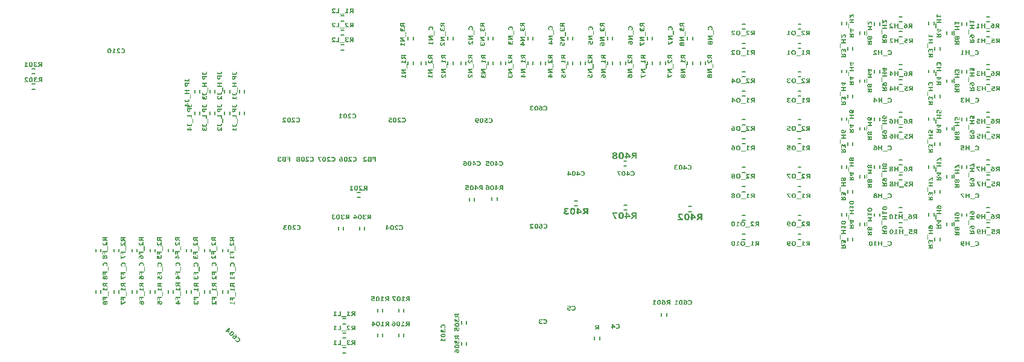
<source format=gbr>
%TF.GenerationSoftware,Altium Limited,Altium Designer,22.4.2 (48)*%
G04 Layer_Color=32896*
%FSLAX45Y45*%
%MOMM*%
%TF.SameCoordinates,1579B7B8-C0FA-446B-BA7A-E71437B095E0*%
%TF.FilePolarity,Positive*%
%TF.FileFunction,Legend,Bot*%
%TF.Part,Single*%
G01*
G75*
%TA.AperFunction,NonConductor*%
%ADD116C,0.20000*%
G36*
X11068977Y3107126D02*
X11072041Y3106915D01*
X11074894Y3106598D01*
X11077430Y3106281D01*
X11078592Y3106069D01*
X11079543Y3105964D01*
X11080494Y3105752D01*
X11081234Y3105647D01*
X11081868Y3105541D01*
X11082290Y3105435D01*
X11082607Y3105330D01*
X11082713D01*
X11085672Y3104590D01*
X11088313Y3103956D01*
X11090426Y3103322D01*
X11092223Y3102688D01*
X11093702Y3102266D01*
X11094653Y3101843D01*
X11095287Y3101632D01*
X11095498Y3101526D01*
Y3081344D01*
X11093596D01*
X11091589Y3082612D01*
X11089581Y3083774D01*
X11087679Y3084831D01*
X11085883Y3085676D01*
X11084298Y3086310D01*
X11083136Y3086839D01*
X11082713Y3087050D01*
X11082396Y3087156D01*
X11082185Y3087261D01*
X11082079D01*
X11079754Y3088001D01*
X11077641Y3088635D01*
X11075633Y3089058D01*
X11073837Y3089269D01*
X11072358Y3089480D01*
X11071196Y3089586D01*
X11070245D01*
X11067603Y3089480D01*
X11065278Y3089058D01*
X11063271Y3088529D01*
X11061686Y3087895D01*
X11060418Y3087156D01*
X11059467Y3086627D01*
X11058939Y3086205D01*
X11058727Y3086099D01*
X11057354Y3084725D01*
X11056403Y3083140D01*
X11055663Y3081555D01*
X11055240Y3080076D01*
X11054923Y3078597D01*
X11054818Y3077540D01*
X11054712Y3077118D01*
Y3076801D01*
Y3076589D01*
Y3076484D01*
X11054818Y3074582D01*
X11055240Y3072680D01*
X11055663Y3070883D01*
X11056297Y3069298D01*
X11056825Y3067925D01*
X11057354Y3066974D01*
X11057565Y3066551D01*
X11057776Y3066234D01*
X11057882Y3066128D01*
Y3066023D01*
X11059256Y3064015D01*
X11060840Y3061902D01*
X11062531Y3059789D01*
X11064222Y3057781D01*
X11065807Y3056090D01*
X11066546Y3055351D01*
X11067180Y3054717D01*
X11067603Y3054294D01*
X11068026Y3053871D01*
X11068237Y3053660D01*
X11068343Y3053554D01*
X11070350Y3051653D01*
X11072464Y3049751D01*
X11074682Y3047743D01*
X11076796Y3045947D01*
X11078698Y3044362D01*
X11079437Y3043728D01*
X11080177Y3043199D01*
X11080705Y3042671D01*
X11081234Y3042354D01*
X11081445Y3042143D01*
X11081551Y3042037D01*
X11084615Y3039607D01*
X11087573Y3037282D01*
X11090321Y3035169D01*
X11092857Y3033267D01*
X11093913Y3032422D01*
X11094864Y3031682D01*
X11095815Y3031048D01*
X11096555Y3030520D01*
X11097083Y3030097D01*
X11097612Y3029780D01*
X11097823Y3029569D01*
X11097929Y3029463D01*
Y3014459D01*
X11026500D01*
Y3031893D01*
X11067392D01*
X11066335Y3032633D01*
X11065173Y3033584D01*
X11063905Y3034535D01*
X11062531Y3035486D01*
X11061369Y3036437D01*
X11060418Y3037177D01*
X11059678Y3037599D01*
X11059572Y3037811D01*
X11059467D01*
X11057354Y3039501D01*
X11055346Y3041086D01*
X11053444Y3042777D01*
X11051753Y3044150D01*
X11050274Y3045418D01*
X11049217Y3046475D01*
X11048795Y3046792D01*
X11048478Y3047109D01*
X11048372Y3047215D01*
X11048266Y3047320D01*
X11046681Y3048905D01*
X11045097Y3050385D01*
X11043723Y3051864D01*
X11042455Y3053343D01*
X11040236Y3055985D01*
X11038334Y3058415D01*
X11037594Y3059472D01*
X11036855Y3060423D01*
X11036326Y3061268D01*
X11035904Y3061902D01*
X11035481Y3062536D01*
X11035270Y3062959D01*
X11035058Y3063170D01*
Y3063276D01*
X11033579Y3066234D01*
X11032523Y3069087D01*
X11031783Y3071940D01*
X11031255Y3074370D01*
X11031043Y3075533D01*
X11030938Y3076589D01*
X11030832Y3077435D01*
Y3078174D01*
X11030726Y3078808D01*
Y3079231D01*
Y3079548D01*
Y3079653D01*
X11030832Y3082084D01*
X11031149Y3084303D01*
X11031572Y3086416D01*
X11032100Y3088424D01*
X11032840Y3090220D01*
X11033579Y3091911D01*
X11034424Y3093390D01*
X11035164Y3094763D01*
X11036009Y3096031D01*
X11036855Y3097088D01*
X11037594Y3097933D01*
X11038334Y3098673D01*
X11038862Y3099307D01*
X11039285Y3099730D01*
X11039602Y3099941D01*
X11039708Y3100047D01*
X11041504Y3101315D01*
X11043406Y3102371D01*
X11045414Y3103428D01*
X11047527Y3104168D01*
X11049746Y3104907D01*
X11051859Y3105435D01*
X11056086Y3106386D01*
X11058093Y3106598D01*
X11059889Y3106809D01*
X11061580Y3107020D01*
X11062954Y3107126D01*
X11064116Y3107232D01*
X11065807D01*
X11068977Y3107126D01*
D02*
G37*
G36*
X11373500Y3014459D02*
X11350043D01*
Y3047849D01*
X11339265D01*
X11314540Y3014459D01*
X11285799D01*
X11316230Y3053449D01*
X11313166Y3055139D01*
X11310524Y3056936D01*
X11308200Y3058626D01*
X11306298Y3060317D01*
X11304819Y3061796D01*
X11303762Y3062959D01*
X11303445Y3063381D01*
X11303128Y3063698D01*
X11302917Y3063910D01*
Y3064015D01*
X11302071Y3065283D01*
X11301332Y3066551D01*
X11300169Y3069298D01*
X11299324Y3072046D01*
X11298796Y3074687D01*
X11298584Y3075850D01*
X11298373Y3076906D01*
X11298267Y3077963D01*
Y3078808D01*
X11298162Y3079548D01*
Y3080076D01*
Y3080393D01*
Y3080499D01*
X11298267Y3083140D01*
X11298584Y3085465D01*
X11299113Y3087578D01*
X11299641Y3089269D01*
X11300275Y3090748D01*
X11300698Y3091805D01*
X11300909Y3092122D01*
X11301120Y3092439D01*
X11301226Y3092544D01*
Y3092650D01*
X11302494Y3094341D01*
X11303762Y3095926D01*
X11305136Y3097299D01*
X11306404Y3098462D01*
X11307566Y3099307D01*
X11308517Y3100047D01*
X11309151Y3100469D01*
X11309257Y3100575D01*
X11309362D01*
X11311264Y3101632D01*
X11313166Y3102477D01*
X11315068Y3103217D01*
X11316653Y3103745D01*
X11318132Y3104168D01*
X11319295Y3104379D01*
X11319717Y3104485D01*
X11320034Y3104590D01*
X11320246D01*
X11322465Y3104907D01*
X11324895Y3105119D01*
X11327219Y3105330D01*
X11329438Y3105435D01*
X11331340Y3105541D01*
X11373500D01*
Y3014459D01*
D02*
G37*
G36*
X11281995Y3052603D02*
Y3035486D01*
X11237933D01*
Y3014247D01*
X11215533D01*
Y3035486D01*
X11203170D01*
Y3052075D01*
X11215533D01*
Y3105541D01*
X11239413D01*
X11281995Y3052603D01*
D02*
G37*
G36*
X11157312Y3107337D02*
X11160693Y3107020D01*
X11163652Y3106492D01*
X11164920Y3106175D01*
X11166187Y3105964D01*
X11167244Y3105647D01*
X11168195Y3105330D01*
X11169040Y3105119D01*
X11169780Y3104907D01*
X11170308Y3104696D01*
X11170731Y3104485D01*
X11170942Y3104379D01*
X11171048D01*
X11173584Y3103111D01*
X11175909Y3101737D01*
X11177916Y3100258D01*
X11179501Y3098779D01*
X11180875Y3097511D01*
X11181826Y3096348D01*
X11182248Y3095926D01*
X11182460Y3095714D01*
X11182565Y3095503D01*
X11182671Y3095397D01*
X11184256Y3093073D01*
X11185630Y3090537D01*
X11186792Y3088107D01*
X11187743Y3085782D01*
X11188377Y3083669D01*
X11188694Y3082823D01*
X11188905Y3082084D01*
X11189117Y3081450D01*
X11189222Y3081027D01*
X11189328Y3080710D01*
Y3080604D01*
X11189962Y3077223D01*
X11190490Y3073736D01*
X11190807Y3070249D01*
X11191124Y3066974D01*
Y3065600D01*
X11191230Y3064227D01*
Y3063064D01*
X11191336Y3062008D01*
Y3061162D01*
Y3060528D01*
Y3060106D01*
Y3060000D01*
X11191230Y3055773D01*
X11191019Y3051970D01*
X11190913Y3050173D01*
X11190702Y3048483D01*
X11190490Y3046898D01*
X11190279Y3045418D01*
X11190173Y3044150D01*
X11189962Y3042988D01*
X11189751Y3041931D01*
X11189645Y3041086D01*
X11189539Y3040452D01*
X11189434Y3039924D01*
X11189328Y3039607D01*
Y3039501D01*
X11188483Y3036331D01*
X11187426Y3033478D01*
X11186369Y3030942D01*
X11185313Y3028723D01*
X11184890Y3027772D01*
X11184362Y3026927D01*
X11183939Y3026293D01*
X11183622Y3025659D01*
X11183305Y3025237D01*
X11183094Y3024920D01*
X11182882Y3024708D01*
Y3024603D01*
X11181086Y3022489D01*
X11179078Y3020693D01*
X11177177Y3019108D01*
X11175275Y3017840D01*
X11173690Y3016783D01*
X11172950Y3016361D01*
X11172316Y3016044D01*
X11171893Y3015832D01*
X11171471Y3015621D01*
X11171259Y3015515D01*
X11171154D01*
X11168301Y3014564D01*
X11165342Y3013825D01*
X11162489Y3013296D01*
X11159742Y3012979D01*
X11158474Y3012768D01*
X11157312D01*
X11156361Y3012663D01*
X11155410Y3012557D01*
X11153719D01*
X11150021Y3012663D01*
X11146640Y3012979D01*
X11145055Y3013296D01*
X11143681Y3013508D01*
X11142307Y3013719D01*
X11141145Y3014036D01*
X11139983Y3014353D01*
X11139032Y3014564D01*
X11138187Y3014881D01*
X11137553Y3015093D01*
X11137024Y3015198D01*
X11136602Y3015410D01*
X11136390Y3015515D01*
X11136285D01*
X11133749Y3016783D01*
X11131530Y3018263D01*
X11129522Y3019742D01*
X11127831Y3021116D01*
X11126458Y3022489D01*
X11125507Y3023546D01*
X11125084Y3023969D01*
X11124873Y3024286D01*
X11124662Y3024391D01*
Y3024497D01*
X11123182Y3026821D01*
X11121809Y3029252D01*
X11120752Y3031788D01*
X11119801Y3034112D01*
X11119061Y3036226D01*
X11118850Y3037071D01*
X11118639Y3037916D01*
X11118427Y3038550D01*
X11118322Y3038973D01*
X11118216Y3039290D01*
Y3039395D01*
X11117476Y3042882D01*
X11116948Y3046475D01*
X11116631Y3049962D01*
X11116525Y3051547D01*
X11116314Y3053132D01*
Y3054505D01*
X11116208Y3055879D01*
Y3057041D01*
X11116103Y3058098D01*
Y3058838D01*
Y3059472D01*
Y3059894D01*
Y3060000D01*
X11116208Y3064227D01*
X11116420Y3068030D01*
X11116631Y3069827D01*
X11116737Y3071517D01*
X11116948Y3072997D01*
X11117159Y3074476D01*
X11117371Y3075744D01*
X11117582Y3076906D01*
X11117688Y3077857D01*
X11117899Y3078703D01*
X11118005Y3079442D01*
X11118110Y3079865D01*
X11118216Y3080182D01*
Y3080287D01*
X11119061Y3083457D01*
X11120118Y3086310D01*
X11121175Y3088846D01*
X11122231Y3090960D01*
X11122654Y3091911D01*
X11123182Y3092756D01*
X11123605Y3093390D01*
X11123922Y3094024D01*
X11124239Y3094446D01*
X11124450Y3094763D01*
X11124556Y3094975D01*
X11124662Y3095080D01*
X11126458Y3097194D01*
X11128360Y3099096D01*
X11130367Y3100681D01*
X11132164Y3101949D01*
X11133854Y3103005D01*
X11134488Y3103428D01*
X11135122Y3103745D01*
X11135651Y3103956D01*
X11135968Y3104168D01*
X11136179Y3104273D01*
X11136285D01*
X11139032Y3105330D01*
X11141990Y3106069D01*
X11144949Y3106703D01*
X11147696Y3107020D01*
X11148859Y3107232D01*
X11150021D01*
X11151078Y3107337D01*
X11152028Y3107443D01*
X11153719D01*
X11157312Y3107337D01*
D02*
G37*
G36*
X9469135Y3187338D02*
X9472305Y3187126D01*
X9475264Y3186809D01*
X9477905Y3186492D01*
X9479068Y3186281D01*
X9480124Y3186175D01*
X9480970Y3185964D01*
X9481815Y3185858D01*
X9482449Y3185753D01*
X9482872Y3185647D01*
X9483189Y3185541D01*
X9483294D01*
X9486358Y3184802D01*
X9489000Y3184168D01*
X9491325Y3183428D01*
X9493227Y3182900D01*
X9494812Y3182371D01*
X9495446Y3182160D01*
X9495868Y3181949D01*
X9496291Y3181843D01*
X9496608Y3181737D01*
X9496714Y3181632D01*
X9496819D01*
Y3161978D01*
X9494600D01*
X9492276Y3163246D01*
X9489951Y3164408D01*
X9487732Y3165254D01*
X9485724Y3166099D01*
X9484034Y3166733D01*
X9483400Y3166944D01*
X9482766Y3167156D01*
X9482238Y3167261D01*
X9481921Y3167367D01*
X9481709Y3167473D01*
X9481604D01*
X9479173Y3168107D01*
X9476849Y3168635D01*
X9474735Y3168952D01*
X9472833Y3169269D01*
X9471249Y3169375D01*
X9470615D01*
X9470086Y3169480D01*
X9469135D01*
X9467339Y3169375D01*
X9466388D01*
X9465543Y3169269D01*
X9464803Y3169163D01*
X9464169D01*
X9463746Y3169058D01*
X9463641D01*
X9462478Y3168952D01*
X9461316Y3168741D01*
X9460365Y3168424D01*
X9459520Y3168212D01*
X9458886Y3168001D01*
X9458358Y3167790D01*
X9458041Y3167684D01*
X9457935Y3167578D01*
X9456456Y3166733D01*
X9455399Y3165888D01*
X9454976Y3165571D01*
X9454659Y3165254D01*
X9454554Y3165042D01*
X9454448Y3164937D01*
X9453920Y3164303D01*
X9453603Y3163563D01*
X9453180Y3162190D01*
X9453074Y3161556D01*
X9452969Y3161027D01*
Y3160710D01*
Y3160605D01*
X9453074Y3159337D01*
X9453180Y3158174D01*
X9453391Y3157223D01*
X9453603Y3156378D01*
X9453920Y3155744D01*
X9454131Y3155321D01*
X9454237Y3155004D01*
X9454342Y3154899D01*
X9454871Y3154265D01*
X9455505Y3153631D01*
X9456878Y3152680D01*
X9457407Y3152363D01*
X9457935Y3152151D01*
X9458252Y3151940D01*
X9458358D01*
X9460471Y3151200D01*
X9461527Y3150989D01*
X9462478Y3150778D01*
X9463429Y3150672D01*
X9464063Y3150566D01*
X9464486Y3150461D01*
X9464697D01*
X9466071Y3150355D01*
X9468924D01*
X9470192Y3150249D01*
X9478222D01*
Y3133977D01*
X9468079D01*
X9467022Y3133872D01*
X9465543D01*
X9464063Y3133766D01*
X9462584Y3133660D01*
X9461422Y3133449D01*
X9460259Y3133343D01*
X9459414Y3133132D01*
X9458780Y3132921D01*
X9458358Y3132815D01*
X9458252D01*
X9457195Y3132392D01*
X9456244Y3131970D01*
X9455399Y3131441D01*
X9454765Y3130913D01*
X9454237Y3130385D01*
X9453814Y3129962D01*
X9453603Y3129751D01*
X9453497Y3129645D01*
X9452863Y3128800D01*
X9452440Y3127849D01*
X9452018Y3126792D01*
X9451806Y3125841D01*
X9451701Y3124890D01*
X9451595Y3124150D01*
Y3123728D01*
Y3123516D01*
X9451701Y3122037D01*
X9451806Y3120769D01*
X9452018Y3119713D01*
X9452229Y3118762D01*
X9452546Y3118128D01*
X9452757Y3117599D01*
X9452863Y3117282D01*
X9452969Y3117177D01*
X9454131Y3115697D01*
X9455293Y3114641D01*
X9455822Y3114218D01*
X9456139Y3113901D01*
X9456456Y3113690D01*
X9456561Y3113584D01*
X9457724Y3112950D01*
X9458886Y3112316D01*
X9460048Y3111893D01*
X9461210Y3111576D01*
X9462161Y3111365D01*
X9462901Y3111154D01*
X9463429Y3111048D01*
X9463641D01*
X9465120Y3110837D01*
X9466599Y3110731D01*
X9467867Y3110625D01*
X9469030D01*
X9469875Y3110520D01*
X9471249D01*
X9473573Y3110625D01*
X9475898Y3110837D01*
X9478117Y3111259D01*
X9480124Y3111682D01*
X9481921Y3111999D01*
X9482660Y3112210D01*
X9483294Y3112422D01*
X9483823Y3112527D01*
X9484245Y3112633D01*
X9484457Y3112739D01*
X9484562D01*
X9487204Y3113690D01*
X9489634Y3114641D01*
X9491747Y3115486D01*
X9493544Y3116437D01*
X9495129Y3117177D01*
X9496185Y3117811D01*
X9496608Y3118022D01*
X9496925Y3118233D01*
X9497031Y3118339D01*
X9499461D01*
Y3098263D01*
X9497453Y3097417D01*
X9495340Y3096678D01*
X9493121Y3096044D01*
X9491008Y3095516D01*
X9489211Y3094987D01*
X9488366Y3094776D01*
X9487732Y3094670D01*
X9487098Y3094565D01*
X9486675Y3094459D01*
X9486464Y3094353D01*
X9486358D01*
X9483189Y3093719D01*
X9479913Y3093297D01*
X9476637Y3092980D01*
X9473573Y3092768D01*
X9472199Y3092663D01*
X9469769D01*
X9468818Y3092557D01*
X9466916D01*
X9463324Y3092663D01*
X9460154Y3092874D01*
X9457301Y3093191D01*
X9456033Y3093402D01*
X9454871Y3093614D01*
X9453814Y3093719D01*
X9452863Y3093931D01*
X9452123Y3094142D01*
X9451489Y3094248D01*
X9450961Y3094353D01*
X9450538Y3094459D01*
X9450327Y3094565D01*
X9450221D01*
X9447685Y3095410D01*
X9445361Y3096361D01*
X9443353Y3097312D01*
X9441557Y3098263D01*
X9440078Y3099108D01*
X9439021Y3099848D01*
X9438598Y3100059D01*
X9438281Y3100270D01*
X9438176Y3100482D01*
X9438070D01*
X9436168Y3102067D01*
X9434583Y3103652D01*
X9433315Y3105237D01*
X9432153Y3106716D01*
X9431308Y3107984D01*
X9430674Y3109041D01*
X9430568Y3109463D01*
X9430357Y3109780D01*
X9430251Y3109886D01*
Y3109991D01*
X9429406Y3112105D01*
X9428772Y3114218D01*
X9428349Y3116226D01*
X9428032Y3118128D01*
X9427821Y3119713D01*
Y3120347D01*
X9427715Y3120981D01*
Y3121403D01*
Y3121720D01*
Y3121932D01*
Y3122037D01*
X9427821Y3124045D01*
X9428032Y3125841D01*
X9428243Y3127320D01*
X9428560Y3128588D01*
X9428983Y3129645D01*
X9429194Y3130385D01*
X9429406Y3130913D01*
X9429511Y3131019D01*
X9430251Y3132287D01*
X9430991Y3133449D01*
X9431836Y3134506D01*
X9432575Y3135351D01*
X9433209Y3136091D01*
X9433738Y3136724D01*
X9434160Y3137041D01*
X9434266Y3137147D01*
X9435323Y3137992D01*
X9436485Y3138732D01*
X9437542Y3139366D01*
X9438493Y3139894D01*
X9439338Y3140317D01*
X9439972Y3140634D01*
X9440395Y3140740D01*
X9440606Y3140845D01*
X9443142Y3141691D01*
X9444199Y3141902D01*
X9445255Y3142219D01*
X9446100Y3142325D01*
X9446734Y3142430D01*
X9447157Y3142536D01*
X9447263D01*
Y3143381D01*
X9444516Y3144227D01*
X9442085Y3145283D01*
X9439972Y3146551D01*
X9438176Y3147819D01*
X9436802Y3148982D01*
X9435745Y3150038D01*
X9435428Y3150461D01*
X9435111Y3150778D01*
X9434900Y3150883D01*
Y3150989D01*
X9434055Y3152151D01*
X9433315Y3153314D01*
X9432153Y3155638D01*
X9431308Y3157963D01*
X9430779Y3160076D01*
X9430357Y3161873D01*
X9430251Y3162718D01*
Y3163352D01*
X9430145Y3163880D01*
Y3164303D01*
Y3164514D01*
Y3164620D01*
X9430251Y3166733D01*
X9430568Y3168635D01*
X9430991Y3170326D01*
X9431413Y3171699D01*
X9431836Y3172967D01*
X9432259Y3173813D01*
X9432575Y3174341D01*
X9432681Y3174552D01*
X9433738Y3176137D01*
X9434900Y3177511D01*
X9436062Y3178779D01*
X9437330Y3179835D01*
X9438387Y3180681D01*
X9439232Y3181315D01*
X9439866Y3181737D01*
X9439972Y3181843D01*
X9440078D01*
X9441768Y3182794D01*
X9443565Y3183534D01*
X9445361Y3184273D01*
X9446946Y3184802D01*
X9448531Y3185224D01*
X9449693Y3185541D01*
X9450116Y3185753D01*
X9450433D01*
X9450644Y3185858D01*
X9450750D01*
X9453286Y3186387D01*
X9455822Y3186809D01*
X9458358Y3187021D01*
X9460682Y3187232D01*
X9461844Y3187338D01*
X9462795D01*
X9463641Y3187443D01*
X9465860D01*
X9469135Y3187338D01*
D02*
G37*
G36*
X9772285Y3094459D02*
X9748828D01*
Y3127849D01*
X9738050D01*
X9713325Y3094459D01*
X9684584D01*
X9715015Y3133449D01*
X9711951Y3135140D01*
X9709310Y3136936D01*
X9706985Y3138626D01*
X9705083Y3140317D01*
X9703604Y3141796D01*
X9702547Y3142959D01*
X9702230Y3143381D01*
X9701913Y3143698D01*
X9701702Y3143910D01*
Y3144015D01*
X9700856Y3145283D01*
X9700117Y3146551D01*
X9698954Y3149299D01*
X9698109Y3152046D01*
X9697581Y3154687D01*
X9697369Y3155850D01*
X9697158Y3156906D01*
X9697052Y3157963D01*
Y3158808D01*
X9696947Y3159548D01*
Y3160076D01*
Y3160393D01*
Y3160499D01*
X9697052Y3163140D01*
X9697369Y3165465D01*
X9697898Y3167578D01*
X9698426Y3169269D01*
X9699060Y3170748D01*
X9699483Y3171805D01*
X9699694Y3172122D01*
X9699905Y3172439D01*
X9700011Y3172545D01*
Y3172650D01*
X9701279Y3174341D01*
X9702547Y3175926D01*
X9703921Y3177299D01*
X9705189Y3178462D01*
X9706351Y3179307D01*
X9707302Y3180047D01*
X9707936Y3180469D01*
X9708042Y3180575D01*
X9708147D01*
X9710049Y3181632D01*
X9711951Y3182477D01*
X9713853Y3183217D01*
X9715438Y3183745D01*
X9716917Y3184168D01*
X9718080Y3184379D01*
X9718502Y3184485D01*
X9718819Y3184590D01*
X9719031D01*
X9721250Y3184907D01*
X9723680Y3185119D01*
X9726004Y3185330D01*
X9728223Y3185436D01*
X9730125Y3185541D01*
X9772285D01*
Y3094459D01*
D02*
G37*
G36*
X9680780Y3132604D02*
Y3115486D01*
X9636718D01*
Y3094248D01*
X9614318D01*
Y3115486D01*
X9601955D01*
Y3132075D01*
X9614318D01*
Y3185541D01*
X9638198D01*
X9680780Y3132604D01*
D02*
G37*
G36*
X9556097Y3187338D02*
X9559478Y3187021D01*
X9562437Y3186492D01*
X9563705Y3186175D01*
X9564972Y3185964D01*
X9566029Y3185647D01*
X9566980Y3185330D01*
X9567825Y3185119D01*
X9568565Y3184907D01*
X9569093Y3184696D01*
X9569516Y3184485D01*
X9569727Y3184379D01*
X9569833D01*
X9572369Y3183111D01*
X9574694Y3181737D01*
X9576701Y3180258D01*
X9578286Y3178779D01*
X9579660Y3177511D01*
X9580611Y3176348D01*
X9581033Y3175926D01*
X9581245Y3175715D01*
X9581350Y3175503D01*
X9581456Y3175398D01*
X9583041Y3173073D01*
X9584415Y3170537D01*
X9585577Y3168107D01*
X9586528Y3165782D01*
X9587162Y3163669D01*
X9587479Y3162823D01*
X9587690Y3162084D01*
X9587902Y3161450D01*
X9588007Y3161027D01*
X9588113Y3160710D01*
Y3160605D01*
X9588747Y3157223D01*
X9589275Y3153736D01*
X9589592Y3150249D01*
X9589909Y3146974D01*
Y3145600D01*
X9590015Y3144227D01*
Y3143064D01*
X9590121Y3142008D01*
Y3141162D01*
Y3140528D01*
Y3140106D01*
Y3140000D01*
X9590015Y3135774D01*
X9589804Y3131970D01*
X9589698Y3130173D01*
X9589487Y3128483D01*
X9589275Y3126898D01*
X9589064Y3125418D01*
X9588958Y3124150D01*
X9588747Y3122988D01*
X9588536Y3121932D01*
X9588430Y3121086D01*
X9588324Y3120452D01*
X9588219Y3119924D01*
X9588113Y3119607D01*
Y3119501D01*
X9587268Y3116331D01*
X9586211Y3113478D01*
X9585154Y3110942D01*
X9584098Y3108724D01*
X9583675Y3107773D01*
X9583147Y3106927D01*
X9582724Y3106293D01*
X9582407Y3105659D01*
X9582090Y3105237D01*
X9581879Y3104920D01*
X9581667Y3104708D01*
Y3104603D01*
X9579871Y3102489D01*
X9577863Y3100693D01*
X9575962Y3099108D01*
X9574060Y3097840D01*
X9572475Y3096783D01*
X9571735Y3096361D01*
X9571101Y3096044D01*
X9570678Y3095833D01*
X9570256Y3095621D01*
X9570044Y3095516D01*
X9569939D01*
X9567086Y3094565D01*
X9564127Y3093825D01*
X9561274Y3093297D01*
X9558527Y3092980D01*
X9557259Y3092768D01*
X9556097D01*
X9555146Y3092663D01*
X9554195Y3092557D01*
X9552504D01*
X9548806Y3092663D01*
X9545425Y3092980D01*
X9543840Y3093297D01*
X9542466Y3093508D01*
X9541092Y3093719D01*
X9539930Y3094036D01*
X9538768Y3094353D01*
X9537817Y3094565D01*
X9536972Y3094882D01*
X9536338Y3095093D01*
X9535809Y3095199D01*
X9535387Y3095410D01*
X9535175Y3095516D01*
X9535070D01*
X9532534Y3096783D01*
X9530315Y3098263D01*
X9528307Y3099742D01*
X9526616Y3101116D01*
X9525243Y3102489D01*
X9524292Y3103546D01*
X9523869Y3103969D01*
X9523658Y3104286D01*
X9523447Y3104391D01*
Y3104497D01*
X9521967Y3106822D01*
X9520594Y3109252D01*
X9519537Y3111788D01*
X9518586Y3114112D01*
X9517846Y3116226D01*
X9517635Y3117071D01*
X9517424Y3117916D01*
X9517212Y3118550D01*
X9517107Y3118973D01*
X9517001Y3119290D01*
Y3119396D01*
X9516261Y3122883D01*
X9515733Y3126475D01*
X9515416Y3129962D01*
X9515310Y3131547D01*
X9515099Y3133132D01*
Y3134506D01*
X9514993Y3135879D01*
Y3137041D01*
X9514888Y3138098D01*
Y3138838D01*
Y3139472D01*
Y3139894D01*
Y3140000D01*
X9514993Y3144227D01*
X9515205Y3148031D01*
X9515416Y3149827D01*
X9515522Y3151517D01*
X9515733Y3152997D01*
X9515944Y3154476D01*
X9516156Y3155744D01*
X9516367Y3156906D01*
X9516473Y3157857D01*
X9516684Y3158703D01*
X9516790Y3159442D01*
X9516895Y3159865D01*
X9517001Y3160182D01*
Y3160288D01*
X9517846Y3163457D01*
X9518903Y3166310D01*
X9519960Y3168846D01*
X9521016Y3170960D01*
X9521439Y3171911D01*
X9521967Y3172756D01*
X9522390Y3173390D01*
X9522707Y3174024D01*
X9523024Y3174447D01*
X9523235Y3174764D01*
X9523341Y3174975D01*
X9523447Y3175081D01*
X9525243Y3177194D01*
X9527145Y3179096D01*
X9529152Y3180681D01*
X9530949Y3181949D01*
X9532639Y3183005D01*
X9533273Y3183428D01*
X9533907Y3183745D01*
X9534436Y3183956D01*
X9534753Y3184168D01*
X9534964Y3184273D01*
X9535070D01*
X9537817Y3185330D01*
X9540775Y3186070D01*
X9543734Y3186704D01*
X9546481Y3187021D01*
X9547644Y3187232D01*
X9548806D01*
X9549863Y3187338D01*
X9550814Y3187443D01*
X9552504D01*
X9556097Y3187338D01*
D02*
G37*
G36*
X10453606Y3874565D02*
X10430149D01*
Y3907954D01*
X10419371D01*
X10394645Y3874565D01*
X10365905D01*
X10396336Y3913555D01*
X10393272Y3915245D01*
X10390630Y3917041D01*
X10388306Y3918732D01*
X10386404Y3920423D01*
X10384924Y3921902D01*
X10383868Y3923064D01*
X10383551Y3923487D01*
X10383234Y3923804D01*
X10383022Y3924015D01*
Y3924121D01*
X10382177Y3925389D01*
X10381437Y3926657D01*
X10380275Y3929404D01*
X10379430Y3932151D01*
X10378902Y3934793D01*
X10378690Y3935955D01*
X10378479Y3937012D01*
X10378373Y3938069D01*
Y3938914D01*
X10378268Y3939654D01*
Y3940182D01*
Y3940499D01*
Y3940605D01*
X10378373Y3943246D01*
X10378690Y3945571D01*
X10379219Y3947684D01*
X10379747Y3949375D01*
X10380381Y3950854D01*
X10380803Y3951911D01*
X10381015Y3952228D01*
X10381226Y3952545D01*
X10381332Y3952650D01*
Y3952756D01*
X10382600Y3954446D01*
X10383868Y3956031D01*
X10385241Y3957405D01*
X10386509Y3958567D01*
X10387672Y3959413D01*
X10388623Y3960152D01*
X10389257Y3960575D01*
X10389362Y3960681D01*
X10389468D01*
X10391370Y3961737D01*
X10393272Y3962583D01*
X10395174Y3963322D01*
X10396759Y3963851D01*
X10398238Y3964273D01*
X10399400Y3964485D01*
X10399823Y3964590D01*
X10400140Y3964696D01*
X10400351D01*
X10402570Y3965013D01*
X10405001Y3965224D01*
X10407325Y3965436D01*
X10409544Y3965541D01*
X10411446Y3965647D01*
X10453606D01*
Y3874565D01*
D02*
G37*
G36*
X10362101Y3912709D02*
Y3895592D01*
X10318039D01*
Y3874353D01*
X10295638D01*
Y3895592D01*
X10283276D01*
Y3912181D01*
X10295638D01*
Y3965647D01*
X10319518D01*
X10362101Y3912709D01*
D02*
G37*
G36*
X10237417Y3967443D02*
X10240799Y3967126D01*
X10243757Y3966598D01*
X10245025Y3966281D01*
X10246293Y3966070D01*
X10247350Y3965753D01*
X10248301Y3965436D01*
X10249146Y3965224D01*
X10249886Y3965013D01*
X10250414Y3964802D01*
X10250837Y3964590D01*
X10251048Y3964485D01*
X10251154D01*
X10253690Y3963217D01*
X10256014Y3961843D01*
X10258022Y3960364D01*
X10259607Y3958884D01*
X10260980Y3957616D01*
X10261931Y3956454D01*
X10262354Y3956031D01*
X10262565Y3955820D01*
X10262671Y3955609D01*
X10262777Y3955503D01*
X10264362Y3953179D01*
X10265735Y3950643D01*
X10266898Y3948212D01*
X10267849Y3945888D01*
X10268483Y3943774D01*
X10268800Y3942929D01*
X10269011Y3942189D01*
X10269222Y3941555D01*
X10269328Y3941133D01*
X10269434Y3940816D01*
Y3940710D01*
X10270068Y3937329D01*
X10270596Y3933842D01*
X10270913Y3930355D01*
X10271230Y3927080D01*
Y3925706D01*
X10271336Y3924332D01*
Y3923170D01*
X10271441Y3922113D01*
Y3921268D01*
Y3920634D01*
Y3920211D01*
Y3920106D01*
X10271336Y3915879D01*
X10271124Y3912075D01*
X10271019Y3910279D01*
X10270807Y3908588D01*
X10270596Y3907003D01*
X10270385Y3905524D01*
X10270279Y3904256D01*
X10270068Y3903094D01*
X10269856Y3902037D01*
X10269751Y3901192D01*
X10269645Y3900558D01*
X10269539Y3900030D01*
X10269434Y3899713D01*
Y3899607D01*
X10268588Y3896437D01*
X10267532Y3893584D01*
X10266475Y3891048D01*
X10265418Y3888829D01*
X10264996Y3887878D01*
X10264467Y3887033D01*
X10264045Y3886399D01*
X10263728Y3885765D01*
X10263411Y3885342D01*
X10263199Y3885025D01*
X10262988Y3884814D01*
Y3884708D01*
X10261192Y3882595D01*
X10259184Y3880799D01*
X10257282Y3879214D01*
X10255380Y3877946D01*
X10253795Y3876889D01*
X10253056Y3876466D01*
X10252422Y3876149D01*
X10251999Y3875938D01*
X10251576Y3875727D01*
X10251365Y3875621D01*
X10251259D01*
X10248406Y3874670D01*
X10245448Y3873931D01*
X10242595Y3873402D01*
X10239848Y3873085D01*
X10238580Y3872874D01*
X10237417D01*
X10236466Y3872768D01*
X10235515Y3872663D01*
X10233825D01*
X10230127Y3872768D01*
X10226745Y3873085D01*
X10225160Y3873402D01*
X10223787Y3873614D01*
X10222413Y3873825D01*
X10221251Y3874142D01*
X10220089Y3874459D01*
X10219138Y3874670D01*
X10218292Y3874987D01*
X10217658Y3875198D01*
X10217130Y3875304D01*
X10216707Y3875515D01*
X10216496Y3875621D01*
X10216390D01*
X10213854Y3876889D01*
X10211635Y3878368D01*
X10209628Y3879848D01*
X10207937Y3881221D01*
X10206564Y3882595D01*
X10205613Y3883652D01*
X10205190Y3884074D01*
X10204979Y3884391D01*
X10204767Y3884497D01*
Y3884603D01*
X10203288Y3886927D01*
X10201914Y3889357D01*
X10200858Y3891893D01*
X10199907Y3894218D01*
X10199167Y3896331D01*
X10198956Y3897177D01*
X10198744Y3898022D01*
X10198533Y3898656D01*
X10198427Y3899079D01*
X10198322Y3899396D01*
Y3899501D01*
X10197582Y3902988D01*
X10197054Y3906581D01*
X10196737Y3910068D01*
X10196631Y3911653D01*
X10196420Y3913238D01*
Y3914611D01*
X10196314Y3915985D01*
Y3917147D01*
X10196208Y3918204D01*
Y3918943D01*
Y3919577D01*
Y3920000D01*
Y3920106D01*
X10196314Y3924332D01*
X10196525Y3928136D01*
X10196737Y3929932D01*
X10196842Y3931623D01*
X10197054Y3933102D01*
X10197265Y3934582D01*
X10197476Y3935850D01*
X10197688Y3937012D01*
X10197793Y3937963D01*
X10198005Y3938808D01*
X10198110Y3939548D01*
X10198216Y3939971D01*
X10198322Y3940288D01*
Y3940393D01*
X10199167Y3943563D01*
X10200224Y3946416D01*
X10201280Y3948952D01*
X10202337Y3951065D01*
X10202760Y3952016D01*
X10203288Y3952862D01*
X10203711Y3953496D01*
X10204028Y3954130D01*
X10204345Y3954552D01*
X10204556Y3954869D01*
X10204662Y3955080D01*
X10204767Y3955186D01*
X10206564Y3957299D01*
X10208465Y3959201D01*
X10210473Y3960786D01*
X10212269Y3962054D01*
X10213960Y3963111D01*
X10214594Y3963534D01*
X10215228Y3963851D01*
X10215756Y3964062D01*
X10216073Y3964273D01*
X10216285Y3964379D01*
X10216390D01*
X10219138Y3965436D01*
X10222096Y3966175D01*
X10225055Y3966809D01*
X10227802Y3967126D01*
X10228964Y3967338D01*
X10230127D01*
X10231183Y3967443D01*
X10232134Y3967549D01*
X10233825D01*
X10237417Y3967443D01*
D02*
G37*
G36*
X10147709D02*
X10150562Y3967232D01*
X10153203Y3966915D01*
X10155633Y3966492D01*
X10157958Y3965964D01*
X10160177Y3965330D01*
X10162079Y3964696D01*
X10163875Y3964062D01*
X10165566Y3963428D01*
X10166940Y3962794D01*
X10168102Y3962160D01*
X10169158Y3961632D01*
X10169898Y3961209D01*
X10170532Y3960892D01*
X10170849Y3960681D01*
X10170955Y3960575D01*
X10172751Y3959201D01*
X10174230Y3957828D01*
X10175604Y3956348D01*
X10176661Y3954975D01*
X10177612Y3953390D01*
X10178457Y3952016D01*
X10179091Y3950537D01*
X10179619Y3949163D01*
X10180042Y3947895D01*
X10180359Y3946733D01*
X10180570Y3945676D01*
X10180676Y3944725D01*
X10180782Y3943986D01*
X10180887Y3943457D01*
Y3943035D01*
Y3942929D01*
X10180676Y3940288D01*
X10180253Y3937752D01*
X10179725Y3935533D01*
X10178985Y3933631D01*
X10178351Y3932046D01*
X10178034Y3931412D01*
X10177717Y3930883D01*
X10177506Y3930461D01*
X10177295Y3930144D01*
X10177189Y3930038D01*
Y3929932D01*
X10175604Y3927925D01*
X10173808Y3926234D01*
X10171906Y3924649D01*
X10170004Y3923276D01*
X10168313Y3922219D01*
X10167468Y3921796D01*
X10166834Y3921374D01*
X10166306Y3921162D01*
X10165883Y3920951D01*
X10165672Y3920740D01*
X10165566D01*
Y3920423D01*
X10167362Y3919683D01*
X10168947Y3918838D01*
X10170532Y3918098D01*
X10171906Y3917253D01*
X10173174Y3916513D01*
X10174230Y3915668D01*
X10175287Y3914928D01*
X10176132Y3914294D01*
X10176978Y3913660D01*
X10177612Y3913026D01*
X10178140Y3912498D01*
X10178668Y3911970D01*
X10179197Y3911336D01*
X10179408Y3911230D01*
Y3911124D01*
X10180676Y3909117D01*
X10181627Y3907003D01*
X10182366Y3904996D01*
X10182789Y3903094D01*
X10183106Y3901509D01*
X10183212Y3900769D01*
Y3900241D01*
X10183317Y3899713D01*
Y3899396D01*
Y3899184D01*
Y3899079D01*
X10183212Y3897071D01*
X10183000Y3895063D01*
X10182578Y3893267D01*
X10182155Y3891788D01*
X10181838Y3890414D01*
X10181416Y3889463D01*
X10181204Y3888829D01*
X10181099Y3888723D01*
Y3888618D01*
X10180148Y3886927D01*
X10179091Y3885342D01*
X10177929Y3883863D01*
X10176872Y3882595D01*
X10175815Y3881538D01*
X10174970Y3880799D01*
X10174442Y3880376D01*
X10174230Y3880165D01*
X10172434Y3878897D01*
X10170426Y3877734D01*
X10168419Y3876783D01*
X10166517Y3876044D01*
X10164932Y3875410D01*
X10164192Y3875093D01*
X10163558Y3874987D01*
X10163136Y3874776D01*
X10162713Y3874670D01*
X10162502Y3874565D01*
X10162396D01*
X10159543Y3873825D01*
X10156584Y3873297D01*
X10153732Y3872980D01*
X10150984Y3872768D01*
X10149716Y3872663D01*
X10148660Y3872557D01*
X10147603D01*
X10146758Y3872451D01*
X10145067D01*
X10141792Y3872557D01*
X10138727Y3872768D01*
X10135769Y3873191D01*
X10133021Y3873614D01*
X10130485Y3874248D01*
X10128161Y3874882D01*
X10126048Y3875515D01*
X10124146Y3876255D01*
X10122455Y3876995D01*
X10120976Y3877629D01*
X10119708Y3878263D01*
X10118651Y3878897D01*
X10117806Y3879319D01*
X10117277Y3879742D01*
X10116855Y3879953D01*
X10116749Y3880059D01*
X10114953Y3881538D01*
X10113368Y3883123D01*
X10111994Y3884708D01*
X10110726Y3886399D01*
X10109775Y3888090D01*
X10108930Y3889780D01*
X10108190Y3891365D01*
X10107662Y3892844D01*
X10107239Y3894324D01*
X10106922Y3895697D01*
X10106711Y3896860D01*
X10106500Y3897916D01*
Y3898762D01*
X10106394Y3899396D01*
Y3899818D01*
Y3899924D01*
Y3901403D01*
X10106605Y3902882D01*
X10107134Y3905630D01*
X10107873Y3908060D01*
X10108719Y3910173D01*
X10109141Y3911124D01*
X10109564Y3911970D01*
X10109987Y3912604D01*
X10110304Y3913238D01*
X10110621Y3913660D01*
X10110832Y3913977D01*
X10110938Y3914189D01*
X10111043Y3914294D01*
X10111994Y3915456D01*
X10112945Y3916513D01*
X10115164Y3918415D01*
X10117489Y3920106D01*
X10119813Y3921479D01*
X10121927Y3922536D01*
X10122878Y3922959D01*
X10123617Y3923381D01*
X10124251Y3923698D01*
X10124780Y3923804D01*
X10125097Y3924015D01*
X10125202D01*
Y3924332D01*
X10122244Y3925706D01*
X10119708Y3927185D01*
X10117594Y3928664D01*
X10115904Y3930038D01*
X10114530Y3931200D01*
X10113579Y3932151D01*
X10113051Y3932785D01*
X10112840Y3932891D01*
Y3932997D01*
X10111466Y3934899D01*
X10110409Y3936906D01*
X10109670Y3938914D01*
X10109247Y3940710D01*
X10108930Y3942189D01*
X10108824Y3943457D01*
X10108719Y3943880D01*
Y3944197D01*
Y3944408D01*
Y3944514D01*
X10108824Y3946416D01*
X10109141Y3948212D01*
X10109564Y3949903D01*
X10110198Y3951488D01*
X10110938Y3953073D01*
X10111783Y3954446D01*
X10112628Y3955609D01*
X10113474Y3956771D01*
X10114425Y3957828D01*
X10115270Y3958673D01*
X10116115Y3959413D01*
X10116855Y3960047D01*
X10117489Y3960575D01*
X10117911Y3960892D01*
X10118228Y3961103D01*
X10118334Y3961209D01*
X10120236Y3962371D01*
X10122244Y3963322D01*
X10124357Y3964168D01*
X10126470Y3964907D01*
X10128689Y3965541D01*
X10130908Y3965964D01*
X10133021Y3966387D01*
X10135135Y3966809D01*
X10137142Y3967021D01*
X10138939Y3967232D01*
X10140524Y3967338D01*
X10142003Y3967443D01*
X10143165Y3967549D01*
X10144750D01*
X10147709Y3967443D01*
D02*
G37*
G36*
X10452549Y3034459D02*
X10429092D01*
Y3067849D01*
X10418314D01*
X10393589Y3034459D01*
X10364848D01*
X10395279Y3073449D01*
X10392215Y3075139D01*
X10389574Y3076936D01*
X10387249Y3078626D01*
X10385347Y3080317D01*
X10383868Y3081796D01*
X10382811Y3082959D01*
X10382494Y3083381D01*
X10382177Y3083698D01*
X10381966Y3083910D01*
Y3084015D01*
X10381120Y3085283D01*
X10380381Y3086551D01*
X10379219Y3089298D01*
X10378373Y3092046D01*
X10377845Y3094687D01*
X10377634Y3095850D01*
X10377422Y3096906D01*
X10377317Y3097963D01*
Y3098808D01*
X10377211Y3099548D01*
Y3100076D01*
Y3100393D01*
Y3100499D01*
X10377317Y3103140D01*
X10377634Y3105465D01*
X10378162Y3107578D01*
X10378690Y3109269D01*
X10379324Y3110748D01*
X10379747Y3111805D01*
X10379958Y3112122D01*
X10380169Y3112439D01*
X10380275Y3112544D01*
Y3112650D01*
X10381543Y3114341D01*
X10382811Y3115926D01*
X10384185Y3117299D01*
X10385453Y3118462D01*
X10386615Y3119307D01*
X10387566Y3120047D01*
X10388200Y3120469D01*
X10388306Y3120575D01*
X10388411D01*
X10390313Y3121632D01*
X10392215Y3122477D01*
X10394117Y3123217D01*
X10395702Y3123745D01*
X10397181Y3124167D01*
X10398344Y3124379D01*
X10398766Y3124484D01*
X10399083Y3124590D01*
X10399295D01*
X10401514Y3124907D01*
X10403944Y3125118D01*
X10406268Y3125330D01*
X10408487Y3125435D01*
X10410389Y3125541D01*
X10452549D01*
Y3034459D01*
D02*
G37*
G36*
X10178774Y3108107D02*
X10132070D01*
X10174759Y3034459D01*
X10148660D01*
X10107451Y3107367D01*
Y3125541D01*
X10178774D01*
Y3108107D01*
D02*
G37*
G36*
X10361044Y3072603D02*
Y3055486D01*
X10316982D01*
Y3034247D01*
X10294582D01*
Y3055486D01*
X10282219D01*
Y3072075D01*
X10294582D01*
Y3125541D01*
X10318462D01*
X10361044Y3072603D01*
D02*
G37*
G36*
X10236361Y3127337D02*
X10239742Y3127020D01*
X10242701Y3126492D01*
X10243969Y3126175D01*
X10245237Y3125964D01*
X10246293Y3125647D01*
X10247244Y3125330D01*
X10248089Y3125118D01*
X10248829Y3124907D01*
X10249357Y3124696D01*
X10249780Y3124484D01*
X10249991Y3124379D01*
X10250097D01*
X10252633Y3123111D01*
X10254958Y3121737D01*
X10256965Y3120258D01*
X10258550Y3118779D01*
X10259924Y3117511D01*
X10260875Y3116348D01*
X10261297Y3115926D01*
X10261509Y3115714D01*
X10261614Y3115503D01*
X10261720Y3115397D01*
X10263305Y3113073D01*
X10264679Y3110537D01*
X10265841Y3108107D01*
X10266792Y3105782D01*
X10267426Y3103669D01*
X10267743Y3102823D01*
X10267954Y3102084D01*
X10268166Y3101450D01*
X10268271Y3101027D01*
X10268377Y3100710D01*
Y3100604D01*
X10269011Y3097223D01*
X10269539Y3093736D01*
X10269856Y3090249D01*
X10270173Y3086974D01*
Y3085600D01*
X10270279Y3084226D01*
Y3083064D01*
X10270385Y3082008D01*
Y3081162D01*
Y3080528D01*
Y3080106D01*
Y3080000D01*
X10270279Y3075773D01*
X10270068Y3071969D01*
X10269962Y3070173D01*
X10269751Y3068483D01*
X10269539Y3066898D01*
X10269328Y3065418D01*
X10269222Y3064150D01*
X10269011Y3062988D01*
X10268800Y3061931D01*
X10268694Y3061086D01*
X10268588Y3060452D01*
X10268483Y3059924D01*
X10268377Y3059607D01*
Y3059501D01*
X10267532Y3056331D01*
X10266475Y3053478D01*
X10265418Y3050942D01*
X10264362Y3048723D01*
X10263939Y3047772D01*
X10263411Y3046927D01*
X10262988Y3046293D01*
X10262671Y3045659D01*
X10262354Y3045236D01*
X10262143Y3044919D01*
X10261931Y3044708D01*
Y3044602D01*
X10260135Y3042489D01*
X10258128Y3040693D01*
X10256226Y3039108D01*
X10254324Y3037840D01*
X10252739Y3036783D01*
X10251999Y3036361D01*
X10251365Y3036044D01*
X10250942Y3035832D01*
X10250520Y3035621D01*
X10250308Y3035515D01*
X10250203D01*
X10247350Y3034564D01*
X10244391Y3033825D01*
X10241538Y3033296D01*
X10238791Y3032979D01*
X10237523Y3032768D01*
X10236361D01*
X10235410Y3032662D01*
X10234459Y3032557D01*
X10232768D01*
X10229070Y3032662D01*
X10225689Y3032979D01*
X10224104Y3033296D01*
X10222730Y3033508D01*
X10221356Y3033719D01*
X10220194Y3034036D01*
X10219032Y3034353D01*
X10218081Y3034564D01*
X10217236Y3034881D01*
X10216602Y3035093D01*
X10216073Y3035198D01*
X10215651Y3035410D01*
X10215439Y3035515D01*
X10215334D01*
X10212798Y3036783D01*
X10210579Y3038263D01*
X10208571Y3039742D01*
X10206881Y3041116D01*
X10205507Y3042489D01*
X10204556Y3043546D01*
X10204133Y3043969D01*
X10203922Y3044286D01*
X10203711Y3044391D01*
Y3044497D01*
X10202231Y3046821D01*
X10200858Y3049252D01*
X10199801Y3051788D01*
X10198850Y3054112D01*
X10198110Y3056226D01*
X10197899Y3057071D01*
X10197688Y3057916D01*
X10197476Y3058550D01*
X10197371Y3058973D01*
X10197265Y3059290D01*
Y3059395D01*
X10196525Y3062882D01*
X10195997Y3066475D01*
X10195680Y3069962D01*
X10195574Y3071547D01*
X10195363Y3073132D01*
Y3074505D01*
X10195257Y3075879D01*
Y3077041D01*
X10195152Y3078098D01*
Y3078838D01*
Y3079472D01*
Y3079894D01*
Y3080000D01*
X10195257Y3084226D01*
X10195469Y3088030D01*
X10195680Y3089827D01*
X10195786Y3091517D01*
X10195997Y3092997D01*
X10196208Y3094476D01*
X10196420Y3095744D01*
X10196631Y3096906D01*
X10196737Y3097857D01*
X10196948Y3098702D01*
X10197054Y3099442D01*
X10197159Y3099865D01*
X10197265Y3100182D01*
Y3100287D01*
X10198110Y3103457D01*
X10199167Y3106310D01*
X10200224Y3108846D01*
X10201280Y3110959D01*
X10201703Y3111910D01*
X10202231Y3112756D01*
X10202654Y3113390D01*
X10202971Y3114024D01*
X10203288Y3114446D01*
X10203499Y3114763D01*
X10203605Y3114975D01*
X10203711Y3115080D01*
X10205507Y3117194D01*
X10207409Y3119096D01*
X10209416Y3120681D01*
X10211213Y3121949D01*
X10212903Y3123005D01*
X10213537Y3123428D01*
X10214171Y3123745D01*
X10214700Y3123956D01*
X10215017Y3124167D01*
X10215228Y3124273D01*
X10215334D01*
X10218081Y3125330D01*
X10221040Y3126069D01*
X10223998Y3126703D01*
X10226745Y3127020D01*
X10227908Y3127232D01*
X10229070D01*
X10230127Y3127337D01*
X10231078Y3127443D01*
X10232768D01*
X10236361Y3127337D01*
D02*
G37*
G36*
X10822288Y1893909D02*
X10823889Y1893833D01*
X10825413Y1893604D01*
X10826860Y1893452D01*
X10828232Y1893223D01*
X10829527Y1892918D01*
X10830670Y1892690D01*
X10831661Y1892461D01*
X10832652Y1892156D01*
X10833414Y1891928D01*
X10834099Y1891775D01*
X10834633Y1891547D01*
X10835014Y1891471D01*
X10835242Y1891318D01*
X10835319D01*
X10837757Y1890175D01*
X10839967Y1888956D01*
X10841872Y1887661D01*
X10842710Y1887051D01*
X10843472Y1886441D01*
X10844158Y1885832D01*
X10844767Y1885298D01*
X10845301Y1884841D01*
X10845758Y1884460D01*
X10846063Y1884079D01*
X10846291Y1883851D01*
X10846444Y1883698D01*
X10846520Y1883622D01*
X10848044Y1881641D01*
X10849416Y1879583D01*
X10850482Y1877602D01*
X10851397Y1875773D01*
X10851778Y1874935D01*
X10852083Y1874097D01*
X10852311Y1873487D01*
X10852540Y1872878D01*
X10852692Y1872421D01*
X10852845Y1872040D01*
X10852921Y1871811D01*
Y1871735D01*
X10853607Y1869144D01*
X10854064Y1866553D01*
X10854445Y1863962D01*
X10854521Y1862743D01*
X10854673Y1861600D01*
X10854750Y1860457D01*
X10854826Y1859467D01*
Y1858628D01*
X10854902Y1857866D01*
Y1857257D01*
Y1856800D01*
Y1856495D01*
Y1856419D01*
X10854826Y1853371D01*
X10854673Y1851999D01*
X10854597Y1850627D01*
X10854445Y1849332D01*
X10854216Y1848189D01*
X10854064Y1847046D01*
X10853835Y1846055D01*
X10853683Y1845141D01*
X10853530Y1844379D01*
X10853302Y1843693D01*
X10853149Y1843084D01*
X10852997Y1842626D01*
X10852921Y1842322D01*
X10852845Y1842093D01*
Y1842017D01*
X10851930Y1839883D01*
X10850940Y1837978D01*
X10849949Y1836302D01*
X10848958Y1834930D01*
X10848044Y1833787D01*
X10847663Y1833330D01*
X10847358Y1832949D01*
X10847053Y1832644D01*
X10846825Y1832416D01*
X10846749Y1832339D01*
X10846672Y1832263D01*
X10845301Y1831120D01*
X10843929Y1830130D01*
X10842558Y1829291D01*
X10841262Y1828606D01*
X10840119Y1828072D01*
X10839586Y1827844D01*
X10839205Y1827691D01*
X10838824Y1827539D01*
X10838595Y1827463D01*
X10838443Y1827386D01*
X10838367D01*
X10836538Y1826853D01*
X10834633Y1826472D01*
X10832804Y1826167D01*
X10831128Y1826015D01*
X10830442Y1825939D01*
X10829756Y1825862D01*
X10829146D01*
X10828613Y1825786D01*
X10827622D01*
X10825336Y1825862D01*
X10823203Y1826015D01*
X10821374Y1826320D01*
X10819774Y1826624D01*
X10819088Y1826777D01*
X10818478Y1826929D01*
X10817945Y1827082D01*
X10817488Y1827234D01*
X10817107Y1827310D01*
X10816878Y1827386D01*
X10816726Y1827463D01*
X10816650D01*
X10814897Y1828148D01*
X10813373Y1828987D01*
X10811925Y1829825D01*
X10810706Y1830587D01*
X10809715Y1831349D01*
X10808953Y1831882D01*
X10808725Y1832111D01*
X10808496Y1832263D01*
X10808420Y1832416D01*
X10808344D01*
X10807125Y1833635D01*
X10806134Y1834854D01*
X10805220Y1836149D01*
X10804458Y1837292D01*
X10803924Y1838359D01*
X10803467Y1839121D01*
X10803315Y1839426D01*
X10803238Y1839655D01*
X10803162Y1839807D01*
Y1839883D01*
X10802553Y1841560D01*
X10802095Y1843312D01*
X10801714Y1844912D01*
X10801486Y1846360D01*
X10801333Y1847656D01*
Y1848189D01*
X10801257Y1848646D01*
Y1848951D01*
Y1849256D01*
Y1849408D01*
Y1849484D01*
X10801333Y1851770D01*
X10801562Y1853904D01*
X10801943Y1855733D01*
X10802324Y1857257D01*
X10802553Y1857943D01*
X10802781Y1858552D01*
X10802934Y1859009D01*
X10803086Y1859467D01*
X10803238Y1859771D01*
X10803391Y1860000D01*
X10803467Y1860152D01*
Y1860229D01*
X10804381Y1861753D01*
X10805296Y1863124D01*
X10806286Y1864343D01*
X10807201Y1865334D01*
X10808039Y1866096D01*
X10808725Y1866706D01*
X10809182Y1867010D01*
X10809258Y1867163D01*
X10809334D01*
X10810401Y1867849D01*
X10811468Y1868382D01*
X10812535Y1868915D01*
X10813449Y1869296D01*
X10814211Y1869601D01*
X10814897Y1869830D01*
X10815278Y1869906D01*
X10815354Y1869982D01*
X10815430D01*
X10816650Y1870287D01*
X10817945Y1870516D01*
X10819164Y1870668D01*
X10820231Y1870820D01*
X10821222D01*
X10821907Y1870897D01*
X10822593D01*
X10824193Y1870820D01*
X10825717Y1870668D01*
X10827089Y1870516D01*
X10828308Y1870287D01*
X10829299Y1869982D01*
X10830061Y1869830D01*
X10830366Y1869754D01*
X10830594Y1869677D01*
X10830670Y1869601D01*
X10830747D01*
X10832118Y1869144D01*
X10833414Y1868611D01*
X10834633Y1868001D01*
X10835700Y1867544D01*
X10836538Y1867010D01*
X10837224Y1866706D01*
X10837681Y1866401D01*
X10837757Y1866325D01*
X10837833D01*
X10837605Y1867696D01*
X10837300Y1868915D01*
X10836919Y1870135D01*
X10836538Y1871278D01*
X10836081Y1872268D01*
X10835623Y1873259D01*
X10835090Y1874097D01*
X10834633Y1874859D01*
X10834176Y1875621D01*
X10833718Y1876231D01*
X10833337Y1876688D01*
X10832956Y1877145D01*
X10832652Y1877450D01*
X10832423Y1877678D01*
X10832271Y1877831D01*
X10832194Y1877907D01*
X10831280Y1878669D01*
X10830289Y1879279D01*
X10829223Y1879888D01*
X10828156Y1880345D01*
X10825946Y1881107D01*
X10823812Y1881565D01*
X10822822Y1881717D01*
X10821907Y1881869D01*
X10821145Y1881946D01*
X10820383Y1882022D01*
X10819850Y1882098D01*
X10817716D01*
X10816497Y1881946D01*
X10815430Y1881869D01*
X10814440Y1881717D01*
X10813678Y1881565D01*
X10813068Y1881488D01*
X10812763Y1881336D01*
X10812611D01*
X10811620Y1881031D01*
X10810706Y1880803D01*
X10810020Y1880574D01*
X10809487Y1880422D01*
X10809030Y1880269D01*
X10808725Y1880117D01*
X10808572Y1880041D01*
X10806820D01*
Y1892918D01*
X10807353Y1892995D01*
X10808115Y1893147D01*
X10808953Y1893223D01*
X10809792Y1893376D01*
X10810554Y1893452D01*
X10811239Y1893528D01*
X10811697Y1893604D01*
X10811849D01*
X10813221Y1893757D01*
X10814516Y1893909D01*
X10815735Y1893985D01*
X10816802D01*
X10817640Y1894061D01*
X10818859D01*
X10822288Y1893909D01*
D02*
G37*
G36*
X10923101Y1827158D02*
X10906185D01*
Y1851237D01*
X10898412D01*
X10880581Y1827158D01*
X10859855D01*
X10881801Y1855276D01*
X10879591Y1856495D01*
X10877686Y1857790D01*
X10876009Y1859009D01*
X10874638Y1860229D01*
X10873571Y1861295D01*
X10872809Y1862134D01*
X10872580Y1862438D01*
X10872352Y1862667D01*
X10872199Y1862819D01*
Y1862896D01*
X10871590Y1863810D01*
X10871056Y1864724D01*
X10870218Y1866706D01*
X10869609Y1868687D01*
X10869228Y1870592D01*
X10869075Y1871430D01*
X10868923Y1872192D01*
X10868847Y1872954D01*
Y1873564D01*
X10868770Y1874097D01*
Y1874478D01*
Y1874707D01*
Y1874783D01*
X10868847Y1876688D01*
X10869075Y1878364D01*
X10869456Y1879888D01*
X10869837Y1881107D01*
X10870294Y1882174D01*
X10870599Y1882936D01*
X10870752Y1883165D01*
X10870904Y1883393D01*
X10870980Y1883470D01*
Y1883546D01*
X10871895Y1884765D01*
X10872809Y1885908D01*
X10873800Y1886899D01*
X10874714Y1887737D01*
X10875552Y1888346D01*
X10876238Y1888880D01*
X10876695Y1889185D01*
X10876771Y1889261D01*
X10876848D01*
X10878219Y1890023D01*
X10879591Y1890632D01*
X10880962Y1891166D01*
X10882105Y1891547D01*
X10883172Y1891852D01*
X10884010Y1892004D01*
X10884315Y1892080D01*
X10884544Y1892156D01*
X10884696D01*
X10886296Y1892385D01*
X10888049Y1892537D01*
X10889725Y1892690D01*
X10891326Y1892766D01*
X10892697Y1892842D01*
X10923101D01*
Y1827158D01*
D02*
G37*
G36*
X10705169Y1892004D02*
X10705398Y1891166D01*
X10705626Y1890404D01*
X10705855Y1889794D01*
X10706083Y1889261D01*
X10706236Y1888880D01*
X10706388Y1888651D01*
X10706464Y1888575D01*
X10706922Y1887965D01*
X10707455Y1887356D01*
X10708065Y1886899D01*
X10708598Y1886441D01*
X10709131Y1886137D01*
X10709512Y1885908D01*
X10709817Y1885756D01*
X10709893Y1885679D01*
X10710655Y1885375D01*
X10711494Y1885070D01*
X10712256Y1884841D01*
X10713018Y1884689D01*
X10713703Y1884536D01*
X10714237Y1884460D01*
X10714618Y1884384D01*
X10714770D01*
X10716904Y1884232D01*
X10717971Y1884155D01*
X10718885D01*
X10719647Y1884079D01*
X10720790D01*
Y1873335D01*
X10706922D01*
Y1838588D01*
X10720790D01*
Y1827158D01*
X10676899D01*
Y1838588D01*
X10690462D01*
Y1892995D01*
X10705093D01*
X10705169Y1892004D01*
D02*
G37*
G36*
X10767196Y1894138D02*
X10769634Y1893909D01*
X10771768Y1893528D01*
X10772682Y1893299D01*
X10773597Y1893147D01*
X10774359Y1892918D01*
X10775044Y1892690D01*
X10775654Y1892537D01*
X10776187Y1892385D01*
X10776568Y1892233D01*
X10776873Y1892080D01*
X10777026Y1892004D01*
X10777102D01*
X10778931Y1891090D01*
X10780607Y1890099D01*
X10782055Y1889032D01*
X10783198Y1887965D01*
X10784188Y1887051D01*
X10784874Y1886213D01*
X10785179Y1885908D01*
X10785331Y1885756D01*
X10785408Y1885603D01*
X10785484Y1885527D01*
X10786627Y1883851D01*
X10787617Y1882022D01*
X10788456Y1880269D01*
X10789141Y1878593D01*
X10789599Y1877069D01*
X10789827Y1876459D01*
X10789980Y1875926D01*
X10790132Y1875469D01*
X10790208Y1875164D01*
X10790284Y1874935D01*
Y1874859D01*
X10790742Y1872421D01*
X10791123Y1869906D01*
X10791351Y1867391D01*
X10791580Y1865029D01*
Y1864039D01*
X10791656Y1863048D01*
Y1862210D01*
X10791732Y1861448D01*
Y1860838D01*
Y1860381D01*
Y1860076D01*
Y1860000D01*
X10791656Y1856952D01*
X10791504Y1854209D01*
X10791427Y1852913D01*
X10791275Y1851694D01*
X10791123Y1850551D01*
X10790970Y1849484D01*
X10790894Y1848570D01*
X10790742Y1847732D01*
X10790589Y1846970D01*
X10790513Y1846360D01*
X10790437Y1845903D01*
X10790361Y1845522D01*
X10790284Y1845293D01*
Y1845217D01*
X10789675Y1842931D01*
X10788913Y1840874D01*
X10788151Y1839045D01*
X10787389Y1837445D01*
X10787084Y1836759D01*
X10786703Y1836149D01*
X10786398Y1835692D01*
X10786170Y1835235D01*
X10785941Y1834930D01*
X10785789Y1834702D01*
X10785636Y1834549D01*
Y1834473D01*
X10784341Y1832949D01*
X10782893Y1831654D01*
X10781521Y1830511D01*
X10780150Y1829596D01*
X10779007Y1828834D01*
X10778473Y1828529D01*
X10778016Y1828301D01*
X10777711Y1828148D01*
X10777407Y1827996D01*
X10777254Y1827920D01*
X10777178D01*
X10775121Y1827234D01*
X10772987Y1826701D01*
X10770930Y1826320D01*
X10768948Y1826091D01*
X10768034Y1825939D01*
X10767196D01*
X10766510Y1825862D01*
X10765824Y1825786D01*
X10764605D01*
X10761938Y1825862D01*
X10759500Y1826091D01*
X10758357Y1826320D01*
X10757366Y1826472D01*
X10756375Y1826624D01*
X10755537Y1826853D01*
X10754699Y1827082D01*
X10754013Y1827234D01*
X10753404Y1827463D01*
X10752946Y1827615D01*
X10752565Y1827691D01*
X10752261Y1827844D01*
X10752108Y1827920D01*
X10752032D01*
X10750203Y1828834D01*
X10748603Y1829901D01*
X10747155Y1830968D01*
X10745936Y1831958D01*
X10744945Y1832949D01*
X10744260Y1833711D01*
X10743955Y1834016D01*
X10743802Y1834244D01*
X10743650Y1834321D01*
Y1834397D01*
X10742583Y1836073D01*
X10741593Y1837826D01*
X10740831Y1839655D01*
X10740145Y1841331D01*
X10739611Y1842855D01*
X10739459Y1843465D01*
X10739307Y1844074D01*
X10739154Y1844531D01*
X10739078Y1844836D01*
X10739002Y1845065D01*
Y1845141D01*
X10738468Y1847656D01*
X10738087Y1850246D01*
X10737859Y1852761D01*
X10737783Y1853904D01*
X10737630Y1855047D01*
Y1856038D01*
X10737554Y1857028D01*
Y1857866D01*
X10737478Y1858628D01*
Y1859162D01*
Y1859619D01*
Y1859924D01*
Y1860000D01*
X10737554Y1863048D01*
X10737706Y1865791D01*
X10737859Y1867087D01*
X10737935Y1868306D01*
X10738087Y1869373D01*
X10738240Y1870439D01*
X10738392Y1871354D01*
X10738545Y1872192D01*
X10738621Y1872878D01*
X10738773Y1873487D01*
X10738849Y1874021D01*
X10738926Y1874326D01*
X10739002Y1874554D01*
Y1874630D01*
X10739611Y1876916D01*
X10740373Y1878974D01*
X10741135Y1880803D01*
X10741897Y1882327D01*
X10742202Y1883012D01*
X10742583Y1883622D01*
X10742888Y1884079D01*
X10743117Y1884536D01*
X10743345Y1884841D01*
X10743498Y1885070D01*
X10743574Y1885222D01*
X10743650Y1885298D01*
X10744945Y1886822D01*
X10746317Y1888194D01*
X10747765Y1889337D01*
X10749060Y1890251D01*
X10750279Y1891013D01*
X10750737Y1891318D01*
X10751194Y1891547D01*
X10751575Y1891699D01*
X10751803Y1891852D01*
X10751956Y1891928D01*
X10752032D01*
X10754013Y1892690D01*
X10756147Y1893223D01*
X10758280Y1893680D01*
X10760262Y1893909D01*
X10761100Y1894061D01*
X10761938D01*
X10762700Y1894138D01*
X10763386Y1894214D01*
X10764605D01*
X10767196Y1894138D01*
D02*
G37*
G36*
X8350949Y3503909D02*
X8352549Y3503833D01*
X8354073Y3503604D01*
X8355521Y3503452D01*
X8356893Y3503223D01*
X8358188Y3502918D01*
X8359331Y3502690D01*
X8360322Y3502461D01*
X8361312Y3502156D01*
X8362074Y3501928D01*
X8362760Y3501775D01*
X8363293Y3501547D01*
X8363674Y3501471D01*
X8363903Y3501318D01*
X8363979D01*
X8366418Y3500175D01*
X8368627Y3498956D01*
X8370532Y3497661D01*
X8371371Y3497051D01*
X8372133Y3496441D01*
X8372818Y3495832D01*
X8373428Y3495298D01*
X8373961Y3494841D01*
X8374419Y3494460D01*
X8374723Y3494079D01*
X8374952Y3493851D01*
X8375104Y3493698D01*
X8375181Y3493622D01*
X8376705Y3491641D01*
X8378076Y3489583D01*
X8379143Y3487602D01*
X8380057Y3485773D01*
X8380438Y3484935D01*
X8380743Y3484097D01*
X8380972Y3483487D01*
X8381200Y3482878D01*
X8381353Y3482421D01*
X8381505Y3482040D01*
X8381581Y3481811D01*
Y3481735D01*
X8382267Y3479144D01*
X8382724Y3476553D01*
X8383105Y3473962D01*
X8383182Y3472743D01*
X8383334Y3471600D01*
X8383410Y3470457D01*
X8383486Y3469467D01*
Y3468628D01*
X8383563Y3467866D01*
Y3467257D01*
Y3466800D01*
Y3466495D01*
Y3466419D01*
X8383486Y3463371D01*
X8383334Y3461999D01*
X8383258Y3460627D01*
X8383105Y3459332D01*
X8382877Y3458189D01*
X8382724Y3457046D01*
X8382496Y3456055D01*
X8382343Y3455141D01*
X8382191Y3454379D01*
X8381962Y3453693D01*
X8381810Y3453084D01*
X8381658Y3452626D01*
X8381581Y3452322D01*
X8381505Y3452093D01*
Y3452017D01*
X8380591Y3449883D01*
X8379600Y3447978D01*
X8378610Y3446302D01*
X8377619Y3444930D01*
X8376705Y3443787D01*
X8376324Y3443330D01*
X8376019Y3442949D01*
X8375714Y3442644D01*
X8375485Y3442416D01*
X8375409Y3442339D01*
X8375333Y3442263D01*
X8373961Y3441120D01*
X8372590Y3440130D01*
X8371218Y3439291D01*
X8369923Y3438606D01*
X8368780Y3438072D01*
X8368246Y3437844D01*
X8367865Y3437691D01*
X8367484Y3437539D01*
X8367256Y3437463D01*
X8367103Y3437386D01*
X8367027D01*
X8365198Y3436853D01*
X8363293Y3436472D01*
X8361465Y3436167D01*
X8359788Y3436015D01*
X8359102Y3435939D01*
X8358417Y3435862D01*
X8357807D01*
X8357274Y3435786D01*
X8356283D01*
X8353997Y3435862D01*
X8351863Y3436015D01*
X8350035Y3436320D01*
X8348434Y3436624D01*
X8347749Y3436777D01*
X8347139Y3436929D01*
X8346606Y3437082D01*
X8346148Y3437234D01*
X8345767Y3437310D01*
X8345539Y3437386D01*
X8345386Y3437463D01*
X8345310D01*
X8343558Y3438148D01*
X8342034Y3438987D01*
X8340586Y3439825D01*
X8339367Y3440587D01*
X8338376Y3441349D01*
X8337614Y3441882D01*
X8337385Y3442111D01*
X8337157Y3442263D01*
X8337081Y3442416D01*
X8337004D01*
X8335785Y3443635D01*
X8334795Y3444854D01*
X8333880Y3446149D01*
X8333118Y3447292D01*
X8332585Y3448359D01*
X8332128Y3449121D01*
X8331975Y3449426D01*
X8331899Y3449655D01*
X8331823Y3449807D01*
Y3449883D01*
X8331213Y3451560D01*
X8330756Y3453312D01*
X8330375Y3454912D01*
X8330146Y3456360D01*
X8329994Y3457656D01*
Y3458189D01*
X8329918Y3458646D01*
Y3458951D01*
Y3459256D01*
Y3459408D01*
Y3459484D01*
X8329994Y3461770D01*
X8330223Y3463904D01*
X8330604Y3465733D01*
X8330985Y3467257D01*
X8331213Y3467943D01*
X8331442Y3468552D01*
X8331594Y3469009D01*
X8331747Y3469467D01*
X8331899Y3469771D01*
X8332051Y3470000D01*
X8332128Y3470152D01*
Y3470229D01*
X8333042Y3471753D01*
X8333956Y3473124D01*
X8334947Y3474343D01*
X8335861Y3475334D01*
X8336700Y3476096D01*
X8337385Y3476706D01*
X8337843Y3477010D01*
X8337919Y3477163D01*
X8337995D01*
X8339062Y3477849D01*
X8340129Y3478382D01*
X8341195Y3478915D01*
X8342110Y3479296D01*
X8342872Y3479601D01*
X8343558Y3479830D01*
X8343939Y3479906D01*
X8344015Y3479982D01*
X8344091D01*
X8345310Y3480287D01*
X8346606Y3480516D01*
X8347825Y3480668D01*
X8348892Y3480820D01*
X8349882D01*
X8350568Y3480897D01*
X8351254D01*
X8352854Y3480820D01*
X8354378Y3480668D01*
X8355750Y3480516D01*
X8356969Y3480287D01*
X8357959Y3479982D01*
X8358721Y3479830D01*
X8359026Y3479754D01*
X8359255Y3479677D01*
X8359331Y3479601D01*
X8359407D01*
X8360779Y3479144D01*
X8362074Y3478611D01*
X8363293Y3478001D01*
X8364360Y3477544D01*
X8365198Y3477010D01*
X8365884Y3476706D01*
X8366341Y3476401D01*
X8366418Y3476325D01*
X8366494D01*
X8366265Y3477696D01*
X8365960Y3478915D01*
X8365579Y3480135D01*
X8365198Y3481278D01*
X8364741Y3482268D01*
X8364284Y3483259D01*
X8363751Y3484097D01*
X8363293Y3484859D01*
X8362836Y3485621D01*
X8362379Y3486231D01*
X8361998Y3486688D01*
X8361617Y3487145D01*
X8361312Y3487450D01*
X8361084Y3487678D01*
X8360931Y3487831D01*
X8360855Y3487907D01*
X8359941Y3488669D01*
X8358950Y3489279D01*
X8357883Y3489888D01*
X8356816Y3490345D01*
X8354607Y3491107D01*
X8352473Y3491565D01*
X8351482Y3491717D01*
X8350568Y3491869D01*
X8349806Y3491946D01*
X8349044Y3492022D01*
X8348511Y3492098D01*
X8346377D01*
X8345158Y3491946D01*
X8344091Y3491869D01*
X8343100Y3491717D01*
X8342338Y3491565D01*
X8341729Y3491488D01*
X8341424Y3491336D01*
X8341272D01*
X8340281Y3491031D01*
X8339367Y3490803D01*
X8338681Y3490574D01*
X8338147Y3490422D01*
X8337690Y3490269D01*
X8337385Y3490117D01*
X8337233Y3490041D01*
X8335480D01*
Y3502918D01*
X8336014Y3502995D01*
X8336776Y3503147D01*
X8337614Y3503223D01*
X8338452Y3503376D01*
X8339214Y3503452D01*
X8339900Y3503528D01*
X8340357Y3503604D01*
X8340510D01*
X8341881Y3503757D01*
X8343177Y3503909D01*
X8344396Y3503985D01*
X8345463D01*
X8346301Y3504061D01*
X8347520D01*
X8350949Y3503909D01*
D02*
G37*
G36*
X8580082Y3437158D02*
X8563166D01*
Y3461237D01*
X8555394D01*
X8537563Y3437158D01*
X8516836D01*
X8538782Y3465276D01*
X8536572Y3466495D01*
X8534667Y3467790D01*
X8532991Y3469009D01*
X8531619Y3470229D01*
X8530552Y3471295D01*
X8529790Y3472134D01*
X8529562Y3472438D01*
X8529333Y3472667D01*
X8529181Y3472819D01*
Y3472896D01*
X8528571Y3473810D01*
X8528038Y3474724D01*
X8527200Y3476706D01*
X8526590Y3478687D01*
X8526209Y3480592D01*
X8526057Y3481430D01*
X8525904Y3482192D01*
X8525828Y3482954D01*
Y3483564D01*
X8525752Y3484097D01*
Y3484478D01*
Y3484707D01*
Y3484783D01*
X8525828Y3486688D01*
X8526057Y3488364D01*
X8526438Y3489888D01*
X8526819Y3491107D01*
X8527276Y3492174D01*
X8527581Y3492936D01*
X8527733Y3493165D01*
X8527885Y3493393D01*
X8527962Y3493470D01*
Y3493546D01*
X8528876Y3494765D01*
X8529790Y3495908D01*
X8530781Y3496899D01*
X8531695Y3497737D01*
X8532534Y3498346D01*
X8533219Y3498880D01*
X8533677Y3499185D01*
X8533753Y3499261D01*
X8533829D01*
X8535201Y3500023D01*
X8536572Y3500632D01*
X8537944Y3501166D01*
X8539087Y3501547D01*
X8540154Y3501852D01*
X8540992Y3502004D01*
X8541297Y3502080D01*
X8541525Y3502156D01*
X8541678D01*
X8543278Y3502385D01*
X8545030Y3502537D01*
X8546707Y3502690D01*
X8548307Y3502766D01*
X8549679Y3502842D01*
X8580082D01*
Y3437158D01*
D02*
G37*
G36*
X8514093Y3464666D02*
Y3452322D01*
X8482318D01*
Y3437005D01*
X8466163D01*
Y3452322D01*
X8457248D01*
Y3464285D01*
X8466163D01*
Y3502842D01*
X8483385D01*
X8514093Y3464666D01*
D02*
G37*
G36*
X8424177Y3504138D02*
X8426616Y3503909D01*
X8428749Y3503528D01*
X8429664Y3503299D01*
X8430578Y3503147D01*
X8431340Y3502918D01*
X8432026Y3502690D01*
X8432635Y3502537D01*
X8433169Y3502385D01*
X8433550Y3502233D01*
X8433855Y3502080D01*
X8434007Y3502004D01*
X8434083D01*
X8435912Y3501090D01*
X8437588Y3500099D01*
X8439036Y3499032D01*
X8440179Y3497965D01*
X8441170Y3497051D01*
X8441856Y3496213D01*
X8442160Y3495908D01*
X8442313Y3495756D01*
X8442389Y3495603D01*
X8442465Y3495527D01*
X8443608Y3493851D01*
X8444599Y3492022D01*
X8445437Y3490269D01*
X8446123Y3488593D01*
X8446580Y3487069D01*
X8446809Y3486459D01*
X8446961Y3485926D01*
X8447113Y3485469D01*
X8447190Y3485164D01*
X8447266Y3484935D01*
Y3484859D01*
X8447723Y3482421D01*
X8448104Y3479906D01*
X8448333Y3477391D01*
X8448561Y3475029D01*
Y3474039D01*
X8448637Y3473048D01*
Y3472210D01*
X8448714Y3471448D01*
Y3470838D01*
Y3470381D01*
Y3470076D01*
Y3470000D01*
X8448637Y3466952D01*
X8448485Y3464209D01*
X8448409Y3462913D01*
X8448256Y3461694D01*
X8448104Y3460551D01*
X8447952Y3459484D01*
X8447875Y3458570D01*
X8447723Y3457732D01*
X8447571Y3456970D01*
X8447494Y3456360D01*
X8447418Y3455903D01*
X8447342Y3455522D01*
X8447266Y3455293D01*
Y3455217D01*
X8446656Y3452931D01*
X8445894Y3450874D01*
X8445132Y3449045D01*
X8444370Y3447445D01*
X8444065Y3446759D01*
X8443684Y3446149D01*
X8443380Y3445692D01*
X8443151Y3445235D01*
X8442922Y3444930D01*
X8442770Y3444702D01*
X8442618Y3444549D01*
Y3444473D01*
X8441322Y3442949D01*
X8439874Y3441654D01*
X8438503Y3440511D01*
X8437131Y3439596D01*
X8435988Y3438834D01*
X8435455Y3438529D01*
X8434998Y3438301D01*
X8434693Y3438148D01*
X8434388Y3437996D01*
X8434236Y3437920D01*
X8434159D01*
X8432102Y3437234D01*
X8429968Y3436701D01*
X8427911Y3436320D01*
X8425930Y3436091D01*
X8425015Y3435939D01*
X8424177D01*
X8423491Y3435862D01*
X8422806Y3435786D01*
X8421586D01*
X8418919Y3435862D01*
X8416481Y3436091D01*
X8415338Y3436320D01*
X8414347Y3436472D01*
X8413357Y3436624D01*
X8412519Y3436853D01*
X8411680Y3437082D01*
X8410995Y3437234D01*
X8410385Y3437463D01*
X8409928Y3437615D01*
X8409547Y3437691D01*
X8409242Y3437844D01*
X8409090Y3437920D01*
X8409013D01*
X8407185Y3438834D01*
X8405584Y3439901D01*
X8404137Y3440968D01*
X8402917Y3441958D01*
X8401927Y3442949D01*
X8401241Y3443711D01*
X8400936Y3444016D01*
X8400784Y3444244D01*
X8400631Y3444321D01*
Y3444397D01*
X8399565Y3446073D01*
X8398574Y3447826D01*
X8397812Y3449655D01*
X8397126Y3451331D01*
X8396593Y3452855D01*
X8396440Y3453465D01*
X8396288Y3454074D01*
X8396136Y3454531D01*
X8396059Y3454836D01*
X8395983Y3455065D01*
Y3455141D01*
X8395450Y3457656D01*
X8395069Y3460246D01*
X8394840Y3462761D01*
X8394764Y3463904D01*
X8394612Y3465047D01*
Y3466038D01*
X8394535Y3467028D01*
Y3467866D01*
X8394459Y3468628D01*
Y3469162D01*
Y3469619D01*
Y3469924D01*
Y3470000D01*
X8394535Y3473048D01*
X8394688Y3475791D01*
X8394840Y3477087D01*
X8394916Y3478306D01*
X8395069Y3479373D01*
X8395221Y3480439D01*
X8395374Y3481354D01*
X8395526Y3482192D01*
X8395602Y3482878D01*
X8395755Y3483487D01*
X8395831Y3484021D01*
X8395907Y3484326D01*
X8395983Y3484554D01*
Y3484630D01*
X8396593Y3486916D01*
X8397355Y3488974D01*
X8398117Y3490803D01*
X8398879Y3492327D01*
X8399184Y3493012D01*
X8399565Y3493622D01*
X8399869Y3494079D01*
X8400098Y3494536D01*
X8400327Y3494841D01*
X8400479Y3495070D01*
X8400555Y3495222D01*
X8400631Y3495298D01*
X8401927Y3496822D01*
X8403298Y3498194D01*
X8404746Y3499337D01*
X8406042Y3500251D01*
X8407261Y3501013D01*
X8407718Y3501318D01*
X8408175Y3501547D01*
X8408556Y3501699D01*
X8408785Y3501852D01*
X8408937Y3501928D01*
X8409013D01*
X8410995Y3502690D01*
X8413128Y3503223D01*
X8415262Y3503680D01*
X8417243Y3503909D01*
X8418081Y3504061D01*
X8418919D01*
X8419681Y3504138D01*
X8420367Y3504214D01*
X8421586D01*
X8424177Y3504138D01*
D02*
G37*
G36*
X8094143Y3465733D02*
X8092238D01*
X8091171Y3465961D01*
X8090104Y3466190D01*
X8089037Y3466419D01*
X8088047Y3466647D01*
X8087209Y3466800D01*
X8086523Y3466952D01*
X8086066Y3467028D01*
X8085913D01*
X8083170Y3467485D01*
X8081875Y3467638D01*
X8080655Y3467714D01*
X8079665Y3467790D01*
X8078217D01*
X8076083Y3467714D01*
X8075093Y3467638D01*
X8074102Y3467562D01*
X8073340Y3467409D01*
X8072654Y3467333D01*
X8072273Y3467257D01*
X8072121D01*
X8070902Y3467028D01*
X8069835Y3466800D01*
X8068844Y3466419D01*
X8068006Y3466114D01*
X8067320Y3465809D01*
X8066787Y3465580D01*
X8066482Y3465428D01*
X8066406Y3465352D01*
X8065339Y3464514D01*
X8064501Y3463675D01*
X8064196Y3463294D01*
X8063891Y3462990D01*
X8063815Y3462761D01*
X8063739Y3462685D01*
X8063358Y3462075D01*
X8063129Y3461389D01*
X8062825Y3460170D01*
X8062748Y3459637D01*
X8062672Y3459180D01*
Y3458875D01*
Y3458799D01*
Y3457732D01*
X8062825Y3456894D01*
X8062901Y3456132D01*
X8063053Y3455446D01*
X8063206Y3454989D01*
X8063358Y3454684D01*
X8063434Y3454455D01*
X8063510Y3454379D01*
X8064196Y3453388D01*
X8064882Y3452474D01*
X8065187Y3452169D01*
X8065492Y3451864D01*
X8065644Y3451712D01*
X8065720Y3451636D01*
X8066482Y3451026D01*
X8067320Y3450569D01*
X8068159Y3450188D01*
X8068997Y3449883D01*
X8069759Y3449655D01*
X8070368Y3449502D01*
X8070749Y3449350D01*
X8070902D01*
X8072045Y3449121D01*
X8073188Y3448969D01*
X8074178Y3448893D01*
X8075093Y3448816D01*
X8075855Y3448740D01*
X8076922D01*
X8078598Y3448816D01*
X8080274Y3448969D01*
X8081875Y3449197D01*
X8083246Y3449502D01*
X8084465Y3449807D01*
X8084923Y3449883D01*
X8085304Y3450036D01*
X8085685Y3450112D01*
X8085913Y3450188D01*
X8086066Y3450264D01*
X8086142D01*
X8087818Y3450874D01*
X8089418Y3451560D01*
X8090942Y3452245D01*
X8092162Y3452855D01*
X8093228Y3453388D01*
X8094067Y3453846D01*
X8094371Y3453998D01*
X8094600Y3454150D01*
X8094676Y3454227D01*
X8096581D01*
Y3439672D01*
X8095210Y3439139D01*
X8093762Y3438682D01*
X8092238Y3438225D01*
X8090866Y3437844D01*
X8089647Y3437539D01*
X8089114Y3437386D01*
X8088656Y3437310D01*
X8088275Y3437234D01*
X8087971Y3437158D01*
X8087818Y3437082D01*
X8087742D01*
X8085608Y3436701D01*
X8083399Y3436396D01*
X8081113Y3436167D01*
X8079055Y3436015D01*
X8078065Y3435939D01*
X8077226Y3435862D01*
X8076388D01*
X8075702Y3435786D01*
X8074407D01*
X8071969Y3435862D01*
X8069683Y3436015D01*
X8067701Y3436320D01*
X8066787Y3436472D01*
X8065873Y3436624D01*
X8065111Y3436701D01*
X8064425Y3436853D01*
X8063891Y3437005D01*
X8063358Y3437158D01*
X8062977Y3437234D01*
X8062672Y3437310D01*
X8062520Y3437386D01*
X8062444D01*
X8060539Y3438072D01*
X8058786Y3438834D01*
X8057186Y3439672D01*
X8055814Y3440434D01*
X8054671Y3441196D01*
X8054214Y3441501D01*
X8053833Y3441806D01*
X8053528Y3442035D01*
X8053300Y3442187D01*
X8053223Y3442339D01*
X8053147D01*
X8051852Y3443559D01*
X8050709Y3444854D01*
X8049794Y3446073D01*
X8048956Y3447216D01*
X8048347Y3448283D01*
X8047966Y3449045D01*
X8047813Y3449426D01*
X8047661Y3449655D01*
X8047585Y3449731D01*
Y3449807D01*
X8046899Y3451483D01*
X8046442Y3453160D01*
X8046061Y3454760D01*
X8045832Y3456208D01*
X8045680Y3457503D01*
Y3458037D01*
X8045603Y3458494D01*
Y3458799D01*
Y3459103D01*
Y3459256D01*
Y3459332D01*
X8045680Y3461466D01*
X8045984Y3463447D01*
X8046289Y3465123D01*
X8046746Y3466571D01*
X8047127Y3467714D01*
X8047356Y3468247D01*
X8047508Y3468628D01*
X8047661Y3468933D01*
X8047813Y3469162D01*
X8047889Y3469238D01*
Y3469314D01*
X8048804Y3470762D01*
X8049794Y3472057D01*
X8050861Y3473124D01*
X8051852Y3474039D01*
X8052766Y3474801D01*
X8053452Y3475334D01*
X8053757Y3475563D01*
X8053985Y3475715D01*
X8054062Y3475791D01*
X8054138D01*
X8055357Y3476477D01*
X8056576Y3477010D01*
X8057795Y3477544D01*
X8058938Y3477925D01*
X8059929Y3478230D01*
X8060767Y3478458D01*
X8061072Y3478611D01*
X8061224D01*
X8061377Y3478687D01*
X8061453D01*
X8063129Y3479068D01*
X8064730Y3479296D01*
X8066406Y3479525D01*
X8067854Y3479601D01*
X8069225Y3479677D01*
X8069759Y3479754D01*
X8073569D01*
X8074102Y3479677D01*
X8075626D01*
X8076236Y3479601D01*
X8077303D01*
X8077684Y3479525D01*
X8078217D01*
Y3490269D01*
X8047508D01*
Y3502842D01*
X8094143D01*
Y3465733D01*
D02*
G37*
G36*
X8294396Y3437158D02*
X8277480D01*
Y3461237D01*
X8269708D01*
X8251877Y3437158D01*
X8231150D01*
X8253096Y3465276D01*
X8250886Y3466495D01*
X8248981Y3467790D01*
X8247305Y3469009D01*
X8245933Y3470229D01*
X8244866Y3471295D01*
X8244104Y3472134D01*
X8243876Y3472438D01*
X8243647Y3472667D01*
X8243495Y3472819D01*
Y3472896D01*
X8242885Y3473810D01*
X8242352Y3474724D01*
X8241514Y3476706D01*
X8240904Y3478687D01*
X8240523Y3480592D01*
X8240371Y3481430D01*
X8240218Y3482192D01*
X8240142Y3482954D01*
Y3483564D01*
X8240066Y3484097D01*
Y3484478D01*
Y3484707D01*
Y3484783D01*
X8240142Y3486688D01*
X8240371Y3488364D01*
X8240752Y3489888D01*
X8241133Y3491107D01*
X8241590Y3492174D01*
X8241895Y3492936D01*
X8242047Y3493165D01*
X8242199Y3493393D01*
X8242276Y3493470D01*
Y3493546D01*
X8243190Y3494765D01*
X8244104Y3495908D01*
X8245095Y3496899D01*
X8246009Y3497737D01*
X8246848Y3498346D01*
X8247533Y3498880D01*
X8247991Y3499185D01*
X8248067Y3499261D01*
X8248143D01*
X8249515Y3500023D01*
X8250886Y3500632D01*
X8252258Y3501166D01*
X8253401Y3501547D01*
X8254468Y3501852D01*
X8255306Y3502004D01*
X8255611Y3502080D01*
X8255839Y3502156D01*
X8255992D01*
X8257592Y3502385D01*
X8259344Y3502537D01*
X8261021Y3502690D01*
X8262621Y3502766D01*
X8263993Y3502842D01*
X8294396D01*
Y3437158D01*
D02*
G37*
G36*
X8228407Y3464666D02*
Y3452322D01*
X8196632D01*
Y3437005D01*
X8180477D01*
Y3452322D01*
X8171562D01*
Y3464285D01*
X8180477D01*
Y3502842D01*
X8197699D01*
X8228407Y3464666D01*
D02*
G37*
G36*
X8138491Y3504138D02*
X8140930Y3503909D01*
X8143063Y3503528D01*
X8143978Y3503299D01*
X8144892Y3503147D01*
X8145654Y3502918D01*
X8146340Y3502690D01*
X8146949Y3502537D01*
X8147483Y3502385D01*
X8147864Y3502233D01*
X8148169Y3502080D01*
X8148321Y3502004D01*
X8148397D01*
X8150226Y3501090D01*
X8151902Y3500099D01*
X8153350Y3499032D01*
X8154493Y3497965D01*
X8155484Y3497051D01*
X8156170Y3496213D01*
X8156474Y3495908D01*
X8156627Y3495756D01*
X8156703Y3495603D01*
X8156779Y3495527D01*
X8157922Y3493851D01*
X8158913Y3492022D01*
X8159751Y3490269D01*
X8160437Y3488593D01*
X8160894Y3487069D01*
X8161123Y3486459D01*
X8161275Y3485926D01*
X8161427Y3485469D01*
X8161504Y3485164D01*
X8161580Y3484935D01*
Y3484859D01*
X8162037Y3482421D01*
X8162418Y3479906D01*
X8162647Y3477391D01*
X8162875Y3475029D01*
Y3474039D01*
X8162951Y3473048D01*
Y3472210D01*
X8163028Y3471448D01*
Y3470838D01*
Y3470381D01*
Y3470076D01*
Y3470000D01*
X8162951Y3466952D01*
X8162799Y3464209D01*
X8162723Y3462913D01*
X8162570Y3461694D01*
X8162418Y3460551D01*
X8162266Y3459484D01*
X8162189Y3458570D01*
X8162037Y3457732D01*
X8161885Y3456970D01*
X8161808Y3456360D01*
X8161732Y3455903D01*
X8161656Y3455522D01*
X8161580Y3455293D01*
Y3455217D01*
X8160970Y3452931D01*
X8160208Y3450874D01*
X8159446Y3449045D01*
X8158684Y3447445D01*
X8158379Y3446759D01*
X8157998Y3446149D01*
X8157694Y3445692D01*
X8157465Y3445235D01*
X8157236Y3444930D01*
X8157084Y3444702D01*
X8156932Y3444549D01*
Y3444473D01*
X8155636Y3442949D01*
X8154188Y3441654D01*
X8152817Y3440511D01*
X8151445Y3439596D01*
X8150302Y3438834D01*
X8149769Y3438529D01*
X8149312Y3438301D01*
X8149007Y3438148D01*
X8148702Y3437996D01*
X8148550Y3437920D01*
X8148473D01*
X8146416Y3437234D01*
X8144282Y3436701D01*
X8142225Y3436320D01*
X8140244Y3436091D01*
X8139329Y3435939D01*
X8138491D01*
X8137805Y3435862D01*
X8137120Y3435786D01*
X8135900D01*
X8133233Y3435862D01*
X8130795Y3436091D01*
X8129652Y3436320D01*
X8128661Y3436472D01*
X8127671Y3436624D01*
X8126833Y3436853D01*
X8125994Y3437082D01*
X8125309Y3437234D01*
X8124699Y3437463D01*
X8124242Y3437615D01*
X8123861Y3437691D01*
X8123556Y3437844D01*
X8123404Y3437920D01*
X8123327D01*
X8121499Y3438834D01*
X8119898Y3439901D01*
X8118451Y3440968D01*
X8117231Y3441958D01*
X8116241Y3442949D01*
X8115555Y3443711D01*
X8115250Y3444016D01*
X8115098Y3444244D01*
X8114945Y3444321D01*
Y3444397D01*
X8113879Y3446073D01*
X8112888Y3447826D01*
X8112126Y3449655D01*
X8111440Y3451331D01*
X8110907Y3452855D01*
X8110754Y3453465D01*
X8110602Y3454074D01*
X8110450Y3454531D01*
X8110373Y3454836D01*
X8110297Y3455065D01*
Y3455141D01*
X8109764Y3457656D01*
X8109383Y3460246D01*
X8109154Y3462761D01*
X8109078Y3463904D01*
X8108926Y3465047D01*
Y3466038D01*
X8108849Y3467028D01*
Y3467866D01*
X8108773Y3468628D01*
Y3469162D01*
Y3469619D01*
Y3469924D01*
Y3470000D01*
X8108849Y3473048D01*
X8109002Y3475791D01*
X8109154Y3477087D01*
X8109230Y3478306D01*
X8109383Y3479373D01*
X8109535Y3480439D01*
X8109688Y3481354D01*
X8109840Y3482192D01*
X8109916Y3482878D01*
X8110069Y3483487D01*
X8110145Y3484021D01*
X8110221Y3484326D01*
X8110297Y3484554D01*
Y3484630D01*
X8110907Y3486916D01*
X8111669Y3488974D01*
X8112431Y3490803D01*
X8113193Y3492327D01*
X8113498Y3493012D01*
X8113879Y3493622D01*
X8114183Y3494079D01*
X8114412Y3494536D01*
X8114641Y3494841D01*
X8114793Y3495070D01*
X8114869Y3495222D01*
X8114945Y3495298D01*
X8116241Y3496822D01*
X8117612Y3498194D01*
X8119060Y3499337D01*
X8120356Y3500251D01*
X8121575Y3501013D01*
X8122032Y3501318D01*
X8122489Y3501547D01*
X8122870Y3501699D01*
X8123099Y3501852D01*
X8123251Y3501928D01*
X8123327D01*
X8125309Y3502690D01*
X8127442Y3503223D01*
X8129576Y3503680D01*
X8131557Y3503909D01*
X8132395Y3504061D01*
X8133233D01*
X8133995Y3504138D01*
X8134681Y3504214D01*
X8135900D01*
X8138491Y3504138D01*
D02*
G37*
G36*
X6635281Y3094138D02*
X6637567Y3093985D01*
X6639700Y3093757D01*
X6641605Y3093528D01*
X6642443Y3093376D01*
X6643205Y3093299D01*
X6643815Y3093147D01*
X6644425Y3093071D01*
X6644882Y3092995D01*
X6645187Y3092918D01*
X6645415Y3092842D01*
X6645491D01*
X6647701Y3092309D01*
X6649606Y3091852D01*
X6651283Y3091318D01*
X6652654Y3090937D01*
X6653797Y3090556D01*
X6654254Y3090404D01*
X6654559Y3090251D01*
X6654864Y3090175D01*
X6655093Y3090099D01*
X6655169Y3090023D01*
X6655245D01*
Y3075850D01*
X6653645D01*
X6651968Y3076764D01*
X6650292Y3077602D01*
X6648692Y3078212D01*
X6647244Y3078821D01*
X6646025Y3079279D01*
X6645568Y3079431D01*
X6645110Y3079583D01*
X6644729Y3079660D01*
X6644501Y3079736D01*
X6644348Y3079812D01*
X6644272D01*
X6642520Y3080269D01*
X6640843Y3080650D01*
X6639319Y3080879D01*
X6637948Y3081107D01*
X6636805Y3081184D01*
X6636347D01*
X6635966Y3081260D01*
X6635281D01*
X6633985Y3081184D01*
X6633299D01*
X6632690Y3081107D01*
X6632156Y3081031D01*
X6631699D01*
X6631394Y3080955D01*
X6631318D01*
X6630480Y3080879D01*
X6629642Y3080726D01*
X6628956Y3080498D01*
X6628346Y3080345D01*
X6627889Y3080193D01*
X6627508Y3080041D01*
X6627280Y3079964D01*
X6627203Y3079888D01*
X6626137Y3079279D01*
X6625375Y3078669D01*
X6625070Y3078440D01*
X6624841Y3078212D01*
X6624765Y3078059D01*
X6624689Y3077983D01*
X6624308Y3077526D01*
X6624079Y3076993D01*
X6623774Y3076002D01*
X6623698Y3075545D01*
X6623622Y3075164D01*
Y3074935D01*
Y3074859D01*
X6623698Y3073945D01*
X6623774Y3073106D01*
X6623927Y3072421D01*
X6624079Y3071811D01*
X6624308Y3071354D01*
X6624460Y3071049D01*
X6624536Y3070820D01*
X6624613Y3070744D01*
X6624994Y3070287D01*
X6625451Y3069830D01*
X6626441Y3069144D01*
X6626822Y3068915D01*
X6627203Y3068763D01*
X6627432Y3068611D01*
X6627508D01*
X6629032Y3068077D01*
X6629794Y3067925D01*
X6630480Y3067772D01*
X6631166Y3067696D01*
X6631623Y3067620D01*
X6631928Y3067544D01*
X6632080D01*
X6633071Y3067468D01*
X6635128D01*
X6636043Y3067391D01*
X6641834D01*
Y3055657D01*
X6634519D01*
X6633757Y3055580D01*
X6632690D01*
X6631623Y3055504D01*
X6630556Y3055428D01*
X6629718Y3055276D01*
X6628880Y3055199D01*
X6628270Y3055047D01*
X6627813Y3054895D01*
X6627508Y3054818D01*
X6627432D01*
X6626670Y3054514D01*
X6625984Y3054209D01*
X6625375Y3053828D01*
X6624917Y3053447D01*
X6624536Y3053066D01*
X6624232Y3052761D01*
X6624079Y3052609D01*
X6624003Y3052532D01*
X6623546Y3051923D01*
X6623241Y3051237D01*
X6622936Y3050475D01*
X6622784Y3049789D01*
X6622708Y3049103D01*
X6622631Y3048570D01*
Y3048265D01*
Y3048113D01*
X6622708Y3047046D01*
X6622784Y3046132D01*
X6622936Y3045370D01*
X6623089Y3044684D01*
X6623317Y3044227D01*
X6623470Y3043846D01*
X6623546Y3043617D01*
X6623622Y3043541D01*
X6624460Y3042474D01*
X6625298Y3041712D01*
X6625679Y3041407D01*
X6625908Y3041179D01*
X6626137Y3041026D01*
X6626213Y3040950D01*
X6627051Y3040493D01*
X6627889Y3040036D01*
X6628727Y3039731D01*
X6629566Y3039502D01*
X6630251Y3039350D01*
X6630785Y3039197D01*
X6631166Y3039121D01*
X6631318D01*
X6632385Y3038969D01*
X6633452Y3038893D01*
X6634366Y3038816D01*
X6635204D01*
X6635814Y3038740D01*
X6636805D01*
X6638481Y3038816D01*
X6640157Y3038969D01*
X6641758Y3039274D01*
X6643205Y3039578D01*
X6644501Y3039807D01*
X6645034Y3039959D01*
X6645491Y3040112D01*
X6645872Y3040188D01*
X6646177Y3040264D01*
X6646330Y3040340D01*
X6646406D01*
X6648311Y3041026D01*
X6650063Y3041712D01*
X6651587Y3042322D01*
X6652883Y3043007D01*
X6654026Y3043541D01*
X6654788Y3043998D01*
X6655093Y3044150D01*
X6655321Y3044303D01*
X6655397Y3044379D01*
X6657150D01*
Y3029901D01*
X6655702Y3029291D01*
X6654178Y3028758D01*
X6652578Y3028301D01*
X6651054Y3027920D01*
X6649759Y3027539D01*
X6649149Y3027386D01*
X6648692Y3027310D01*
X6648235Y3027234D01*
X6647930Y3027158D01*
X6647777Y3027082D01*
X6647701D01*
X6645415Y3026624D01*
X6643053Y3026320D01*
X6640691Y3026091D01*
X6638481Y3025939D01*
X6637490Y3025862D01*
X6635738D01*
X6635052Y3025786D01*
X6633680D01*
X6631090Y3025862D01*
X6628804Y3026015D01*
X6626746Y3026243D01*
X6625832Y3026396D01*
X6624994Y3026548D01*
X6624232Y3026624D01*
X6623546Y3026777D01*
X6623012Y3026929D01*
X6622555Y3027005D01*
X6622174Y3027082D01*
X6621869Y3027158D01*
X6621717Y3027234D01*
X6621641D01*
X6619812Y3027844D01*
X6618136Y3028529D01*
X6616688Y3029215D01*
X6615392Y3029901D01*
X6614326Y3030511D01*
X6613564Y3031044D01*
X6613259Y3031196D01*
X6613030Y3031349D01*
X6612954Y3031501D01*
X6612878D01*
X6611506Y3032644D01*
X6610363Y3033787D01*
X6609449Y3034930D01*
X6608611Y3035997D01*
X6608001Y3036911D01*
X6607544Y3037673D01*
X6607468Y3037978D01*
X6607315Y3038207D01*
X6607239Y3038283D01*
Y3038359D01*
X6606629Y3039883D01*
X6606172Y3041407D01*
X6605867Y3042855D01*
X6605639Y3044227D01*
X6605486Y3045370D01*
Y3045827D01*
X6605410Y3046284D01*
Y3046589D01*
Y3046817D01*
Y3046970D01*
Y3047046D01*
X6605486Y3048494D01*
X6605639Y3049789D01*
X6605791Y3050856D01*
X6606020Y3051770D01*
X6606325Y3052532D01*
X6606477Y3053066D01*
X6606629Y3053447D01*
X6606706Y3053523D01*
X6607239Y3054437D01*
X6607772Y3055276D01*
X6608382Y3056038D01*
X6608915Y3056647D01*
X6609373Y3057181D01*
X6609754Y3057638D01*
X6610058Y3057866D01*
X6610135Y3057943D01*
X6610897Y3058552D01*
X6611735Y3059086D01*
X6612497Y3059543D01*
X6613183Y3059924D01*
X6613792Y3060229D01*
X6614249Y3060457D01*
X6614554Y3060533D01*
X6614707Y3060610D01*
X6616535Y3061219D01*
X6617297Y3061372D01*
X6618059Y3061600D01*
X6618669Y3061676D01*
X6619126Y3061753D01*
X6619431Y3061829D01*
X6619507D01*
Y3062438D01*
X6617526Y3063048D01*
X6615773Y3063810D01*
X6614249Y3064724D01*
X6612954Y3065639D01*
X6611963Y3066477D01*
X6611201Y3067239D01*
X6610973Y3067544D01*
X6610744Y3067772D01*
X6610592Y3067849D01*
Y3067925D01*
X6609982Y3068763D01*
X6609449Y3069601D01*
X6608611Y3071278D01*
X6608001Y3072954D01*
X6607620Y3074478D01*
X6607315Y3075773D01*
X6607239Y3076383D01*
Y3076840D01*
X6607163Y3077221D01*
Y3077526D01*
Y3077678D01*
Y3077755D01*
X6607239Y3079279D01*
X6607468Y3080650D01*
X6607772Y3081869D01*
X6608077Y3082860D01*
X6608382Y3083774D01*
X6608687Y3084384D01*
X6608915Y3084765D01*
X6608992Y3084917D01*
X6609754Y3086060D01*
X6610592Y3087051D01*
X6611430Y3087965D01*
X6612344Y3088727D01*
X6613106Y3089337D01*
X6613716Y3089794D01*
X6614173Y3090099D01*
X6614249Y3090175D01*
X6614326D01*
X6615545Y3090861D01*
X6616840Y3091394D01*
X6618136Y3091928D01*
X6619279Y3092309D01*
X6620422Y3092614D01*
X6621260Y3092842D01*
X6621565Y3092995D01*
X6621793D01*
X6621946Y3093071D01*
X6622022D01*
X6623851Y3093452D01*
X6625679Y3093757D01*
X6627508Y3093909D01*
X6629185Y3094061D01*
X6630023Y3094138D01*
X6630709D01*
X6631318Y3094214D01*
X6632918D01*
X6635281Y3094138D01*
D02*
G37*
G36*
X6725578Y3027158D02*
X6708661D01*
Y3051237D01*
X6700889D01*
X6683058Y3027158D01*
X6662332D01*
X6684277Y3055276D01*
X6682067Y3056495D01*
X6680162Y3057790D01*
X6678486Y3059009D01*
X6677114Y3060229D01*
X6676048Y3061295D01*
X6675286Y3062134D01*
X6675057Y3062438D01*
X6674828Y3062667D01*
X6674676Y3062819D01*
Y3062896D01*
X6674066Y3063810D01*
X6673533Y3064724D01*
X6672695Y3066706D01*
X6672085Y3068687D01*
X6671704Y3070592D01*
X6671552Y3071430D01*
X6671399Y3072192D01*
X6671323Y3072954D01*
Y3073564D01*
X6671247Y3074097D01*
Y3074478D01*
Y3074707D01*
Y3074783D01*
X6671323Y3076688D01*
X6671552Y3078364D01*
X6671933Y3079888D01*
X6672314Y3081107D01*
X6672771Y3082174D01*
X6673076Y3082936D01*
X6673228Y3083165D01*
X6673381Y3083393D01*
X6673457Y3083470D01*
Y3083546D01*
X6674371Y3084765D01*
X6675286Y3085908D01*
X6676276Y3086899D01*
X6677191Y3087737D01*
X6678029Y3088346D01*
X6678715Y3088880D01*
X6679172Y3089185D01*
X6679248Y3089261D01*
X6679324D01*
X6680696Y3090023D01*
X6682067Y3090632D01*
X6683439Y3091166D01*
X6684582Y3091547D01*
X6685649Y3091852D01*
X6686487Y3092004D01*
X6686792Y3092080D01*
X6687020Y3092156D01*
X6687173D01*
X6688773Y3092385D01*
X6690526Y3092537D01*
X6692202Y3092690D01*
X6693802Y3092766D01*
X6695174Y3092842D01*
X6725578D01*
Y3027158D01*
D02*
G37*
G36*
X6531268Y3054666D02*
Y3042322D01*
X6499492D01*
Y3027005D01*
X6483338D01*
Y3042322D01*
X6474422D01*
Y3054285D01*
X6483338D01*
Y3092842D01*
X6500559D01*
X6531268Y3054666D01*
D02*
G37*
G36*
X6569672Y3094138D02*
X6572111Y3093909D01*
X6574244Y3093528D01*
X6575159Y3093299D01*
X6576073Y3093147D01*
X6576835Y3092918D01*
X6577521Y3092690D01*
X6578131Y3092537D01*
X6578664Y3092385D01*
X6579045Y3092233D01*
X6579350Y3092080D01*
X6579502Y3092004D01*
X6579578D01*
X6581407Y3091090D01*
X6583084Y3090099D01*
X6584531Y3089032D01*
X6585674Y3087965D01*
X6586665Y3087051D01*
X6587351Y3086213D01*
X6587656Y3085908D01*
X6587808Y3085756D01*
X6587884Y3085603D01*
X6587960Y3085527D01*
X6589103Y3083851D01*
X6590094Y3082022D01*
X6590932Y3080269D01*
X6591618Y3078593D01*
X6592075Y3077069D01*
X6592304Y3076459D01*
X6592456Y3075926D01*
X6592609Y3075469D01*
X6592685Y3075164D01*
X6592761Y3074935D01*
Y3074859D01*
X6593218Y3072421D01*
X6593599Y3069906D01*
X6593828Y3067391D01*
X6594056Y3065029D01*
Y3064039D01*
X6594133Y3063048D01*
Y3062210D01*
X6594209Y3061448D01*
Y3060838D01*
Y3060381D01*
Y3060076D01*
Y3060000D01*
X6594133Y3056952D01*
X6593980Y3054209D01*
X6593904Y3052913D01*
X6593752Y3051694D01*
X6593599Y3050551D01*
X6593447Y3049484D01*
X6593371Y3048570D01*
X6593218Y3047732D01*
X6593066Y3046970D01*
X6592990Y3046360D01*
X6592913Y3045903D01*
X6592837Y3045522D01*
X6592761Y3045293D01*
Y3045217D01*
X6592151Y3042931D01*
X6591389Y3040874D01*
X6590627Y3039045D01*
X6589865Y3037445D01*
X6589561Y3036759D01*
X6589180Y3036149D01*
X6588875Y3035692D01*
X6588646Y3035235D01*
X6588418Y3034930D01*
X6588265Y3034702D01*
X6588113Y3034549D01*
Y3034473D01*
X6586817Y3032949D01*
X6585370Y3031654D01*
X6583998Y3030511D01*
X6582626Y3029596D01*
X6581483Y3028834D01*
X6580950Y3028529D01*
X6580493Y3028301D01*
X6580188Y3028148D01*
X6579883Y3027996D01*
X6579731Y3027920D01*
X6579655D01*
X6577597Y3027234D01*
X6575464Y3026701D01*
X6573406Y3026320D01*
X6571425Y3026091D01*
X6570511Y3025939D01*
X6569672D01*
X6568987Y3025862D01*
X6568301Y3025786D01*
X6567082D01*
X6564415Y3025862D01*
X6561976Y3026091D01*
X6560833Y3026320D01*
X6559843Y3026472D01*
X6558852Y3026624D01*
X6558014Y3026853D01*
X6557176Y3027082D01*
X6556490Y3027234D01*
X6555880Y3027463D01*
X6555423Y3027615D01*
X6555042Y3027691D01*
X6554737Y3027844D01*
X6554585Y3027920D01*
X6554509D01*
X6552680Y3028834D01*
X6551080Y3029901D01*
X6549632Y3030968D01*
X6548413Y3031958D01*
X6547422Y3032949D01*
X6546736Y3033711D01*
X6546431Y3034016D01*
X6546279Y3034244D01*
X6546127Y3034321D01*
Y3034397D01*
X6545060Y3036073D01*
X6544069Y3037826D01*
X6543307Y3039655D01*
X6542621Y3041331D01*
X6542088Y3042855D01*
X6541936Y3043465D01*
X6541783Y3044074D01*
X6541631Y3044531D01*
X6541555Y3044836D01*
X6541478Y3045065D01*
Y3045141D01*
X6540945Y3047656D01*
X6540564Y3050246D01*
X6540335Y3052761D01*
X6540259Y3053904D01*
X6540107Y3055047D01*
Y3056038D01*
X6540031Y3057028D01*
Y3057866D01*
X6539954Y3058628D01*
Y3059162D01*
Y3059619D01*
Y3059924D01*
Y3060000D01*
X6540031Y3063048D01*
X6540183Y3065791D01*
X6540335Y3067087D01*
X6540412Y3068306D01*
X6540564Y3069373D01*
X6540716Y3070439D01*
X6540869Y3071354D01*
X6541021Y3072192D01*
X6541097Y3072878D01*
X6541250Y3073487D01*
X6541326Y3074021D01*
X6541402Y3074326D01*
X6541478Y3074554D01*
Y3074630D01*
X6542088Y3076916D01*
X6542850Y3078974D01*
X6543612Y3080803D01*
X6544374Y3082327D01*
X6544679Y3083012D01*
X6545060Y3083622D01*
X6545365Y3084079D01*
X6545593Y3084536D01*
X6545822Y3084841D01*
X6545974Y3085070D01*
X6546050Y3085222D01*
X6546127Y3085298D01*
X6547422Y3086822D01*
X6548794Y3088194D01*
X6550241Y3089337D01*
X6551537Y3090251D01*
X6552756Y3091013D01*
X6553213Y3091318D01*
X6553670Y3091547D01*
X6554051Y3091699D01*
X6554280Y3091852D01*
X6554432Y3091928D01*
X6554509D01*
X6556490Y3092690D01*
X6558623Y3093223D01*
X6560757Y3093680D01*
X6562738Y3093909D01*
X6563576Y3094061D01*
X6564415D01*
X6565177Y3094138D01*
X6565862Y3094214D01*
X6567082D01*
X6569672Y3094138D01*
D02*
G37*
G36*
X6328947D02*
X6331233Y3093985D01*
X6333367Y3093757D01*
X6335272Y3093528D01*
X6336110Y3093376D01*
X6336872Y3093299D01*
X6337482Y3093147D01*
X6338091Y3093071D01*
X6338548Y3092995D01*
X6338853Y3092918D01*
X6339082Y3092842D01*
X6339158D01*
X6341368Y3092309D01*
X6343273Y3091852D01*
X6344949Y3091318D01*
X6346321Y3090937D01*
X6347464Y3090556D01*
X6347921Y3090404D01*
X6348226Y3090251D01*
X6348531Y3090175D01*
X6348759Y3090099D01*
X6348835Y3090023D01*
X6348912D01*
Y3075850D01*
X6347311D01*
X6345635Y3076764D01*
X6343959Y3077602D01*
X6342358Y3078212D01*
X6340911Y3078821D01*
X6339691Y3079279D01*
X6339234Y3079431D01*
X6338777Y3079583D01*
X6338396Y3079660D01*
X6338167Y3079736D01*
X6338015Y3079812D01*
X6337939D01*
X6336186Y3080269D01*
X6334510Y3080650D01*
X6332986Y3080879D01*
X6331614Y3081107D01*
X6330471Y3081184D01*
X6330014D01*
X6329633Y3081260D01*
X6328947D01*
X6327652Y3081184D01*
X6326966D01*
X6326356Y3081107D01*
X6325823Y3081031D01*
X6325366D01*
X6325061Y3080955D01*
X6324985D01*
X6324147Y3080879D01*
X6323308Y3080726D01*
X6322623Y3080498D01*
X6322013Y3080345D01*
X6321556Y3080193D01*
X6321175Y3080041D01*
X6320946Y3079964D01*
X6320870Y3079888D01*
X6319803Y3079279D01*
X6319041Y3078669D01*
X6318736Y3078440D01*
X6318508Y3078212D01*
X6318432Y3078059D01*
X6318355Y3077983D01*
X6317974Y3077526D01*
X6317746Y3076993D01*
X6317441Y3076002D01*
X6317365Y3075545D01*
X6317289Y3075164D01*
Y3074935D01*
Y3074859D01*
X6317365Y3073945D01*
X6317441Y3073106D01*
X6317593Y3072421D01*
X6317746Y3071811D01*
X6317974Y3071354D01*
X6318127Y3071049D01*
X6318203Y3070820D01*
X6318279Y3070744D01*
X6318660Y3070287D01*
X6319117Y3069830D01*
X6320108Y3069144D01*
X6320489Y3068915D01*
X6320870Y3068763D01*
X6321099Y3068611D01*
X6321175D01*
X6322699Y3068077D01*
X6323461Y3067925D01*
X6324147Y3067772D01*
X6324832Y3067696D01*
X6325290Y3067620D01*
X6325594Y3067544D01*
X6325747D01*
X6326737Y3067468D01*
X6328795D01*
X6329709Y3067391D01*
X6335500D01*
Y3055657D01*
X6328185D01*
X6327423Y3055580D01*
X6326356D01*
X6325290Y3055504D01*
X6324223Y3055428D01*
X6323385Y3055276D01*
X6322546Y3055199D01*
X6321937Y3055047D01*
X6321480Y3054895D01*
X6321175Y3054818D01*
X6321099D01*
X6320337Y3054514D01*
X6319651Y3054209D01*
X6319041Y3053828D01*
X6318584Y3053447D01*
X6318203Y3053066D01*
X6317898Y3052761D01*
X6317746Y3052609D01*
X6317670Y3052532D01*
X6317212Y3051923D01*
X6316908Y3051237D01*
X6316603Y3050475D01*
X6316450Y3049789D01*
X6316374Y3049103D01*
X6316298Y3048570D01*
Y3048265D01*
Y3048113D01*
X6316374Y3047046D01*
X6316450Y3046132D01*
X6316603Y3045370D01*
X6316755Y3044684D01*
X6316984Y3044227D01*
X6317136Y3043846D01*
X6317212Y3043617D01*
X6317289Y3043541D01*
X6318127Y3042474D01*
X6318965Y3041712D01*
X6319346Y3041407D01*
X6319575Y3041179D01*
X6319803Y3041026D01*
X6319879Y3040950D01*
X6320718Y3040493D01*
X6321556Y3040036D01*
X6322394Y3039731D01*
X6323232Y3039502D01*
X6323918Y3039350D01*
X6324451Y3039197D01*
X6324832Y3039121D01*
X6324985D01*
X6326052Y3038969D01*
X6327118Y3038893D01*
X6328033Y3038816D01*
X6328871D01*
X6329481Y3038740D01*
X6330471D01*
X6332148Y3038816D01*
X6333824Y3038969D01*
X6335424Y3039274D01*
X6336872Y3039578D01*
X6338167Y3039807D01*
X6338701Y3039959D01*
X6339158Y3040112D01*
X6339539Y3040188D01*
X6339844Y3040264D01*
X6339996Y3040340D01*
X6340072D01*
X6341977Y3041026D01*
X6343730Y3041712D01*
X6345254Y3042322D01*
X6346549Y3043007D01*
X6347692Y3043541D01*
X6348454Y3043998D01*
X6348759Y3044150D01*
X6348988Y3044303D01*
X6349064Y3044379D01*
X6350817D01*
Y3029901D01*
X6349369Y3029291D01*
X6347845Y3028758D01*
X6346245Y3028301D01*
X6344721Y3027920D01*
X6343425Y3027539D01*
X6342816Y3027386D01*
X6342358Y3027310D01*
X6341901Y3027234D01*
X6341596Y3027158D01*
X6341444Y3027082D01*
X6341368D01*
X6339082Y3026624D01*
X6336720Y3026320D01*
X6334357Y3026091D01*
X6332148Y3025939D01*
X6331157Y3025862D01*
X6329404D01*
X6328719Y3025786D01*
X6327347D01*
X6324756Y3025862D01*
X6322470Y3026015D01*
X6320413Y3026243D01*
X6319498Y3026396D01*
X6318660Y3026548D01*
X6317898Y3026624D01*
X6317212Y3026777D01*
X6316679Y3026929D01*
X6316222Y3027005D01*
X6315841Y3027082D01*
X6315536Y3027158D01*
X6315384Y3027234D01*
X6315307D01*
X6313479Y3027844D01*
X6311802Y3028529D01*
X6310354Y3029215D01*
X6309059Y3029901D01*
X6307992Y3030511D01*
X6307230Y3031044D01*
X6306925Y3031196D01*
X6306697Y3031349D01*
X6306621Y3031501D01*
X6306544D01*
X6305173Y3032644D01*
X6304030Y3033787D01*
X6303115Y3034930D01*
X6302277Y3035997D01*
X6301668Y3036911D01*
X6301210Y3037673D01*
X6301134Y3037978D01*
X6300982Y3038207D01*
X6300906Y3038283D01*
Y3038359D01*
X6300296Y3039883D01*
X6299839Y3041407D01*
X6299534Y3042855D01*
X6299305Y3044227D01*
X6299153Y3045370D01*
Y3045827D01*
X6299077Y3046284D01*
Y3046589D01*
Y3046817D01*
Y3046970D01*
Y3047046D01*
X6299153Y3048494D01*
X6299305Y3049789D01*
X6299458Y3050856D01*
X6299686Y3051770D01*
X6299991Y3052532D01*
X6300144Y3053066D01*
X6300296Y3053447D01*
X6300372Y3053523D01*
X6300906Y3054437D01*
X6301439Y3055276D01*
X6302049Y3056038D01*
X6302582Y3056647D01*
X6303039Y3057181D01*
X6303420Y3057638D01*
X6303725Y3057866D01*
X6303801Y3057943D01*
X6304563Y3058552D01*
X6305401Y3059086D01*
X6306163Y3059543D01*
X6306849Y3059924D01*
X6307459Y3060229D01*
X6307916Y3060457D01*
X6308221Y3060533D01*
X6308373Y3060610D01*
X6310202Y3061219D01*
X6310964Y3061372D01*
X6311726Y3061600D01*
X6312336Y3061676D01*
X6312793Y3061753D01*
X6313098Y3061829D01*
X6313174D01*
Y3062438D01*
X6311193Y3063048D01*
X6309440Y3063810D01*
X6307916Y3064724D01*
X6306621Y3065639D01*
X6305630Y3066477D01*
X6304868Y3067239D01*
X6304639Y3067544D01*
X6304411Y3067772D01*
X6304258Y3067849D01*
Y3067925D01*
X6303649Y3068763D01*
X6303115Y3069601D01*
X6302277Y3071278D01*
X6301668Y3072954D01*
X6301287Y3074478D01*
X6300982Y3075773D01*
X6300906Y3076383D01*
Y3076840D01*
X6300829Y3077221D01*
Y3077526D01*
Y3077678D01*
Y3077755D01*
X6300906Y3079279D01*
X6301134Y3080650D01*
X6301439Y3081869D01*
X6301744Y3082860D01*
X6302049Y3083774D01*
X6302353Y3084384D01*
X6302582Y3084765D01*
X6302658Y3084917D01*
X6303420Y3086060D01*
X6304258Y3087051D01*
X6305097Y3087965D01*
X6306011Y3088727D01*
X6306773Y3089337D01*
X6307383Y3089794D01*
X6307840Y3090099D01*
X6307916Y3090175D01*
X6307992D01*
X6309211Y3090861D01*
X6310507Y3091394D01*
X6311802Y3091928D01*
X6312945Y3092309D01*
X6314088Y3092614D01*
X6314926Y3092842D01*
X6315231Y3092995D01*
X6315460D01*
X6315612Y3093071D01*
X6315688D01*
X6317517Y3093452D01*
X6319346Y3093757D01*
X6321175Y3093909D01*
X6322851Y3094061D01*
X6323689Y3094138D01*
X6324375D01*
X6324985Y3094214D01*
X6326585D01*
X6328947Y3094138D01*
D02*
G37*
G36*
X6200626D02*
X6202912Y3093985D01*
X6205046Y3093757D01*
X6206951Y3093528D01*
X6207789Y3093376D01*
X6208551Y3093299D01*
X6209161Y3093147D01*
X6209770Y3093071D01*
X6210228Y3092995D01*
X6210532Y3092918D01*
X6210761Y3092842D01*
X6210837D01*
X6213047Y3092309D01*
X6214952Y3091852D01*
X6216628Y3091318D01*
X6218000Y3090937D01*
X6219143Y3090556D01*
X6219600Y3090404D01*
X6219905Y3090251D01*
X6220210Y3090175D01*
X6220438Y3090099D01*
X6220515Y3090023D01*
X6220591D01*
Y3075850D01*
X6218991D01*
X6217314Y3076764D01*
X6215638Y3077602D01*
X6214038Y3078212D01*
X6212590Y3078821D01*
X6211371Y3079279D01*
X6210913Y3079431D01*
X6210456Y3079583D01*
X6210075Y3079660D01*
X6209847Y3079736D01*
X6209694Y3079812D01*
X6209618D01*
X6207865Y3080269D01*
X6206189Y3080650D01*
X6204665Y3080879D01*
X6203293Y3081107D01*
X6202150Y3081184D01*
X6201693D01*
X6201312Y3081260D01*
X6200626D01*
X6199331Y3081184D01*
X6198645D01*
X6198036Y3081107D01*
X6197502Y3081031D01*
X6197045D01*
X6196740Y3080955D01*
X6196664D01*
X6195826Y3080879D01*
X6194988Y3080726D01*
X6194302Y3080498D01*
X6193692Y3080345D01*
X6193235Y3080193D01*
X6192854Y3080041D01*
X6192625Y3079964D01*
X6192549Y3079888D01*
X6191482Y3079279D01*
X6190720Y3078669D01*
X6190416Y3078440D01*
X6190187Y3078212D01*
X6190111Y3078059D01*
X6190035Y3077983D01*
X6189654Y3077526D01*
X6189425Y3076993D01*
X6189120Y3076002D01*
X6189044Y3075545D01*
X6188968Y3075164D01*
Y3074935D01*
Y3074859D01*
X6189044Y3073945D01*
X6189120Y3073106D01*
X6189273Y3072421D01*
X6189425Y3071811D01*
X6189654Y3071354D01*
X6189806Y3071049D01*
X6189882Y3070820D01*
X6189958Y3070744D01*
X6190339Y3070287D01*
X6190797Y3069830D01*
X6191787Y3069144D01*
X6192168Y3068915D01*
X6192549Y3068763D01*
X6192778Y3068611D01*
X6192854D01*
X6194378Y3068077D01*
X6195140Y3067925D01*
X6195826Y3067772D01*
X6196512Y3067696D01*
X6196969Y3067620D01*
X6197274Y3067544D01*
X6197426D01*
X6198417Y3067468D01*
X6200474D01*
X6201388Y3067391D01*
X6207180D01*
Y3055657D01*
X6199864D01*
X6199102Y3055580D01*
X6198036D01*
X6196969Y3055504D01*
X6195902Y3055428D01*
X6195064Y3055276D01*
X6194226Y3055199D01*
X6193616Y3055047D01*
X6193159Y3054895D01*
X6192854Y3054818D01*
X6192778D01*
X6192016Y3054514D01*
X6191330Y3054209D01*
X6190720Y3053828D01*
X6190263Y3053447D01*
X6189882Y3053066D01*
X6189577Y3052761D01*
X6189425Y3052609D01*
X6189349Y3052532D01*
X6188892Y3051923D01*
X6188587Y3051237D01*
X6188282Y3050475D01*
X6188130Y3049789D01*
X6188053Y3049103D01*
X6187977Y3048570D01*
Y3048265D01*
Y3048113D01*
X6188053Y3047046D01*
X6188130Y3046132D01*
X6188282Y3045370D01*
X6188434Y3044684D01*
X6188663Y3044227D01*
X6188815Y3043846D01*
X6188892Y3043617D01*
X6188968Y3043541D01*
X6189806Y3042474D01*
X6190644Y3041712D01*
X6191025Y3041407D01*
X6191254Y3041179D01*
X6191482Y3041026D01*
X6191559Y3040950D01*
X6192397Y3040493D01*
X6193235Y3040036D01*
X6194073Y3039731D01*
X6194911Y3039502D01*
X6195597Y3039350D01*
X6196131Y3039197D01*
X6196512Y3039121D01*
X6196664D01*
X6197731Y3038969D01*
X6198798Y3038893D01*
X6199712Y3038816D01*
X6200550D01*
X6201160Y3038740D01*
X6202150D01*
X6203827Y3038816D01*
X6205503Y3038969D01*
X6207103Y3039274D01*
X6208551Y3039578D01*
X6209847Y3039807D01*
X6210380Y3039959D01*
X6210837Y3040112D01*
X6211218Y3040188D01*
X6211523Y3040264D01*
X6211675Y3040340D01*
X6211752D01*
X6213657Y3041026D01*
X6215409Y3041712D01*
X6216933Y3042322D01*
X6218229Y3043007D01*
X6219372Y3043541D01*
X6220134Y3043998D01*
X6220438Y3044150D01*
X6220667Y3044303D01*
X6220743Y3044379D01*
X6222496D01*
Y3029901D01*
X6221048Y3029291D01*
X6219524Y3028758D01*
X6217924Y3028301D01*
X6216400Y3027920D01*
X6215104Y3027539D01*
X6214495Y3027386D01*
X6214038Y3027310D01*
X6213580Y3027234D01*
X6213276Y3027158D01*
X6213123Y3027082D01*
X6213047D01*
X6210761Y3026624D01*
X6208399Y3026320D01*
X6206037Y3026091D01*
X6203827Y3025939D01*
X6202836Y3025862D01*
X6201084D01*
X6200398Y3025786D01*
X6199026D01*
X6196435Y3025862D01*
X6194149Y3026015D01*
X6192092Y3026243D01*
X6191178Y3026396D01*
X6190339Y3026548D01*
X6189577Y3026624D01*
X6188892Y3026777D01*
X6188358Y3026929D01*
X6187901Y3027005D01*
X6187520Y3027082D01*
X6187215Y3027158D01*
X6187063Y3027234D01*
X6186987D01*
X6185158Y3027844D01*
X6183481Y3028529D01*
X6182034Y3029215D01*
X6180738Y3029901D01*
X6179671Y3030511D01*
X6178909Y3031044D01*
X6178605Y3031196D01*
X6178376Y3031349D01*
X6178300Y3031501D01*
X6178224D01*
X6176852Y3032644D01*
X6175709Y3033787D01*
X6174795Y3034930D01*
X6173956Y3035997D01*
X6173347Y3036911D01*
X6172890Y3037673D01*
X6172813Y3037978D01*
X6172661Y3038207D01*
X6172585Y3038283D01*
Y3038359D01*
X6171975Y3039883D01*
X6171518Y3041407D01*
X6171213Y3042855D01*
X6170985Y3044227D01*
X6170832Y3045370D01*
Y3045827D01*
X6170756Y3046284D01*
Y3046589D01*
Y3046817D01*
Y3046970D01*
Y3047046D01*
X6170832Y3048494D01*
X6170985Y3049789D01*
X6171137Y3050856D01*
X6171366Y3051770D01*
X6171670Y3052532D01*
X6171823Y3053066D01*
X6171975Y3053447D01*
X6172051Y3053523D01*
X6172585Y3054437D01*
X6173118Y3055276D01*
X6173728Y3056038D01*
X6174261Y3056647D01*
X6174718Y3057181D01*
X6175099Y3057638D01*
X6175404Y3057866D01*
X6175480Y3057943D01*
X6176242Y3058552D01*
X6177081Y3059086D01*
X6177843Y3059543D01*
X6178528Y3059924D01*
X6179138Y3060229D01*
X6179595Y3060457D01*
X6179900Y3060533D01*
X6180052Y3060610D01*
X6181881Y3061219D01*
X6182643Y3061372D01*
X6183405Y3061600D01*
X6184015Y3061676D01*
X6184472Y3061753D01*
X6184777Y3061829D01*
X6184853D01*
Y3062438D01*
X6182872Y3063048D01*
X6181119Y3063810D01*
X6179595Y3064724D01*
X6178300Y3065639D01*
X6177309Y3066477D01*
X6176547Y3067239D01*
X6176319Y3067544D01*
X6176090Y3067772D01*
X6175938Y3067849D01*
Y3067925D01*
X6175328Y3068763D01*
X6174795Y3069601D01*
X6173956Y3071278D01*
X6173347Y3072954D01*
X6172966Y3074478D01*
X6172661Y3075773D01*
X6172585Y3076383D01*
Y3076840D01*
X6172509Y3077221D01*
Y3077526D01*
Y3077678D01*
Y3077755D01*
X6172585Y3079279D01*
X6172813Y3080650D01*
X6173118Y3081869D01*
X6173423Y3082860D01*
X6173728Y3083774D01*
X6174033Y3084384D01*
X6174261Y3084765D01*
X6174337Y3084917D01*
X6175099Y3086060D01*
X6175938Y3087051D01*
X6176776Y3087965D01*
X6177690Y3088727D01*
X6178452Y3089337D01*
X6179062Y3089794D01*
X6179519Y3090099D01*
X6179595Y3090175D01*
X6179671D01*
X6180891Y3090861D01*
X6182186Y3091394D01*
X6183481Y3091928D01*
X6184624Y3092309D01*
X6185767Y3092614D01*
X6186606Y3092842D01*
X6186910Y3092995D01*
X6187139D01*
X6187291Y3093071D01*
X6187368D01*
X6189196Y3093452D01*
X6191025Y3093757D01*
X6192854Y3093909D01*
X6194530Y3094061D01*
X6195369Y3094138D01*
X6196054D01*
X6196664Y3094214D01*
X6198264D01*
X6200626Y3094138D01*
D02*
G37*
G36*
X6419244Y3027158D02*
X6402328D01*
Y3051237D01*
X6394555D01*
X6376725Y3027158D01*
X6355998D01*
X6377944Y3055276D01*
X6375734Y3056495D01*
X6373829Y3057790D01*
X6372153Y3059009D01*
X6370781Y3060229D01*
X6369714Y3061295D01*
X6368952Y3062134D01*
X6368724Y3062438D01*
X6368495Y3062667D01*
X6368343Y3062819D01*
Y3062896D01*
X6367733Y3063810D01*
X6367200Y3064724D01*
X6366361Y3066706D01*
X6365752Y3068687D01*
X6365371Y3070592D01*
X6365218Y3071430D01*
X6365066Y3072192D01*
X6364990Y3072954D01*
Y3073564D01*
X6364914Y3074097D01*
Y3074478D01*
Y3074707D01*
Y3074783D01*
X6364990Y3076688D01*
X6365218Y3078364D01*
X6365599Y3079888D01*
X6365980Y3081107D01*
X6366438Y3082174D01*
X6366742Y3082936D01*
X6366895Y3083165D01*
X6367047Y3083393D01*
X6367123Y3083470D01*
Y3083546D01*
X6368038Y3084765D01*
X6368952Y3085908D01*
X6369943Y3086899D01*
X6370857Y3087737D01*
X6371695Y3088346D01*
X6372381Y3088880D01*
X6372838Y3089185D01*
X6372915Y3089261D01*
X6372991D01*
X6374362Y3090023D01*
X6375734Y3090632D01*
X6377106Y3091166D01*
X6378249Y3091547D01*
X6379315Y3091852D01*
X6380154Y3092004D01*
X6380458Y3092080D01*
X6380687Y3092156D01*
X6380839D01*
X6382440Y3092385D01*
X6384192Y3092537D01*
X6385869Y3092690D01*
X6387469Y3092766D01*
X6388840Y3092842D01*
X6419244D01*
Y3027158D01*
D02*
G37*
G36*
X6263339Y3094138D02*
X6265777Y3093909D01*
X6267911Y3093528D01*
X6268825Y3093299D01*
X6269740Y3093147D01*
X6270502Y3092918D01*
X6271188Y3092690D01*
X6271797Y3092537D01*
X6272331Y3092385D01*
X6272712Y3092233D01*
X6273016Y3092080D01*
X6273169Y3092004D01*
X6273245D01*
X6275074Y3091090D01*
X6276750Y3090099D01*
X6278198Y3089032D01*
X6279341Y3087965D01*
X6280332Y3087051D01*
X6281017Y3086213D01*
X6281322Y3085908D01*
X6281475Y3085756D01*
X6281551Y3085603D01*
X6281627Y3085527D01*
X6282770Y3083851D01*
X6283761Y3082022D01*
X6284599Y3080269D01*
X6285285Y3078593D01*
X6285742Y3077069D01*
X6285970Y3076459D01*
X6286123Y3075926D01*
X6286275Y3075469D01*
X6286351Y3075164D01*
X6286428Y3074935D01*
Y3074859D01*
X6286885Y3072421D01*
X6287266Y3069906D01*
X6287494Y3067391D01*
X6287723Y3065029D01*
Y3064039D01*
X6287799Y3063048D01*
Y3062210D01*
X6287875Y3061448D01*
Y3060838D01*
Y3060381D01*
Y3060076D01*
Y3060000D01*
X6287799Y3056952D01*
X6287647Y3054209D01*
X6287571Y3052913D01*
X6287418Y3051694D01*
X6287266Y3050551D01*
X6287113Y3049484D01*
X6287037Y3048570D01*
X6286885Y3047732D01*
X6286732Y3046970D01*
X6286656Y3046360D01*
X6286580Y3045903D01*
X6286504Y3045522D01*
X6286428Y3045293D01*
Y3045217D01*
X6285818Y3042931D01*
X6285056Y3040874D01*
X6284294Y3039045D01*
X6283532Y3037445D01*
X6283227Y3036759D01*
X6282846Y3036149D01*
X6282541Y3035692D01*
X6282313Y3035235D01*
X6282084Y3034930D01*
X6281932Y3034702D01*
X6281779Y3034549D01*
Y3034473D01*
X6280484Y3032949D01*
X6279036Y3031654D01*
X6277665Y3030511D01*
X6276293Y3029596D01*
X6275150Y3028834D01*
X6274617Y3028529D01*
X6274159Y3028301D01*
X6273855Y3028148D01*
X6273550Y3027996D01*
X6273397Y3027920D01*
X6273321D01*
X6271264Y3027234D01*
X6269130Y3026701D01*
X6267073Y3026320D01*
X6265092Y3026091D01*
X6264177Y3025939D01*
X6263339D01*
X6262653Y3025862D01*
X6261967Y3025786D01*
X6260748D01*
X6258081Y3025862D01*
X6255643Y3026091D01*
X6254500Y3026320D01*
X6253509Y3026472D01*
X6252519Y3026624D01*
X6251680Y3026853D01*
X6250842Y3027082D01*
X6250156Y3027234D01*
X6249547Y3027463D01*
X6249090Y3027615D01*
X6248709Y3027691D01*
X6248404Y3027844D01*
X6248251Y3027920D01*
X6248175D01*
X6246346Y3028834D01*
X6244746Y3029901D01*
X6243298Y3030968D01*
X6242079Y3031958D01*
X6241089Y3032949D01*
X6240403Y3033711D01*
X6240098Y3034016D01*
X6239946Y3034244D01*
X6239793Y3034321D01*
Y3034397D01*
X6238726Y3036073D01*
X6237736Y3037826D01*
X6236974Y3039655D01*
X6236288Y3041331D01*
X6235755Y3042855D01*
X6235602Y3043465D01*
X6235450Y3044074D01*
X6235297Y3044531D01*
X6235221Y3044836D01*
X6235145Y3045065D01*
Y3045141D01*
X6234612Y3047656D01*
X6234231Y3050246D01*
X6234002Y3052761D01*
X6233926Y3053904D01*
X6233773Y3055047D01*
Y3056038D01*
X6233697Y3057028D01*
Y3057866D01*
X6233621Y3058628D01*
Y3059162D01*
Y3059619D01*
Y3059924D01*
Y3060000D01*
X6233697Y3063048D01*
X6233850Y3065791D01*
X6234002Y3067087D01*
X6234078Y3068306D01*
X6234231Y3069373D01*
X6234383Y3070439D01*
X6234535Y3071354D01*
X6234688Y3072192D01*
X6234764Y3072878D01*
X6234916Y3073487D01*
X6234993Y3074021D01*
X6235069Y3074326D01*
X6235145Y3074554D01*
Y3074630D01*
X6235755Y3076916D01*
X6236517Y3078974D01*
X6237279Y3080803D01*
X6238041Y3082327D01*
X6238345Y3083012D01*
X6238726Y3083622D01*
X6239031Y3084079D01*
X6239260Y3084536D01*
X6239488Y3084841D01*
X6239641Y3085070D01*
X6239717Y3085222D01*
X6239793Y3085298D01*
X6241089Y3086822D01*
X6242460Y3088194D01*
X6243908Y3089337D01*
X6245203Y3090251D01*
X6246423Y3091013D01*
X6246880Y3091318D01*
X6247337Y3091547D01*
X6247718Y3091699D01*
X6247947Y3091852D01*
X6248099Y3091928D01*
X6248175D01*
X6250156Y3092690D01*
X6252290Y3093223D01*
X6254424Y3093680D01*
X6256405Y3093909D01*
X6257243Y3094061D01*
X6258081D01*
X6258843Y3094138D01*
X6259529Y3094214D01*
X6260748D01*
X6263339Y3094138D01*
D02*
G37*
G36*
X2019823Y5019138D02*
X2022109Y5018985D01*
X2024243Y5018757D01*
X2026148Y5018528D01*
X2026986Y5018376D01*
X2027748Y5018299D01*
X2028358Y5018147D01*
X2028967Y5018071D01*
X2029425Y5017995D01*
X2029729Y5017918D01*
X2029958Y5017842D01*
X2030034D01*
X2032244Y5017309D01*
X2034149Y5016852D01*
X2035825Y5016318D01*
X2037197Y5015937D01*
X2038340Y5015556D01*
X2038797Y5015404D01*
X2039102Y5015251D01*
X2039407Y5015175D01*
X2039635Y5015099D01*
X2039712Y5015023D01*
X2039788D01*
Y5000850D01*
X2038188D01*
X2036511Y5001764D01*
X2034835Y5002602D01*
X2033235Y5003212D01*
X2031787Y5003821D01*
X2030568Y5004279D01*
X2030110Y5004431D01*
X2029653Y5004583D01*
X2029272Y5004660D01*
X2029044Y5004736D01*
X2028891Y5004812D01*
X2028815D01*
X2027062Y5005269D01*
X2025386Y5005650D01*
X2023862Y5005879D01*
X2022490Y5006107D01*
X2021347Y5006184D01*
X2020890D01*
X2020509Y5006260D01*
X2019823D01*
X2018528Y5006184D01*
X2017842D01*
X2017233Y5006107D01*
X2016699Y5006031D01*
X2016242D01*
X2015937Y5005955D01*
X2015861D01*
X2015023Y5005879D01*
X2014185Y5005726D01*
X2013499Y5005498D01*
X2012889Y5005345D01*
X2012432Y5005193D01*
X2012051Y5005041D01*
X2011822Y5004964D01*
X2011746Y5004888D01*
X2010679Y5004279D01*
X2009917Y5003669D01*
X2009613Y5003440D01*
X2009384Y5003212D01*
X2009308Y5003059D01*
X2009232Y5002983D01*
X2008851Y5002526D01*
X2008622Y5001993D01*
X2008317Y5001002D01*
X2008241Y5000545D01*
X2008165Y5000164D01*
Y4999935D01*
Y4999859D01*
X2008241Y4998945D01*
X2008317Y4998106D01*
X2008470Y4997421D01*
X2008622Y4996811D01*
X2008851Y4996354D01*
X2009003Y4996049D01*
X2009079Y4995820D01*
X2009155Y4995744D01*
X2009536Y4995287D01*
X2009994Y4994830D01*
X2010984Y4994144D01*
X2011365Y4993915D01*
X2011746Y4993763D01*
X2011975Y4993611D01*
X2012051D01*
X2013575Y4993077D01*
X2014337Y4992925D01*
X2015023Y4992772D01*
X2015709Y4992696D01*
X2016166Y4992620D01*
X2016471Y4992544D01*
X2016623D01*
X2017614Y4992468D01*
X2019671D01*
X2020585Y4992391D01*
X2026377D01*
Y4980657D01*
X2019061D01*
X2018299Y4980580D01*
X2017233D01*
X2016166Y4980504D01*
X2015099Y4980428D01*
X2014261Y4980276D01*
X2013423Y4980199D01*
X2012813Y4980047D01*
X2012356Y4979895D01*
X2012051Y4979818D01*
X2011975D01*
X2011213Y4979514D01*
X2010527Y4979209D01*
X2009917Y4978828D01*
X2009460Y4978447D01*
X2009079Y4978066D01*
X2008774Y4977761D01*
X2008622Y4977609D01*
X2008546Y4977532D01*
X2008089Y4976923D01*
X2007784Y4976237D01*
X2007479Y4975475D01*
X2007327Y4974789D01*
X2007250Y4974103D01*
X2007174Y4973570D01*
Y4973265D01*
Y4973113D01*
X2007250Y4972046D01*
X2007327Y4971132D01*
X2007479Y4970370D01*
X2007631Y4969684D01*
X2007860Y4969227D01*
X2008012Y4968846D01*
X2008089Y4968617D01*
X2008165Y4968541D01*
X2009003Y4967474D01*
X2009841Y4966712D01*
X2010222Y4966407D01*
X2010451Y4966179D01*
X2010679Y4966026D01*
X2010756Y4965950D01*
X2011594Y4965493D01*
X2012432Y4965036D01*
X2013270Y4964731D01*
X2014108Y4964502D01*
X2014794Y4964350D01*
X2015328Y4964197D01*
X2015709Y4964121D01*
X2015861D01*
X2016928Y4963969D01*
X2017995Y4963893D01*
X2018909Y4963816D01*
X2019747D01*
X2020357Y4963740D01*
X2021347D01*
X2023024Y4963816D01*
X2024700Y4963969D01*
X2026300Y4964274D01*
X2027748Y4964578D01*
X2029044Y4964807D01*
X2029577Y4964959D01*
X2030034Y4965112D01*
X2030415Y4965188D01*
X2030720Y4965264D01*
X2030872Y4965340D01*
X2030949D01*
X2032854Y4966026D01*
X2034606Y4966712D01*
X2036130Y4967322D01*
X2037426Y4968007D01*
X2038569Y4968541D01*
X2039331Y4968998D01*
X2039635Y4969150D01*
X2039864Y4969303D01*
X2039940Y4969379D01*
X2041693D01*
Y4954901D01*
X2040245Y4954291D01*
X2038721Y4953758D01*
X2037121Y4953301D01*
X2035597Y4952920D01*
X2034301Y4952539D01*
X2033692Y4952386D01*
X2033235Y4952310D01*
X2032777Y4952234D01*
X2032473Y4952158D01*
X2032320Y4952082D01*
X2032244D01*
X2029958Y4951624D01*
X2027596Y4951320D01*
X2025234Y4951091D01*
X2023024Y4950939D01*
X2022033Y4950862D01*
X2020281D01*
X2019595Y4950786D01*
X2018223D01*
X2015632Y4950862D01*
X2013346Y4951015D01*
X2011289Y4951243D01*
X2010375Y4951396D01*
X2009536Y4951548D01*
X2008774Y4951624D01*
X2008089Y4951777D01*
X2007555Y4951929D01*
X2007098Y4952005D01*
X2006717Y4952082D01*
X2006412Y4952158D01*
X2006260Y4952234D01*
X2006184D01*
X2004355Y4952844D01*
X2002678Y4953529D01*
X2001231Y4954215D01*
X1999935Y4954901D01*
X1998868Y4955511D01*
X1998106Y4956044D01*
X1997802Y4956196D01*
X1997573Y4956349D01*
X1997497Y4956501D01*
X1997421D01*
X1996049Y4957644D01*
X1994906Y4958787D01*
X1993992Y4959930D01*
X1993153Y4960997D01*
X1992544Y4961911D01*
X1992087Y4962673D01*
X1992010Y4962978D01*
X1991858Y4963207D01*
X1991782Y4963283D01*
Y4963359D01*
X1991172Y4964883D01*
X1990715Y4966407D01*
X1990410Y4967855D01*
X1990182Y4969227D01*
X1990029Y4970370D01*
Y4970827D01*
X1989953Y4971284D01*
Y4971589D01*
Y4971817D01*
Y4971970D01*
Y4972046D01*
X1990029Y4973494D01*
X1990182Y4974789D01*
X1990334Y4975856D01*
X1990563Y4976770D01*
X1990867Y4977532D01*
X1991020Y4978066D01*
X1991172Y4978447D01*
X1991248Y4978523D01*
X1991782Y4979437D01*
X1992315Y4980276D01*
X1992925Y4981038D01*
X1993458Y4981647D01*
X1993915Y4982181D01*
X1994296Y4982638D01*
X1994601Y4982866D01*
X1994677Y4982943D01*
X1995439Y4983552D01*
X1996278Y4984086D01*
X1997040Y4984543D01*
X1997725Y4984924D01*
X1998335Y4985229D01*
X1998792Y4985457D01*
X1999097Y4985533D01*
X1999249Y4985610D01*
X2001078Y4986219D01*
X2001840Y4986372D01*
X2002602Y4986600D01*
X2003212Y4986676D01*
X2003669Y4986753D01*
X2003974Y4986829D01*
X2004050D01*
Y4987438D01*
X2002069Y4988048D01*
X2000316Y4988810D01*
X1998792Y4989724D01*
X1997497Y4990639D01*
X1996506Y4991477D01*
X1995744Y4992239D01*
X1995516Y4992544D01*
X1995287Y4992772D01*
X1995135Y4992849D01*
Y4992925D01*
X1994525Y4993763D01*
X1993992Y4994601D01*
X1993153Y4996278D01*
X1992544Y4997954D01*
X1992163Y4999478D01*
X1991858Y5000773D01*
X1991782Y5001383D01*
Y5001840D01*
X1991706Y5002221D01*
Y5002526D01*
Y5002678D01*
Y5002755D01*
X1991782Y5004279D01*
X1992010Y5005650D01*
X1992315Y5006869D01*
X1992620Y5007860D01*
X1992925Y5008774D01*
X1993230Y5009384D01*
X1993458Y5009765D01*
X1993534Y5009917D01*
X1994296Y5011060D01*
X1995135Y5012051D01*
X1995973Y5012965D01*
X1996887Y5013727D01*
X1997649Y5014337D01*
X1998259Y5014794D01*
X1998716Y5015099D01*
X1998792Y5015175D01*
X1998868D01*
X2000088Y5015861D01*
X2001383Y5016394D01*
X2002678Y5016928D01*
X2003821Y5017309D01*
X2004964Y5017614D01*
X2005803Y5017842D01*
X2006107Y5017995D01*
X2006336D01*
X2006488Y5018071D01*
X2006565D01*
X2008393Y5018452D01*
X2010222Y5018757D01*
X2012051Y5018909D01*
X2013727Y5019061D01*
X2014566Y5019138D01*
X2015251D01*
X2015861Y5019214D01*
X2017461D01*
X2019823Y5019138D01*
D02*
G37*
G36*
X1890512Y5018985D02*
X1892722Y5018833D01*
X1894779Y5018604D01*
X1896608Y5018376D01*
X1897446Y5018223D01*
X1898132Y5018147D01*
X1898818Y5017995D01*
X1899351Y5017918D01*
X1899808Y5017842D01*
X1900113Y5017766D01*
X1900342Y5017690D01*
X1900418D01*
X1902552Y5017156D01*
X1904457Y5016699D01*
X1905981Y5016242D01*
X1907276Y5015785D01*
X1908343Y5015480D01*
X1909029Y5015175D01*
X1909486Y5015023D01*
X1909638Y5014947D01*
Y5000392D01*
X1908267D01*
X1906819Y5001307D01*
X1905371Y5002145D01*
X1903999Y5002907D01*
X1902704Y5003517D01*
X1901561Y5003974D01*
X1900723Y5004355D01*
X1900418Y5004507D01*
X1900189Y5004583D01*
X1900037Y5004660D01*
X1899961D01*
X1898284Y5005193D01*
X1896760Y5005650D01*
X1895313Y5005955D01*
X1894017Y5006107D01*
X1892950Y5006260D01*
X1892112Y5006336D01*
X1891426D01*
X1889521Y5006260D01*
X1887845Y5005955D01*
X1886397Y5005574D01*
X1885254Y5005117D01*
X1884340Y5004583D01*
X1883654Y5004202D01*
X1883273Y5003898D01*
X1883121Y5003821D01*
X1882130Y5002831D01*
X1881444Y5001688D01*
X1880911Y5000545D01*
X1880606Y4999478D01*
X1880377Y4998411D01*
X1880301Y4997649D01*
X1880225Y4997344D01*
Y4997116D01*
Y4996963D01*
Y4996887D01*
X1880301Y4995516D01*
X1880606Y4994144D01*
X1880911Y4992849D01*
X1881368Y4991706D01*
X1881749Y4990715D01*
X1882130Y4990029D01*
X1882282Y4989724D01*
X1882435Y4989496D01*
X1882511Y4989420D01*
Y4989343D01*
X1883502Y4987896D01*
X1884645Y4986372D01*
X1885864Y4984848D01*
X1887083Y4983400D01*
X1888226Y4982181D01*
X1888759Y4981647D01*
X1889217Y4981190D01*
X1889521Y4980885D01*
X1889826Y4980580D01*
X1889979Y4980428D01*
X1890055Y4980352D01*
X1891503Y4978980D01*
X1893027Y4977609D01*
X1894627Y4976161D01*
X1896151Y4974865D01*
X1897522Y4973722D01*
X1898056Y4973265D01*
X1898589Y4972884D01*
X1898970Y4972503D01*
X1899351Y4972275D01*
X1899504Y4972122D01*
X1899580Y4972046D01*
X1901790Y4970293D01*
X1903923Y4968617D01*
X1905904Y4967093D01*
X1907733Y4965721D01*
X1908495Y4965112D01*
X1909181Y4964578D01*
X1909867Y4964121D01*
X1910400Y4963740D01*
X1910781Y4963435D01*
X1911162Y4963207D01*
X1911315Y4963054D01*
X1911391Y4962978D01*
Y4952158D01*
X1859880D01*
Y4964731D01*
X1889369D01*
X1888607Y4965264D01*
X1887769Y4965950D01*
X1886854Y4966636D01*
X1885864Y4967322D01*
X1885026Y4968007D01*
X1884340Y4968541D01*
X1883806Y4968846D01*
X1883730Y4968998D01*
X1883654D01*
X1882130Y4970217D01*
X1880682Y4971360D01*
X1879311Y4972579D01*
X1878091Y4973570D01*
X1877025Y4974484D01*
X1876263Y4975246D01*
X1875958Y4975475D01*
X1875729Y4975704D01*
X1875653Y4975780D01*
X1875577Y4975856D01*
X1874434Y4976999D01*
X1873291Y4978066D01*
X1872300Y4979133D01*
X1871386Y4980199D01*
X1869786Y4982104D01*
X1868414Y4983857D01*
X1867881Y4984619D01*
X1867347Y4985305D01*
X1866966Y4985914D01*
X1866661Y4986372D01*
X1866357Y4986829D01*
X1866204Y4987134D01*
X1866052Y4987286D01*
Y4987362D01*
X1864985Y4989496D01*
X1864223Y4991553D01*
X1863690Y4993611D01*
X1863309Y4995363D01*
X1863156Y4996201D01*
X1863080Y4996963D01*
X1863004Y4997573D01*
Y4998106D01*
X1862928Y4998564D01*
Y4998868D01*
Y4999097D01*
Y4999173D01*
X1863004Y5000926D01*
X1863232Y5002526D01*
X1863537Y5004050D01*
X1863918Y5005498D01*
X1864452Y5006793D01*
X1864985Y5008012D01*
X1865595Y5009079D01*
X1866128Y5010070D01*
X1866738Y5010984D01*
X1867347Y5011746D01*
X1867881Y5012356D01*
X1868414Y5012889D01*
X1868795Y5013346D01*
X1869100Y5013651D01*
X1869328Y5013804D01*
X1869405Y5013880D01*
X1870700Y5014794D01*
X1872072Y5015556D01*
X1873519Y5016318D01*
X1875043Y5016852D01*
X1876644Y5017385D01*
X1878168Y5017766D01*
X1881216Y5018452D01*
X1882663Y5018604D01*
X1883959Y5018757D01*
X1885178Y5018909D01*
X1886169Y5018985D01*
X1887007Y5019061D01*
X1888226D01*
X1890512Y5018985D01*
D02*
G37*
G36*
X2110120Y4952158D02*
X2093204D01*
Y4976237D01*
X2085432D01*
X2067601Y4952158D01*
X2046874D01*
X2068820Y4980276D01*
X2066610Y4981495D01*
X2064705Y4982790D01*
X2063029Y4984009D01*
X2061657Y4985229D01*
X2060590Y4986295D01*
X2059828Y4987134D01*
X2059600Y4987438D01*
X2059371Y4987667D01*
X2059219Y4987819D01*
Y4987896D01*
X2058609Y4988810D01*
X2058076Y4989724D01*
X2057238Y4991706D01*
X2056628Y4993687D01*
X2056247Y4995592D01*
X2056095Y4996430D01*
X2055942Y4997192D01*
X2055866Y4997954D01*
Y4998564D01*
X2055790Y4999097D01*
Y4999478D01*
Y4999707D01*
Y4999783D01*
X2055866Y5001688D01*
X2056095Y5003364D01*
X2056476Y5004888D01*
X2056857Y5006107D01*
X2057314Y5007174D01*
X2057619Y5007936D01*
X2057771Y5008165D01*
X2057923Y5008393D01*
X2058000Y5008470D01*
Y5008546D01*
X2058914Y5009765D01*
X2059828Y5010908D01*
X2060819Y5011899D01*
X2061733Y5012737D01*
X2062572Y5013346D01*
X2063257Y5013880D01*
X2063715Y5014185D01*
X2063791Y5014261D01*
X2063867D01*
X2065239Y5015023D01*
X2066610Y5015632D01*
X2067982Y5016166D01*
X2069125Y5016547D01*
X2070192Y5016852D01*
X2071030Y5017004D01*
X2071335Y5017080D01*
X2071563Y5017156D01*
X2071716D01*
X2073316Y5017385D01*
X2075068Y5017537D01*
X2076745Y5017690D01*
X2078345Y5017766D01*
X2079717Y5017842D01*
X2110120D01*
Y4952158D01*
D02*
G37*
G36*
X1954215Y5019138D02*
X1956654Y5018909D01*
X1958787Y5018528D01*
X1959702Y5018299D01*
X1960616Y5018147D01*
X1961378Y5017918D01*
X1962064Y5017690D01*
X1962673Y5017537D01*
X1963207Y5017385D01*
X1963588Y5017233D01*
X1963893Y5017080D01*
X1964045Y5017004D01*
X1964121D01*
X1965950Y5016090D01*
X1967626Y5015099D01*
X1969074Y5014032D01*
X1970217Y5012965D01*
X1971208Y5012051D01*
X1971894Y5011213D01*
X1972198Y5010908D01*
X1972351Y5010756D01*
X1972427Y5010603D01*
X1972503Y5010527D01*
X1973646Y5008851D01*
X1974637Y5007022D01*
X1975475Y5005269D01*
X1976161Y5003593D01*
X1976618Y5002069D01*
X1976847Y5001459D01*
X1976999Y5000926D01*
X1977151Y5000469D01*
X1977228Y5000164D01*
X1977304Y4999935D01*
Y4999859D01*
X1977761Y4997421D01*
X1978142Y4994906D01*
X1978371Y4992391D01*
X1978599Y4990029D01*
Y4989039D01*
X1978675Y4988048D01*
Y4987210D01*
X1978752Y4986448D01*
Y4985838D01*
Y4985381D01*
Y4985076D01*
Y4985000D01*
X1978675Y4981952D01*
X1978523Y4979209D01*
X1978447Y4977913D01*
X1978294Y4976694D01*
X1978142Y4975551D01*
X1977990Y4974484D01*
X1977913Y4973570D01*
X1977761Y4972732D01*
X1977609Y4971970D01*
X1977532Y4971360D01*
X1977456Y4970903D01*
X1977380Y4970522D01*
X1977304Y4970293D01*
Y4970217D01*
X1976694Y4967931D01*
X1975932Y4965874D01*
X1975170Y4964045D01*
X1974408Y4962445D01*
X1974103Y4961759D01*
X1973722Y4961149D01*
X1973418Y4960692D01*
X1973189Y4960235D01*
X1972960Y4959930D01*
X1972808Y4959702D01*
X1972656Y4959549D01*
Y4959473D01*
X1971360Y4957949D01*
X1969912Y4956654D01*
X1968541Y4955511D01*
X1967169Y4954596D01*
X1966026Y4953834D01*
X1965493Y4953529D01*
X1965036Y4953301D01*
X1964731Y4953148D01*
X1964426Y4952996D01*
X1964274Y4952920D01*
X1964197D01*
X1962140Y4952234D01*
X1960006Y4951701D01*
X1957949Y4951320D01*
X1955968Y4951091D01*
X1955053Y4950939D01*
X1954215D01*
X1953529Y4950862D01*
X1952844Y4950786D01*
X1951624D01*
X1948957Y4950862D01*
X1946519Y4951091D01*
X1945376Y4951320D01*
X1944385Y4951472D01*
X1943395Y4951624D01*
X1942557Y4951853D01*
X1941718Y4952082D01*
X1941033Y4952234D01*
X1940423Y4952463D01*
X1939966Y4952615D01*
X1939585Y4952691D01*
X1939280Y4952844D01*
X1939128Y4952920D01*
X1939051D01*
X1937223Y4953834D01*
X1935622Y4954901D01*
X1934175Y4955968D01*
X1932955Y4956958D01*
X1931965Y4957949D01*
X1931279Y4958711D01*
X1930974Y4959016D01*
X1930822Y4959244D01*
X1930669Y4959321D01*
Y4959397D01*
X1929603Y4961073D01*
X1928612Y4962826D01*
X1927850Y4964655D01*
X1927164Y4966331D01*
X1926631Y4967855D01*
X1926478Y4968465D01*
X1926326Y4969074D01*
X1926174Y4969531D01*
X1926097Y4969836D01*
X1926021Y4970065D01*
Y4970141D01*
X1925488Y4972656D01*
X1925107Y4975246D01*
X1924878Y4977761D01*
X1924802Y4978904D01*
X1924650Y4980047D01*
Y4981038D01*
X1924573Y4982028D01*
Y4982866D01*
X1924497Y4983628D01*
Y4984162D01*
Y4984619D01*
Y4984924D01*
Y4985000D01*
X1924573Y4988048D01*
X1924726Y4990791D01*
X1924878Y4992087D01*
X1924954Y4993306D01*
X1925107Y4994373D01*
X1925259Y4995439D01*
X1925412Y4996354D01*
X1925564Y4997192D01*
X1925640Y4997878D01*
X1925793Y4998487D01*
X1925869Y4999021D01*
X1925945Y4999326D01*
X1926021Y4999554D01*
Y4999630D01*
X1926631Y5001916D01*
X1927393Y5003974D01*
X1928155Y5005803D01*
X1928917Y5007327D01*
X1929222Y5008012D01*
X1929603Y5008622D01*
X1929907Y5009079D01*
X1930136Y5009536D01*
X1930365Y5009841D01*
X1930517Y5010070D01*
X1930593Y5010222D01*
X1930669Y5010298D01*
X1931965Y5011822D01*
X1933336Y5013194D01*
X1934784Y5014337D01*
X1936080Y5015251D01*
X1937299Y5016013D01*
X1937756Y5016318D01*
X1938213Y5016547D01*
X1938594Y5016699D01*
X1938823Y5016852D01*
X1938975Y5016928D01*
X1939051D01*
X1941033Y5017690D01*
X1943166Y5018223D01*
X1945300Y5018680D01*
X1947281Y5018909D01*
X1948119Y5019061D01*
X1948957D01*
X1949719Y5019138D01*
X1950405Y5019214D01*
X1951624D01*
X1954215Y5019138D01*
D02*
G37*
G36*
X2017804Y5234137D02*
X2020090Y5233985D01*
X2022224Y5233756D01*
X2024129Y5233528D01*
X2024967Y5233375D01*
X2025729Y5233299D01*
X2026339Y5233147D01*
X2026948Y5233071D01*
X2027405Y5232994D01*
X2027710Y5232918D01*
X2027939Y5232842D01*
X2028015D01*
X2030225Y5232309D01*
X2032130Y5231851D01*
X2033806Y5231318D01*
X2035178Y5230937D01*
X2036321Y5230556D01*
X2036778Y5230404D01*
X2037083Y5230251D01*
X2037388Y5230175D01*
X2037616Y5230099D01*
X2037692Y5230023D01*
X2037769D01*
Y5215849D01*
X2036168D01*
X2034492Y5216764D01*
X2032816Y5217602D01*
X2031215Y5218212D01*
X2029768Y5218821D01*
X2028548Y5219278D01*
X2028091Y5219431D01*
X2027634Y5219583D01*
X2027253Y5219659D01*
X2027024Y5219736D01*
X2026872Y5219812D01*
X2026796D01*
X2025043Y5220269D01*
X2023367Y5220650D01*
X2021843Y5220879D01*
X2020471Y5221107D01*
X2019328Y5221183D01*
X2018871D01*
X2018490Y5221260D01*
X2017804D01*
X2016509Y5221183D01*
X2015823D01*
X2015213Y5221107D01*
X2014680Y5221031D01*
X2014223D01*
X2013918Y5220955D01*
X2013842D01*
X2013004Y5220879D01*
X2012165Y5220726D01*
X2011480Y5220498D01*
X2010870Y5220345D01*
X2010413Y5220193D01*
X2010032Y5220040D01*
X2009803Y5219964D01*
X2009727Y5219888D01*
X2008660Y5219278D01*
X2007898Y5218669D01*
X2007593Y5218440D01*
X2007365Y5218212D01*
X2007289Y5218059D01*
X2007212Y5217983D01*
X2006831Y5217526D01*
X2006603Y5216992D01*
X2006298Y5216002D01*
X2006222Y5215545D01*
X2006146Y5215164D01*
Y5214935D01*
Y5214859D01*
X2006222Y5213944D01*
X2006298Y5213106D01*
X2006450Y5212420D01*
X2006603Y5211811D01*
X2006831Y5211354D01*
X2006984Y5211049D01*
X2007060Y5210820D01*
X2007136Y5210744D01*
X2007517Y5210287D01*
X2007974Y5209830D01*
X2008965Y5209144D01*
X2009346Y5208915D01*
X2009727Y5208763D01*
X2009956Y5208610D01*
X2010032D01*
X2011556Y5208077D01*
X2012318Y5207925D01*
X2013004Y5207772D01*
X2013689Y5207696D01*
X2014147Y5207620D01*
X2014451Y5207544D01*
X2014604D01*
X2015594Y5207467D01*
X2017652D01*
X2018566Y5207391D01*
X2024357D01*
Y5195656D01*
X2017042D01*
X2016280Y5195580D01*
X2015213D01*
X2014147Y5195504D01*
X2013080Y5195428D01*
X2012242Y5195275D01*
X2011403Y5195199D01*
X2010794Y5195047D01*
X2010337Y5194894D01*
X2010032Y5194818D01*
X2009956D01*
X2009194Y5194513D01*
X2008508Y5194209D01*
X2007898Y5193828D01*
X2007441Y5193447D01*
X2007060Y5193066D01*
X2006755Y5192761D01*
X2006603Y5192608D01*
X2006527Y5192532D01*
X2006069Y5191923D01*
X2005765Y5191237D01*
X2005460Y5190475D01*
X2005307Y5189789D01*
X2005231Y5189103D01*
X2005155Y5188570D01*
Y5188265D01*
Y5188113D01*
X2005231Y5187046D01*
X2005307Y5186131D01*
X2005460Y5185369D01*
X2005612Y5184684D01*
X2005841Y5184226D01*
X2005993Y5183845D01*
X2006069Y5183617D01*
X2006146Y5183541D01*
X2006984Y5182474D01*
X2007822Y5181712D01*
X2008203Y5181407D01*
X2008432Y5181178D01*
X2008660Y5181026D01*
X2008736Y5180950D01*
X2009575Y5180493D01*
X2010413Y5180035D01*
X2011251Y5179731D01*
X2012089Y5179502D01*
X2012775Y5179350D01*
X2013308Y5179197D01*
X2013689Y5179121D01*
X2013842D01*
X2014909Y5178969D01*
X2015975Y5178892D01*
X2016890Y5178816D01*
X2017728D01*
X2018338Y5178740D01*
X2019328D01*
X2021005Y5178816D01*
X2022681Y5178969D01*
X2024281Y5179273D01*
X2025729Y5179578D01*
X2027024Y5179807D01*
X2027558Y5179959D01*
X2028015Y5180112D01*
X2028396Y5180188D01*
X2028701Y5180264D01*
X2028853Y5180340D01*
X2028929D01*
X2030834Y5181026D01*
X2032587Y5181712D01*
X2034111Y5182321D01*
X2035406Y5183007D01*
X2036549Y5183541D01*
X2037311Y5183998D01*
X2037616Y5184150D01*
X2037845Y5184303D01*
X2037921Y5184379D01*
X2039674D01*
Y5169901D01*
X2038226Y5169291D01*
X2036702Y5168758D01*
X2035102Y5168301D01*
X2033578Y5167920D01*
X2032282Y5167539D01*
X2031673Y5167386D01*
X2031215Y5167310D01*
X2030758Y5167234D01*
X2030453Y5167158D01*
X2030301Y5167081D01*
X2030225D01*
X2027939Y5166624D01*
X2025577Y5166319D01*
X2023214Y5166091D01*
X2021005Y5165938D01*
X2020014Y5165862D01*
X2018261D01*
X2017576Y5165786D01*
X2016204D01*
X2013613Y5165862D01*
X2011327Y5166015D01*
X2009270Y5166243D01*
X2008355Y5166396D01*
X2007517Y5166548D01*
X2006755Y5166624D01*
X2006069Y5166777D01*
X2005536Y5166929D01*
X2005079Y5167005D01*
X2004698Y5167081D01*
X2004393Y5167158D01*
X2004241Y5167234D01*
X2004164D01*
X2002336Y5167843D01*
X2000659Y5168529D01*
X1999211Y5169215D01*
X1997916Y5169901D01*
X1996849Y5170510D01*
X1996087Y5171044D01*
X1995782Y5171196D01*
X1995554Y5171349D01*
X1995478Y5171501D01*
X1995401D01*
X1994030Y5172644D01*
X1992887Y5173787D01*
X1991972Y5174930D01*
X1991134Y5175997D01*
X1990525Y5176911D01*
X1990067Y5177673D01*
X1989991Y5177978D01*
X1989839Y5178207D01*
X1989763Y5178283D01*
Y5178359D01*
X1989153Y5179883D01*
X1988696Y5181407D01*
X1988391Y5182855D01*
X1988162Y5184226D01*
X1988010Y5185369D01*
Y5185827D01*
X1987934Y5186284D01*
Y5186589D01*
Y5186817D01*
Y5186970D01*
Y5187046D01*
X1988010Y5188494D01*
X1988162Y5189789D01*
X1988315Y5190856D01*
X1988543Y5191770D01*
X1988848Y5192532D01*
X1989001Y5193066D01*
X1989153Y5193447D01*
X1989229Y5193523D01*
X1989763Y5194437D01*
X1990296Y5195275D01*
X1990906Y5196037D01*
X1991439Y5196647D01*
X1991896Y5197180D01*
X1992277Y5197638D01*
X1992582Y5197866D01*
X1992658Y5197942D01*
X1993420Y5198552D01*
X1994258Y5199085D01*
X1995020Y5199543D01*
X1995706Y5199924D01*
X1996316Y5200228D01*
X1996773Y5200457D01*
X1997078Y5200533D01*
X1997230Y5200609D01*
X1999059Y5201219D01*
X1999821Y5201371D01*
X2000583Y5201600D01*
X2001193Y5201676D01*
X2001650Y5201752D01*
X2001955Y5201829D01*
X2002031D01*
Y5202438D01*
X2000050Y5203048D01*
X1998297Y5203810D01*
X1996773Y5204724D01*
X1995478Y5205639D01*
X1994487Y5206477D01*
X1993725Y5207239D01*
X1993496Y5207544D01*
X1993268Y5207772D01*
X1993115Y5207848D01*
Y5207925D01*
X1992506Y5208763D01*
X1991972Y5209601D01*
X1991134Y5211277D01*
X1990525Y5212954D01*
X1990144Y5214478D01*
X1989839Y5215773D01*
X1989763Y5216383D01*
Y5216840D01*
X1989686Y5217221D01*
Y5217526D01*
Y5217678D01*
Y5217754D01*
X1989763Y5219278D01*
X1989991Y5220650D01*
X1990296Y5221869D01*
X1990601Y5222860D01*
X1990906Y5223774D01*
X1991210Y5224384D01*
X1991439Y5224765D01*
X1991515Y5224917D01*
X1992277Y5226060D01*
X1993115Y5227051D01*
X1993954Y5227965D01*
X1994868Y5228727D01*
X1995630Y5229337D01*
X1996240Y5229794D01*
X1996697Y5230099D01*
X1996773Y5230175D01*
X1996849D01*
X1998068Y5230861D01*
X1999364Y5231394D01*
X2000659Y5231928D01*
X2001802Y5232309D01*
X2002945Y5232613D01*
X2003783Y5232842D01*
X2004088Y5232994D01*
X2004317D01*
X2004469Y5233071D01*
X2004545D01*
X2006374Y5233452D01*
X2008203Y5233756D01*
X2010032Y5233909D01*
X2011708Y5234061D01*
X2012546Y5234137D01*
X2013232D01*
X2013842Y5234214D01*
X2015442D01*
X2017804Y5234137D01*
D02*
G37*
G36*
X2108101Y5167158D02*
X2091185D01*
Y5191237D01*
X2083412D01*
X2065582Y5167158D01*
X2044855D01*
X2066801Y5195275D01*
X2064591Y5196495D01*
X2062686Y5197790D01*
X2061010Y5199009D01*
X2059638Y5200228D01*
X2058571Y5201295D01*
X2057809Y5202133D01*
X2057581Y5202438D01*
X2057352Y5202667D01*
X2057200Y5202819D01*
Y5202895D01*
X2056590Y5203810D01*
X2056057Y5204724D01*
X2055218Y5206705D01*
X2054609Y5208687D01*
X2054228Y5210592D01*
X2054075Y5211430D01*
X2053923Y5212192D01*
X2053847Y5212954D01*
Y5213563D01*
X2053771Y5214097D01*
Y5214478D01*
Y5214706D01*
Y5214783D01*
X2053847Y5216688D01*
X2054075Y5218364D01*
X2054456Y5219888D01*
X2054837Y5221107D01*
X2055295Y5222174D01*
X2055599Y5222936D01*
X2055752Y5223165D01*
X2055904Y5223393D01*
X2055980Y5223469D01*
Y5223546D01*
X2056895Y5224765D01*
X2057809Y5225908D01*
X2058800Y5226898D01*
X2059714Y5227737D01*
X2060552Y5228346D01*
X2061238Y5228880D01*
X2061695Y5229184D01*
X2061772Y5229261D01*
X2061848D01*
X2063219Y5230023D01*
X2064591Y5230632D01*
X2065963Y5231166D01*
X2067106Y5231547D01*
X2068172Y5231851D01*
X2069011Y5232004D01*
X2069315Y5232080D01*
X2069544Y5232156D01*
X2069696D01*
X2071297Y5232385D01*
X2073049Y5232537D01*
X2074726Y5232690D01*
X2076326Y5232766D01*
X2077697Y5232842D01*
X2108101D01*
Y5167158D01*
D02*
G37*
G36*
X1890169Y5232004D02*
X1890398Y5231166D01*
X1890626Y5230404D01*
X1890855Y5229794D01*
X1891084Y5229261D01*
X1891236Y5228880D01*
X1891388Y5228651D01*
X1891465Y5228575D01*
X1891922Y5227965D01*
X1892455Y5227356D01*
X1893065Y5226898D01*
X1893598Y5226441D01*
X1894132Y5226136D01*
X1894513Y5225908D01*
X1894817Y5225755D01*
X1894894Y5225679D01*
X1895656Y5225374D01*
X1896494Y5225070D01*
X1897256Y5224841D01*
X1898018Y5224689D01*
X1898704Y5224536D01*
X1899237Y5224460D01*
X1899618Y5224384D01*
X1899770D01*
X1901904Y5224231D01*
X1902971Y5224155D01*
X1903885D01*
X1904647Y5224079D01*
X1905790D01*
Y5213335D01*
X1891922D01*
Y5178588D01*
X1905790D01*
Y5167158D01*
X1861899D01*
Y5178588D01*
X1875463D01*
Y5232994D01*
X1890093D01*
X1890169Y5232004D01*
D02*
G37*
G36*
X1952196Y5234137D02*
X1954634Y5233909D01*
X1956768Y5233528D01*
X1957682Y5233299D01*
X1958597Y5233147D01*
X1959359Y5232918D01*
X1960045Y5232690D01*
X1960654Y5232537D01*
X1961188Y5232385D01*
X1961569Y5232232D01*
X1961873Y5232080D01*
X1962026Y5232004D01*
X1962102D01*
X1963931Y5231089D01*
X1965607Y5230099D01*
X1967055Y5229032D01*
X1968198Y5227965D01*
X1969189Y5227051D01*
X1969874Y5226213D01*
X1970179Y5225908D01*
X1970332Y5225755D01*
X1970408Y5225603D01*
X1970484Y5225527D01*
X1971627Y5223850D01*
X1972618Y5222022D01*
X1973456Y5220269D01*
X1974142Y5218593D01*
X1974599Y5217069D01*
X1974827Y5216459D01*
X1974980Y5215926D01*
X1975132Y5215468D01*
X1975208Y5215164D01*
X1975285Y5214935D01*
Y5214859D01*
X1975742Y5212420D01*
X1976123Y5209906D01*
X1976351Y5207391D01*
X1976580Y5205029D01*
Y5204038D01*
X1976656Y5203048D01*
Y5202210D01*
X1976732Y5201448D01*
Y5200838D01*
Y5200381D01*
Y5200076D01*
Y5200000D01*
X1976656Y5196952D01*
X1976504Y5194209D01*
X1976428Y5192913D01*
X1976275Y5191694D01*
X1976123Y5190551D01*
X1975970Y5189484D01*
X1975894Y5188570D01*
X1975742Y5187732D01*
X1975589Y5186970D01*
X1975513Y5186360D01*
X1975437Y5185903D01*
X1975361Y5185522D01*
X1975285Y5185293D01*
Y5185217D01*
X1974675Y5182931D01*
X1973913Y5180874D01*
X1973151Y5179045D01*
X1972389Y5177445D01*
X1972084Y5176759D01*
X1971703Y5176149D01*
X1971398Y5175692D01*
X1971170Y5175235D01*
X1970941Y5174930D01*
X1970789Y5174701D01*
X1970636Y5174549D01*
Y5174473D01*
X1969341Y5172949D01*
X1967893Y5171653D01*
X1966522Y5170510D01*
X1965150Y5169596D01*
X1964007Y5168834D01*
X1963474Y5168529D01*
X1963016Y5168301D01*
X1962712Y5168148D01*
X1962407Y5167996D01*
X1962254Y5167920D01*
X1962178D01*
X1960121Y5167234D01*
X1957987Y5166700D01*
X1955930Y5166319D01*
X1953949Y5166091D01*
X1953034Y5165938D01*
X1952196D01*
X1951510Y5165862D01*
X1950824Y5165786D01*
X1949605D01*
X1946938Y5165862D01*
X1944500Y5166091D01*
X1943357Y5166319D01*
X1942366Y5166472D01*
X1941376Y5166624D01*
X1940537Y5166853D01*
X1939699Y5167081D01*
X1939013Y5167234D01*
X1938404Y5167462D01*
X1937947Y5167615D01*
X1937566Y5167691D01*
X1937261Y5167843D01*
X1937108Y5167920D01*
X1937032D01*
X1935203Y5168834D01*
X1933603Y5169901D01*
X1932155Y5170968D01*
X1930936Y5171958D01*
X1929946Y5172949D01*
X1929260Y5173711D01*
X1928955Y5174016D01*
X1928803Y5174244D01*
X1928650Y5174320D01*
Y5174397D01*
X1927583Y5176073D01*
X1926593Y5177826D01*
X1925831Y5179654D01*
X1925145Y5181331D01*
X1924612Y5182855D01*
X1924459Y5183464D01*
X1924307Y5184074D01*
X1924154Y5184531D01*
X1924078Y5184836D01*
X1924002Y5185065D01*
Y5185141D01*
X1923469Y5187655D01*
X1923088Y5190246D01*
X1922859Y5192761D01*
X1922783Y5193904D01*
X1922630Y5195047D01*
Y5196037D01*
X1922554Y5197028D01*
Y5197866D01*
X1922478Y5198628D01*
Y5199162D01*
Y5199619D01*
Y5199924D01*
Y5200000D01*
X1922554Y5203048D01*
X1922707Y5205791D01*
X1922859Y5207086D01*
X1922935Y5208306D01*
X1923088Y5209372D01*
X1923240Y5210439D01*
X1923392Y5211354D01*
X1923545Y5212192D01*
X1923621Y5212878D01*
X1923773Y5213487D01*
X1923850Y5214021D01*
X1923926Y5214325D01*
X1924002Y5214554D01*
Y5214630D01*
X1924612Y5216916D01*
X1925374Y5218974D01*
X1926136Y5220802D01*
X1926898Y5222326D01*
X1927202Y5223012D01*
X1927583Y5223622D01*
X1927888Y5224079D01*
X1928117Y5224536D01*
X1928345Y5224841D01*
X1928498Y5225070D01*
X1928574Y5225222D01*
X1928650Y5225298D01*
X1929946Y5226822D01*
X1931317Y5228194D01*
X1932765Y5229337D01*
X1934060Y5230251D01*
X1935280Y5231013D01*
X1935737Y5231318D01*
X1936194Y5231547D01*
X1936575Y5231699D01*
X1936804Y5231851D01*
X1936956Y5231928D01*
X1937032D01*
X1939013Y5232690D01*
X1941147Y5233223D01*
X1943281Y5233680D01*
X1945262Y5233909D01*
X1946100Y5234061D01*
X1946938D01*
X1947700Y5234137D01*
X1948386Y5234214D01*
X1949605D01*
X1952196Y5234137D01*
D02*
G37*
G36*
X6581814Y3498985D02*
X6584023Y3498833D01*
X6586081Y3498604D01*
X6587910Y3498376D01*
X6588748Y3498223D01*
X6589434Y3498147D01*
X6590119Y3497995D01*
X6590653Y3497918D01*
X6591110Y3497842D01*
X6591415Y3497766D01*
X6591643Y3497690D01*
X6591720D01*
X6593853Y3497156D01*
X6595758Y3496699D01*
X6597282Y3496242D01*
X6598578Y3495785D01*
X6599644Y3495480D01*
X6600330Y3495175D01*
X6600787Y3495023D01*
X6600940Y3494947D01*
Y3480392D01*
X6599568D01*
X6598120Y3481307D01*
X6596673Y3482145D01*
X6595301Y3482907D01*
X6594006Y3483517D01*
X6592863Y3483974D01*
X6592024Y3484355D01*
X6591720Y3484507D01*
X6591491Y3484583D01*
X6591339Y3484660D01*
X6591262D01*
X6589586Y3485193D01*
X6588062Y3485650D01*
X6586614Y3485955D01*
X6585319Y3486107D01*
X6584252Y3486260D01*
X6583414Y3486336D01*
X6582728D01*
X6580823Y3486260D01*
X6579147Y3485955D01*
X6577699Y3485574D01*
X6576556Y3485117D01*
X6575641Y3484583D01*
X6574956Y3484202D01*
X6574575Y3483898D01*
X6574422Y3483821D01*
X6573432Y3482831D01*
X6572746Y3481688D01*
X6572212Y3480545D01*
X6571908Y3479478D01*
X6571679Y3478411D01*
X6571603Y3477649D01*
X6571527Y3477344D01*
Y3477116D01*
Y3476963D01*
Y3476887D01*
X6571603Y3475516D01*
X6571908Y3474144D01*
X6572212Y3472849D01*
X6572670Y3471706D01*
X6573051Y3470715D01*
X6573432Y3470029D01*
X6573584Y3469724D01*
X6573736Y3469496D01*
X6573813Y3469420D01*
Y3469343D01*
X6574803Y3467896D01*
X6575946Y3466372D01*
X6577165Y3464848D01*
X6578385Y3463400D01*
X6579528Y3462181D01*
X6580061Y3461647D01*
X6580518Y3461190D01*
X6580823Y3460885D01*
X6581128Y3460580D01*
X6581280Y3460428D01*
X6581356Y3460352D01*
X6582804Y3458980D01*
X6584328Y3457609D01*
X6585928Y3456161D01*
X6587452Y3454865D01*
X6588824Y3453722D01*
X6589357Y3453265D01*
X6589891Y3452884D01*
X6590272Y3452503D01*
X6590653Y3452275D01*
X6590805Y3452122D01*
X6590881Y3452046D01*
X6593091Y3450293D01*
X6595225Y3448617D01*
X6597206Y3447093D01*
X6599035Y3445721D01*
X6599797Y3445112D01*
X6600483Y3444578D01*
X6601168Y3444121D01*
X6601702Y3443740D01*
X6602083Y3443435D01*
X6602464Y3443207D01*
X6602616Y3443054D01*
X6602692Y3442978D01*
Y3432158D01*
X6551181D01*
Y3444731D01*
X6580671D01*
X6579909Y3445264D01*
X6579070Y3445950D01*
X6578156Y3446636D01*
X6577165Y3447322D01*
X6576327Y3448007D01*
X6575641Y3448541D01*
X6575108Y3448846D01*
X6575032Y3448998D01*
X6574956D01*
X6573432Y3450217D01*
X6571984Y3451360D01*
X6570612Y3452579D01*
X6569393Y3453570D01*
X6568326Y3454484D01*
X6567564Y3455246D01*
X6567259Y3455475D01*
X6567031Y3455704D01*
X6566955Y3455780D01*
X6566878Y3455856D01*
X6565735Y3456999D01*
X6564592Y3458066D01*
X6563602Y3459133D01*
X6562687Y3460199D01*
X6561087Y3462104D01*
X6559716Y3463857D01*
X6559182Y3464619D01*
X6558649Y3465305D01*
X6558268Y3465914D01*
X6557963Y3466372D01*
X6557658Y3466829D01*
X6557506Y3467134D01*
X6557353Y3467286D01*
Y3467362D01*
X6556287Y3469496D01*
X6555525Y3471553D01*
X6554991Y3473611D01*
X6554610Y3475363D01*
X6554458Y3476201D01*
X6554382Y3476963D01*
X6554305Y3477573D01*
Y3478106D01*
X6554229Y3478564D01*
Y3478868D01*
Y3479097D01*
Y3479173D01*
X6554305Y3480926D01*
X6554534Y3482526D01*
X6554839Y3484050D01*
X6555220Y3485498D01*
X6555753Y3486793D01*
X6556287Y3488012D01*
X6556896Y3489079D01*
X6557430Y3490070D01*
X6558039Y3490984D01*
X6558649Y3491746D01*
X6559182Y3492356D01*
X6559716Y3492889D01*
X6560097Y3493346D01*
X6560401Y3493651D01*
X6560630Y3493804D01*
X6560706Y3493880D01*
X6562002Y3494794D01*
X6563373Y3495556D01*
X6564821Y3496318D01*
X6566345Y3496852D01*
X6567945Y3497385D01*
X6569469Y3497766D01*
X6572517Y3498452D01*
X6573965Y3498604D01*
X6575260Y3498757D01*
X6576480Y3498909D01*
X6577470Y3498985D01*
X6578308Y3499061D01*
X6579528D01*
X6581814Y3498985D01*
D02*
G37*
G36*
X6673101Y3432158D02*
X6656185D01*
Y3456237D01*
X6648412D01*
X6630582Y3432158D01*
X6609855D01*
X6631801Y3460276D01*
X6629591Y3461495D01*
X6627686Y3462790D01*
X6626010Y3464009D01*
X6624638Y3465229D01*
X6623571Y3466295D01*
X6622809Y3467134D01*
X6622581Y3467438D01*
X6622352Y3467667D01*
X6622200Y3467819D01*
Y3467896D01*
X6621590Y3468810D01*
X6621057Y3469724D01*
X6620218Y3471706D01*
X6619609Y3473687D01*
X6619228Y3475592D01*
X6619075Y3476430D01*
X6618923Y3477192D01*
X6618847Y3477954D01*
Y3478564D01*
X6618771Y3479097D01*
Y3479478D01*
Y3479707D01*
Y3479783D01*
X6618847Y3481688D01*
X6619075Y3483364D01*
X6619456Y3484888D01*
X6619837Y3486107D01*
X6620295Y3487174D01*
X6620599Y3487936D01*
X6620752Y3488165D01*
X6620904Y3488393D01*
X6620980Y3488470D01*
Y3488546D01*
X6621895Y3489765D01*
X6622809Y3490908D01*
X6623800Y3491899D01*
X6624714Y3492737D01*
X6625552Y3493346D01*
X6626238Y3493880D01*
X6626695Y3494185D01*
X6626772Y3494261D01*
X6626848D01*
X6628219Y3495023D01*
X6629591Y3495632D01*
X6630963Y3496166D01*
X6632106Y3496547D01*
X6633172Y3496852D01*
X6634011Y3497004D01*
X6634315Y3497080D01*
X6634544Y3497156D01*
X6634696D01*
X6636297Y3497385D01*
X6638049Y3497537D01*
X6639726Y3497690D01*
X6641326Y3497766D01*
X6642697Y3497842D01*
X6673101D01*
Y3432158D01*
D02*
G37*
G36*
X6455169Y3497004D02*
X6455398Y3496166D01*
X6455626Y3495404D01*
X6455855Y3494794D01*
X6456084Y3494261D01*
X6456236Y3493880D01*
X6456388Y3493651D01*
X6456465Y3493575D01*
X6456922Y3492965D01*
X6457455Y3492356D01*
X6458065Y3491899D01*
X6458598Y3491441D01*
X6459132Y3491137D01*
X6459513Y3490908D01*
X6459817Y3490756D01*
X6459894Y3490679D01*
X6460656Y3490375D01*
X6461494Y3490070D01*
X6462256Y3489841D01*
X6463018Y3489689D01*
X6463704Y3489536D01*
X6464237Y3489460D01*
X6464618Y3489384D01*
X6464770D01*
X6466904Y3489232D01*
X6467971Y3489155D01*
X6468885D01*
X6469647Y3489079D01*
X6470790D01*
Y3478335D01*
X6456922D01*
Y3443588D01*
X6470790D01*
Y3432158D01*
X6426899D01*
Y3443588D01*
X6440463D01*
Y3497995D01*
X6455093D01*
X6455169Y3497004D01*
D02*
G37*
G36*
X6517196Y3499138D02*
X6519634Y3498909D01*
X6521768Y3498528D01*
X6522682Y3498299D01*
X6523597Y3498147D01*
X6524359Y3497918D01*
X6525045Y3497690D01*
X6525654Y3497537D01*
X6526188Y3497385D01*
X6526569Y3497233D01*
X6526873Y3497080D01*
X6527026Y3497004D01*
X6527102D01*
X6528931Y3496090D01*
X6530607Y3495099D01*
X6532055Y3494032D01*
X6533198Y3492965D01*
X6534189Y3492051D01*
X6534874Y3491213D01*
X6535179Y3490908D01*
X6535332Y3490756D01*
X6535408Y3490603D01*
X6535484Y3490527D01*
X6536627Y3488851D01*
X6537618Y3487022D01*
X6538456Y3485269D01*
X6539142Y3483593D01*
X6539599Y3482069D01*
X6539827Y3481459D01*
X6539980Y3480926D01*
X6540132Y3480469D01*
X6540208Y3480164D01*
X6540285Y3479935D01*
Y3479859D01*
X6540742Y3477421D01*
X6541123Y3474906D01*
X6541351Y3472391D01*
X6541580Y3470029D01*
Y3469039D01*
X6541656Y3468048D01*
Y3467210D01*
X6541732Y3466448D01*
Y3465838D01*
Y3465381D01*
Y3465076D01*
Y3465000D01*
X6541656Y3461952D01*
X6541504Y3459209D01*
X6541428Y3457913D01*
X6541275Y3456694D01*
X6541123Y3455551D01*
X6540970Y3454484D01*
X6540894Y3453570D01*
X6540742Y3452732D01*
X6540589Y3451970D01*
X6540513Y3451360D01*
X6540437Y3450903D01*
X6540361Y3450522D01*
X6540285Y3450293D01*
Y3450217D01*
X6539675Y3447931D01*
X6538913Y3445874D01*
X6538151Y3444045D01*
X6537389Y3442445D01*
X6537084Y3441759D01*
X6536703Y3441149D01*
X6536398Y3440692D01*
X6536170Y3440235D01*
X6535941Y3439930D01*
X6535789Y3439702D01*
X6535636Y3439549D01*
Y3439473D01*
X6534341Y3437949D01*
X6532893Y3436654D01*
X6531522Y3435511D01*
X6530150Y3434596D01*
X6529007Y3433834D01*
X6528474Y3433529D01*
X6528016Y3433301D01*
X6527712Y3433148D01*
X6527407Y3432996D01*
X6527254Y3432920D01*
X6527178D01*
X6525121Y3432234D01*
X6522987Y3431701D01*
X6520930Y3431320D01*
X6518949Y3431091D01*
X6518034Y3430939D01*
X6517196D01*
X6516510Y3430862D01*
X6515824Y3430786D01*
X6514605D01*
X6511938Y3430862D01*
X6509500Y3431091D01*
X6508357Y3431320D01*
X6507366Y3431472D01*
X6506376Y3431624D01*
X6505537Y3431853D01*
X6504699Y3432082D01*
X6504013Y3432234D01*
X6503404Y3432463D01*
X6502947Y3432615D01*
X6502566Y3432691D01*
X6502261Y3432844D01*
X6502108Y3432920D01*
X6502032D01*
X6500203Y3433834D01*
X6498603Y3434901D01*
X6497155Y3435968D01*
X6495936Y3436958D01*
X6494946Y3437949D01*
X6494260Y3438711D01*
X6493955Y3439016D01*
X6493803Y3439244D01*
X6493650Y3439321D01*
Y3439397D01*
X6492583Y3441073D01*
X6491593Y3442826D01*
X6490831Y3444655D01*
X6490145Y3446331D01*
X6489612Y3447855D01*
X6489459Y3448465D01*
X6489307Y3449074D01*
X6489154Y3449531D01*
X6489078Y3449836D01*
X6489002Y3450065D01*
Y3450141D01*
X6488469Y3452656D01*
X6488088Y3455246D01*
X6487859Y3457761D01*
X6487783Y3458904D01*
X6487630Y3460047D01*
Y3461038D01*
X6487554Y3462028D01*
Y3462866D01*
X6487478Y3463628D01*
Y3464162D01*
Y3464619D01*
Y3464924D01*
Y3465000D01*
X6487554Y3468048D01*
X6487707Y3470791D01*
X6487859Y3472087D01*
X6487935Y3473306D01*
X6488088Y3474373D01*
X6488240Y3475439D01*
X6488392Y3476354D01*
X6488545Y3477192D01*
X6488621Y3477878D01*
X6488773Y3478487D01*
X6488850Y3479021D01*
X6488926Y3479326D01*
X6489002Y3479554D01*
Y3479630D01*
X6489612Y3481916D01*
X6490374Y3483974D01*
X6491136Y3485803D01*
X6491898Y3487327D01*
X6492202Y3488012D01*
X6492583Y3488622D01*
X6492888Y3489079D01*
X6493117Y3489536D01*
X6493345Y3489841D01*
X6493498Y3490070D01*
X6493574Y3490222D01*
X6493650Y3490298D01*
X6494946Y3491822D01*
X6496317Y3493194D01*
X6497765Y3494337D01*
X6499060Y3495251D01*
X6500280Y3496013D01*
X6500737Y3496318D01*
X6501194Y3496547D01*
X6501575Y3496699D01*
X6501804Y3496852D01*
X6501956Y3496928D01*
X6502032D01*
X6504013Y3497690D01*
X6506147Y3498223D01*
X6508281Y3498680D01*
X6510262Y3498909D01*
X6511100Y3499061D01*
X6511938D01*
X6512700Y3499138D01*
X6513386Y3499214D01*
X6514605D01*
X6517196Y3499138D01*
D02*
G37*
G36*
X7269435Y1877158D02*
X7252518D01*
Y1901237D01*
X7244746D01*
X7226915Y1877158D01*
X7206189D01*
X7228134Y1905276D01*
X7225924Y1906495D01*
X7224019Y1907790D01*
X7222343Y1909010D01*
X7220971Y1910229D01*
X7219905Y1911296D01*
X7219143Y1912134D01*
X7218914Y1912439D01*
X7218685Y1912667D01*
X7218533Y1912820D01*
Y1912896D01*
X7217923Y1913810D01*
X7217390Y1914725D01*
X7216552Y1916706D01*
X7215942Y1918687D01*
X7215561Y1920592D01*
X7215409Y1921430D01*
X7215256Y1922192D01*
X7215180Y1922954D01*
Y1923564D01*
X7215104Y1924097D01*
Y1924478D01*
Y1924707D01*
Y1924783D01*
X7215180Y1926688D01*
X7215409Y1928364D01*
X7215790Y1929888D01*
X7216171Y1931108D01*
X7216628Y1932174D01*
X7216933Y1932936D01*
X7217085Y1933165D01*
X7217238Y1933394D01*
X7217314Y1933470D01*
Y1933546D01*
X7218228Y1934765D01*
X7219143Y1935908D01*
X7220133Y1936899D01*
X7221048Y1937737D01*
X7221886Y1938347D01*
X7222572Y1938880D01*
X7223029Y1939185D01*
X7223105Y1939261D01*
X7223181D01*
X7224553Y1940023D01*
X7225924Y1940633D01*
X7227296Y1941166D01*
X7228439Y1941547D01*
X7229506Y1941852D01*
X7230344Y1942004D01*
X7230649Y1942080D01*
X7230877Y1942157D01*
X7231030D01*
X7232630Y1942385D01*
X7234383Y1942538D01*
X7236059Y1942690D01*
X7237659Y1942766D01*
X7239031Y1942842D01*
X7269435D01*
Y1877158D01*
D02*
G37*
G36*
X7179823Y1942004D02*
X7180052Y1941166D01*
X7180281Y1940404D01*
X7180509Y1939794D01*
X7180738Y1939261D01*
X7180890Y1938880D01*
X7181043Y1938651D01*
X7181119Y1938575D01*
X7181576Y1937966D01*
X7182109Y1937356D01*
X7182719Y1936899D01*
X7183252Y1936442D01*
X7183786Y1936137D01*
X7184167Y1935908D01*
X7184472Y1935756D01*
X7184548Y1935680D01*
X7185310Y1935375D01*
X7186148Y1935070D01*
X7186910Y1934841D01*
X7187672Y1934689D01*
X7188358Y1934537D01*
X7188891Y1934460D01*
X7189272Y1934384D01*
X7189425D01*
X7191558Y1934232D01*
X7192625Y1934156D01*
X7193539D01*
X7194301Y1934079D01*
X7195444D01*
Y1923335D01*
X7181576D01*
Y1888588D01*
X7195444D01*
Y1877158D01*
X7151553D01*
Y1888588D01*
X7165117D01*
Y1942995D01*
X7179747D01*
X7179823Y1942004D01*
D02*
G37*
G36*
X7072000Y1930269D02*
X7038320D01*
X7069105Y1877158D01*
X7050283D01*
X7020565Y1929736D01*
Y1942842D01*
X7072000D01*
Y1930269D01*
D02*
G37*
G36*
X7113529Y1944138D02*
X7115968Y1943909D01*
X7118101Y1943528D01*
X7119016Y1943300D01*
X7119930Y1943147D01*
X7120692Y1942919D01*
X7121378Y1942690D01*
X7121988Y1942538D01*
X7122521Y1942385D01*
X7122902Y1942233D01*
X7123207Y1942080D01*
X7123359Y1942004D01*
X7123435D01*
X7125264Y1941090D01*
X7126941Y1940099D01*
X7128388Y1939032D01*
X7129531Y1937966D01*
X7130522Y1937051D01*
X7131208Y1936213D01*
X7131513Y1935908D01*
X7131665Y1935756D01*
X7131741Y1935603D01*
X7131817Y1935527D01*
X7132960Y1933851D01*
X7133951Y1932022D01*
X7134789Y1930269D01*
X7135475Y1928593D01*
X7135932Y1927069D01*
X7136161Y1926459D01*
X7136313Y1925926D01*
X7136466Y1925469D01*
X7136542Y1925164D01*
X7136618Y1924935D01*
Y1924859D01*
X7137075Y1922421D01*
X7137456Y1919906D01*
X7137685Y1917392D01*
X7137913Y1915029D01*
Y1914039D01*
X7137990Y1913048D01*
Y1912210D01*
X7138066Y1911448D01*
Y1910838D01*
Y1910381D01*
Y1910076D01*
Y1910000D01*
X7137990Y1906952D01*
X7137837Y1904209D01*
X7137761Y1902914D01*
X7137609Y1901694D01*
X7137456Y1900551D01*
X7137304Y1899485D01*
X7137228Y1898570D01*
X7137075Y1897732D01*
X7136923Y1896970D01*
X7136847Y1896360D01*
X7136770Y1895903D01*
X7136694Y1895522D01*
X7136618Y1895294D01*
Y1895217D01*
X7136008Y1892931D01*
X7135246Y1890874D01*
X7134484Y1889045D01*
X7133722Y1887445D01*
X7133418Y1886759D01*
X7133037Y1886150D01*
X7132732Y1885692D01*
X7132503Y1885235D01*
X7132275Y1884930D01*
X7132122Y1884702D01*
X7131970Y1884549D01*
Y1884473D01*
X7130674Y1882949D01*
X7129227Y1881654D01*
X7127855Y1880511D01*
X7126483Y1879596D01*
X7125340Y1878834D01*
X7124807Y1878530D01*
X7124350Y1878301D01*
X7124045Y1878149D01*
X7123740Y1877996D01*
X7123588Y1877920D01*
X7123512D01*
X7121454Y1877234D01*
X7119321Y1876701D01*
X7117263Y1876320D01*
X7115282Y1876091D01*
X7114368Y1875939D01*
X7113529D01*
X7112844Y1875863D01*
X7112158Y1875786D01*
X7110939D01*
X7108272Y1875863D01*
X7105833Y1876091D01*
X7104690Y1876320D01*
X7103700Y1876472D01*
X7102709Y1876625D01*
X7101871Y1876853D01*
X7101033Y1877082D01*
X7100347Y1877234D01*
X7099737Y1877463D01*
X7099280Y1877615D01*
X7098899Y1877691D01*
X7098594Y1877844D01*
X7098442Y1877920D01*
X7098366D01*
X7096537Y1878834D01*
X7094937Y1879901D01*
X7093489Y1880968D01*
X7092270Y1881959D01*
X7091279Y1882949D01*
X7090593Y1883711D01*
X7090288Y1884016D01*
X7090136Y1884245D01*
X7089984Y1884321D01*
Y1884397D01*
X7088917Y1886073D01*
X7087926Y1887826D01*
X7087164Y1889655D01*
X7086478Y1891331D01*
X7085945Y1892855D01*
X7085793Y1893465D01*
X7085640Y1894074D01*
X7085488Y1894532D01*
X7085412Y1894836D01*
X7085335Y1895065D01*
Y1895141D01*
X7084802Y1897656D01*
X7084421Y1900247D01*
X7084192Y1902761D01*
X7084116Y1903904D01*
X7083964Y1905047D01*
Y1906038D01*
X7083888Y1907028D01*
Y1907867D01*
X7083811Y1908629D01*
Y1909162D01*
Y1909619D01*
Y1909924D01*
Y1910000D01*
X7083888Y1913048D01*
X7084040Y1915791D01*
X7084192Y1917087D01*
X7084269Y1918306D01*
X7084421Y1919373D01*
X7084573Y1920440D01*
X7084726Y1921354D01*
X7084878Y1922192D01*
X7084954Y1922878D01*
X7085107Y1923488D01*
X7085183Y1924021D01*
X7085259Y1924326D01*
X7085335Y1924554D01*
Y1924631D01*
X7085945Y1926917D01*
X7086707Y1928974D01*
X7087469Y1930803D01*
X7088231Y1932327D01*
X7088536Y1933013D01*
X7088917Y1933622D01*
X7089222Y1934079D01*
X7089450Y1934537D01*
X7089679Y1934841D01*
X7089831Y1935070D01*
X7089907Y1935222D01*
X7089984Y1935299D01*
X7091279Y1936823D01*
X7092651Y1938194D01*
X7094098Y1939337D01*
X7095394Y1940252D01*
X7096613Y1941014D01*
X7097070Y1941318D01*
X7097527Y1941547D01*
X7097908Y1941699D01*
X7098137Y1941852D01*
X7098289Y1941928D01*
X7098366D01*
X7100347Y1942690D01*
X7102480Y1943223D01*
X7104614Y1943681D01*
X7106595Y1943909D01*
X7107433Y1944062D01*
X7108272D01*
X7109034Y1944138D01*
X7109719Y1944214D01*
X7110939D01*
X7113529Y1944138D01*
D02*
G37*
G36*
X7035949Y1593909D02*
X7037549Y1593833D01*
X7039073Y1593604D01*
X7040521Y1593452D01*
X7041892Y1593223D01*
X7043188Y1592918D01*
X7044331Y1592690D01*
X7045321Y1592461D01*
X7046312Y1592156D01*
X7047074Y1591928D01*
X7047760Y1591775D01*
X7048293Y1591547D01*
X7048674Y1591471D01*
X7048903Y1591318D01*
X7048979D01*
X7051417Y1590175D01*
X7053627Y1588956D01*
X7055532Y1587661D01*
X7056370Y1587051D01*
X7057132Y1586441D01*
X7057818Y1585832D01*
X7058428Y1585298D01*
X7058961Y1584841D01*
X7059418Y1584460D01*
X7059723Y1584079D01*
X7059952Y1583851D01*
X7060104Y1583698D01*
X7060180Y1583622D01*
X7061704Y1581641D01*
X7063076Y1579583D01*
X7064143Y1577602D01*
X7065057Y1575773D01*
X7065438Y1574935D01*
X7065743Y1574097D01*
X7065971Y1573487D01*
X7066200Y1572878D01*
X7066352Y1572421D01*
X7066505Y1572040D01*
X7066581Y1571811D01*
Y1571735D01*
X7067267Y1569144D01*
X7067724Y1566553D01*
X7068105Y1563962D01*
X7068181Y1562743D01*
X7068334Y1561600D01*
X7068410Y1560457D01*
X7068486Y1559467D01*
Y1558628D01*
X7068562Y1557866D01*
Y1557257D01*
Y1556800D01*
Y1556495D01*
Y1556419D01*
X7068486Y1553371D01*
X7068334Y1551999D01*
X7068257Y1550627D01*
X7068105Y1549332D01*
X7067876Y1548189D01*
X7067724Y1547046D01*
X7067495Y1546055D01*
X7067343Y1545141D01*
X7067191Y1544379D01*
X7066962Y1543693D01*
X7066810Y1543084D01*
X7066657Y1542626D01*
X7066581Y1542322D01*
X7066505Y1542093D01*
Y1542017D01*
X7065590Y1539883D01*
X7064600Y1537978D01*
X7063609Y1536302D01*
X7062619Y1534930D01*
X7061704Y1533787D01*
X7061323Y1533330D01*
X7061018Y1532949D01*
X7060714Y1532644D01*
X7060485Y1532416D01*
X7060409Y1532339D01*
X7060333Y1532263D01*
X7058961Y1531120D01*
X7057589Y1530130D01*
X7056218Y1529291D01*
X7054922Y1528606D01*
X7053779Y1528072D01*
X7053246Y1527844D01*
X7052865Y1527691D01*
X7052484Y1527539D01*
X7052255Y1527463D01*
X7052103Y1527386D01*
X7052027D01*
X7050198Y1526853D01*
X7048293Y1526472D01*
X7046464Y1526167D01*
X7044788Y1526015D01*
X7044102Y1525939D01*
X7043416Y1525862D01*
X7042807D01*
X7042273Y1525786D01*
X7041283D01*
X7038997Y1525862D01*
X7036863Y1526015D01*
X7035034Y1526320D01*
X7033434Y1526624D01*
X7032748Y1526777D01*
X7032139Y1526929D01*
X7031605Y1527082D01*
X7031148Y1527234D01*
X7030767Y1527310D01*
X7030538Y1527386D01*
X7030386Y1527463D01*
X7030310D01*
X7028557Y1528148D01*
X7027033Y1528987D01*
X7025585Y1529825D01*
X7024366Y1530587D01*
X7023376Y1531349D01*
X7022614Y1531882D01*
X7022385Y1532111D01*
X7022156Y1532263D01*
X7022080Y1532416D01*
X7022004D01*
X7020785Y1533635D01*
X7019794Y1534854D01*
X7018880Y1536149D01*
X7018118Y1537292D01*
X7017584Y1538359D01*
X7017127Y1539121D01*
X7016975Y1539426D01*
X7016899Y1539655D01*
X7016822Y1539807D01*
Y1539883D01*
X7016213Y1541560D01*
X7015756Y1543312D01*
X7015375Y1544912D01*
X7015146Y1546360D01*
X7014994Y1547656D01*
Y1548189D01*
X7014917Y1548646D01*
Y1548951D01*
Y1549256D01*
Y1549408D01*
Y1549484D01*
X7014994Y1551770D01*
X7015222Y1553904D01*
X7015603Y1555733D01*
X7015984Y1557257D01*
X7016213Y1557943D01*
X7016441Y1558552D01*
X7016594Y1559009D01*
X7016746Y1559467D01*
X7016899Y1559771D01*
X7017051Y1560000D01*
X7017127Y1560152D01*
Y1560229D01*
X7018042Y1561753D01*
X7018956Y1563124D01*
X7019947Y1564343D01*
X7020861Y1565334D01*
X7021699Y1566096D01*
X7022385Y1566706D01*
X7022842Y1567010D01*
X7022918Y1567163D01*
X7022995D01*
X7024061Y1567849D01*
X7025128Y1568382D01*
X7026195Y1568915D01*
X7027109Y1569296D01*
X7027871Y1569601D01*
X7028557Y1569830D01*
X7028938Y1569906D01*
X7029014Y1569982D01*
X7029091D01*
X7030310Y1570287D01*
X7031605Y1570516D01*
X7032824Y1570668D01*
X7033891Y1570820D01*
X7034882D01*
X7035568Y1570897D01*
X7036253D01*
X7037854Y1570820D01*
X7039378Y1570668D01*
X7040749Y1570516D01*
X7041968Y1570287D01*
X7042959Y1569982D01*
X7043721Y1569830D01*
X7044026Y1569754D01*
X7044254Y1569677D01*
X7044331Y1569601D01*
X7044407D01*
X7045778Y1569144D01*
X7047074Y1568611D01*
X7048293Y1568001D01*
X7049360Y1567544D01*
X7050198Y1567010D01*
X7050884Y1566706D01*
X7051341Y1566401D01*
X7051417Y1566325D01*
X7051493D01*
X7051265Y1567696D01*
X7050960Y1568915D01*
X7050579Y1570135D01*
X7050198Y1571278D01*
X7049741Y1572268D01*
X7049284Y1573259D01*
X7048750Y1574097D01*
X7048293Y1574859D01*
X7047836Y1575621D01*
X7047379Y1576231D01*
X7046998Y1576688D01*
X7046617Y1577145D01*
X7046312Y1577450D01*
X7046083Y1577678D01*
X7045931Y1577831D01*
X7045855Y1577907D01*
X7044940Y1578669D01*
X7043950Y1579279D01*
X7042883Y1579888D01*
X7041816Y1580345D01*
X7039606Y1581107D01*
X7037473Y1581565D01*
X7036482Y1581717D01*
X7035568Y1581869D01*
X7034806Y1581946D01*
X7034044Y1582022D01*
X7033510Y1582098D01*
X7031377D01*
X7030157Y1581946D01*
X7029091Y1581869D01*
X7028100Y1581717D01*
X7027338Y1581565D01*
X7026728Y1581488D01*
X7026424Y1581336D01*
X7026271D01*
X7025281Y1581031D01*
X7024366Y1580803D01*
X7023680Y1580574D01*
X7023147Y1580422D01*
X7022690Y1580269D01*
X7022385Y1580117D01*
X7022233Y1580041D01*
X7020480D01*
Y1592918D01*
X7021013Y1592995D01*
X7021775Y1593147D01*
X7022614Y1593223D01*
X7023452Y1593376D01*
X7024214Y1593452D01*
X7024900Y1593528D01*
X7025357Y1593604D01*
X7025509D01*
X7026881Y1593757D01*
X7028176Y1593909D01*
X7029395Y1593985D01*
X7030462D01*
X7031300Y1594061D01*
X7032520D01*
X7035949Y1593909D01*
D02*
G37*
G36*
X7265082Y1527158D02*
X7248166D01*
Y1551237D01*
X7240393D01*
X7222562Y1527158D01*
X7201836D01*
X7223782Y1555276D01*
X7221572Y1556495D01*
X7219667Y1557790D01*
X7217990Y1559009D01*
X7216619Y1560229D01*
X7215552Y1561295D01*
X7214790Y1562134D01*
X7214561Y1562438D01*
X7214333Y1562667D01*
X7214180Y1562819D01*
Y1562896D01*
X7213571Y1563810D01*
X7213037Y1564724D01*
X7212199Y1566706D01*
X7211590Y1568687D01*
X7211209Y1570592D01*
X7211056Y1571430D01*
X7210904Y1572192D01*
X7210828Y1572954D01*
Y1573564D01*
X7210751Y1574097D01*
Y1574478D01*
Y1574707D01*
Y1574783D01*
X7210828Y1576688D01*
X7211056Y1578364D01*
X7211437Y1579888D01*
X7211818Y1581107D01*
X7212275Y1582174D01*
X7212580Y1582936D01*
X7212733Y1583165D01*
X7212885Y1583393D01*
X7212961Y1583470D01*
Y1583546D01*
X7213876Y1584765D01*
X7214790Y1585908D01*
X7215781Y1586899D01*
X7216695Y1587737D01*
X7217533Y1588346D01*
X7218219Y1588880D01*
X7218676Y1589185D01*
X7218752Y1589261D01*
X7218829D01*
X7220200Y1590023D01*
X7221572Y1590632D01*
X7222943Y1591166D01*
X7224086Y1591547D01*
X7225153Y1591852D01*
X7225991Y1592004D01*
X7226296Y1592080D01*
X7226525Y1592156D01*
X7226677D01*
X7228277Y1592385D01*
X7230030Y1592537D01*
X7231706Y1592690D01*
X7233307Y1592766D01*
X7234678Y1592842D01*
X7265082D01*
Y1527158D01*
D02*
G37*
G36*
X7175471Y1592004D02*
X7175699Y1591166D01*
X7175928Y1590404D01*
X7176157Y1589794D01*
X7176385Y1589261D01*
X7176538Y1588880D01*
X7176690Y1588651D01*
X7176766Y1588575D01*
X7177223Y1587965D01*
X7177757Y1587356D01*
X7178366Y1586899D01*
X7178900Y1586441D01*
X7179433Y1586137D01*
X7179814Y1585908D01*
X7180119Y1585756D01*
X7180195Y1585679D01*
X7180957Y1585375D01*
X7181795Y1585070D01*
X7182557Y1584841D01*
X7183319Y1584689D01*
X7184005Y1584536D01*
X7184539Y1584460D01*
X7184920Y1584384D01*
X7185072D01*
X7187206Y1584232D01*
X7188272Y1584155D01*
X7189187D01*
X7189949Y1584079D01*
X7191092D01*
Y1573335D01*
X7177223D01*
Y1538588D01*
X7191092D01*
Y1527158D01*
X7147201D01*
Y1538588D01*
X7160764D01*
Y1592995D01*
X7175395D01*
X7175471Y1592004D01*
D02*
G37*
G36*
X7109177Y1594138D02*
X7111615Y1593909D01*
X7113749Y1593528D01*
X7114663Y1593299D01*
X7115578Y1593147D01*
X7116340Y1592918D01*
X7117025Y1592690D01*
X7117635Y1592537D01*
X7118168Y1592385D01*
X7118549Y1592233D01*
X7118854Y1592080D01*
X7119007Y1592004D01*
X7119083D01*
X7120912Y1591090D01*
X7122588Y1590099D01*
X7124036Y1589032D01*
X7125179Y1587965D01*
X7126169Y1587051D01*
X7126855Y1586213D01*
X7127160Y1585908D01*
X7127312Y1585756D01*
X7127389Y1585603D01*
X7127465Y1585527D01*
X7128608Y1583851D01*
X7129598Y1582022D01*
X7130437Y1580269D01*
X7131122Y1578593D01*
X7131580Y1577069D01*
X7131808Y1576459D01*
X7131961Y1575926D01*
X7132113Y1575469D01*
X7132189Y1575164D01*
X7132265Y1574935D01*
Y1574859D01*
X7132723Y1572421D01*
X7133104Y1569906D01*
X7133332Y1567391D01*
X7133561Y1565029D01*
Y1564039D01*
X7133637Y1563048D01*
Y1562210D01*
X7133713Y1561448D01*
Y1560838D01*
Y1560381D01*
Y1560076D01*
Y1560000D01*
X7133637Y1556952D01*
X7133485Y1554209D01*
X7133408Y1552913D01*
X7133256Y1551694D01*
X7133104Y1550551D01*
X7132951Y1549484D01*
X7132875Y1548570D01*
X7132723Y1547732D01*
X7132570Y1546970D01*
X7132494Y1546360D01*
X7132418Y1545903D01*
X7132342Y1545522D01*
X7132265Y1545293D01*
Y1545217D01*
X7131656Y1542931D01*
X7130894Y1540874D01*
X7130132Y1539045D01*
X7129370Y1537445D01*
X7129065Y1536759D01*
X7128684Y1536149D01*
X7128379Y1535692D01*
X7128151Y1535235D01*
X7127922Y1534930D01*
X7127770Y1534702D01*
X7127617Y1534549D01*
Y1534473D01*
X7126322Y1532949D01*
X7124874Y1531654D01*
X7123502Y1530511D01*
X7122131Y1529596D01*
X7120988Y1528834D01*
X7120454Y1528529D01*
X7119997Y1528301D01*
X7119692Y1528148D01*
X7119388Y1527996D01*
X7119235Y1527920D01*
X7119159D01*
X7117102Y1527234D01*
X7114968Y1526701D01*
X7112911Y1526320D01*
X7110929Y1526091D01*
X7110015Y1525939D01*
X7109177D01*
X7108491Y1525862D01*
X7107805Y1525786D01*
X7106586D01*
X7103919Y1525862D01*
X7101481Y1526091D01*
X7100338Y1526320D01*
X7099347Y1526472D01*
X7098356Y1526624D01*
X7097518Y1526853D01*
X7096680Y1527082D01*
X7095994Y1527234D01*
X7095385Y1527463D01*
X7094927Y1527615D01*
X7094546Y1527691D01*
X7094242Y1527844D01*
X7094089Y1527920D01*
X7094013D01*
X7092184Y1528834D01*
X7090584Y1529901D01*
X7089136Y1530968D01*
X7087917Y1531958D01*
X7086926Y1532949D01*
X7086241Y1533711D01*
X7085936Y1534016D01*
X7085783Y1534244D01*
X7085631Y1534321D01*
Y1534397D01*
X7084564Y1536073D01*
X7083574Y1537826D01*
X7082812Y1539655D01*
X7082126Y1541331D01*
X7081592Y1542855D01*
X7081440Y1543465D01*
X7081288Y1544074D01*
X7081135Y1544531D01*
X7081059Y1544836D01*
X7080983Y1545065D01*
Y1545141D01*
X7080449Y1547656D01*
X7080068Y1550246D01*
X7079840Y1552761D01*
X7079764Y1553904D01*
X7079611Y1555047D01*
Y1556038D01*
X7079535Y1557028D01*
Y1557866D01*
X7079459Y1558628D01*
Y1559162D01*
Y1559619D01*
Y1559924D01*
Y1560000D01*
X7079535Y1563048D01*
X7079687Y1565791D01*
X7079840Y1567087D01*
X7079916Y1568306D01*
X7080068Y1569373D01*
X7080221Y1570439D01*
X7080373Y1571354D01*
X7080526Y1572192D01*
X7080602Y1572878D01*
X7080754Y1573487D01*
X7080830Y1574021D01*
X7080907Y1574326D01*
X7080983Y1574554D01*
Y1574630D01*
X7081592Y1576916D01*
X7082354Y1578974D01*
X7083116Y1580803D01*
X7083878Y1582327D01*
X7084183Y1583012D01*
X7084564Y1583622D01*
X7084869Y1584079D01*
X7085098Y1584536D01*
X7085326Y1584841D01*
X7085479Y1585070D01*
X7085555Y1585222D01*
X7085631Y1585298D01*
X7086926Y1586822D01*
X7088298Y1588194D01*
X7089746Y1589337D01*
X7091041Y1590251D01*
X7092260Y1591013D01*
X7092718Y1591318D01*
X7093175Y1591547D01*
X7093556Y1591699D01*
X7093784Y1591852D01*
X7093937Y1591928D01*
X7094013D01*
X7095994Y1592690D01*
X7098128Y1593223D01*
X7100261Y1593680D01*
X7102243Y1593909D01*
X7103081Y1594061D01*
X7103919D01*
X7104681Y1594138D01*
X7105367Y1594214D01*
X7106586D01*
X7109177Y1594138D01*
D02*
G37*
G36*
X6774143Y1905733D02*
X6772238D01*
X6771171Y1905961D01*
X6770104Y1906190D01*
X6769038Y1906419D01*
X6768047Y1906647D01*
X6767209Y1906800D01*
X6766523Y1906952D01*
X6766066Y1907028D01*
X6765913D01*
X6763170Y1907485D01*
X6761875Y1907638D01*
X6760656Y1907714D01*
X6759665Y1907790D01*
X6758217D01*
X6756084Y1907714D01*
X6755093Y1907638D01*
X6754102Y1907562D01*
X6753340Y1907409D01*
X6752655Y1907333D01*
X6752274Y1907257D01*
X6752121D01*
X6750902Y1907028D01*
X6749835Y1906800D01*
X6748845Y1906419D01*
X6748006Y1906114D01*
X6747321Y1905809D01*
X6746787Y1905580D01*
X6746482Y1905428D01*
X6746406Y1905352D01*
X6745339Y1904514D01*
X6744501Y1903675D01*
X6744196Y1903294D01*
X6743892Y1902990D01*
X6743815Y1902761D01*
X6743739Y1902685D01*
X6743358Y1902075D01*
X6743130Y1901389D01*
X6742825Y1900170D01*
X6742749Y1899637D01*
X6742672Y1899180D01*
Y1898875D01*
Y1898799D01*
Y1897732D01*
X6742825Y1896894D01*
X6742901Y1896132D01*
X6743053Y1895446D01*
X6743206Y1894989D01*
X6743358Y1894684D01*
X6743434Y1894455D01*
X6743511Y1894379D01*
X6744196Y1893388D01*
X6744882Y1892474D01*
X6745187Y1892169D01*
X6745492Y1891864D01*
X6745644Y1891712D01*
X6745720Y1891636D01*
X6746482Y1891026D01*
X6747321Y1890569D01*
X6748159Y1890188D01*
X6748997Y1889883D01*
X6749759Y1889655D01*
X6750369Y1889502D01*
X6750750Y1889350D01*
X6750902D01*
X6752045Y1889121D01*
X6753188Y1888969D01*
X6754179Y1888893D01*
X6755093Y1888816D01*
X6755855Y1888740D01*
X6756922D01*
X6758598Y1888816D01*
X6760275Y1888969D01*
X6761875Y1889197D01*
X6763246Y1889502D01*
X6764466Y1889807D01*
X6764923Y1889883D01*
X6765304Y1890036D01*
X6765685Y1890112D01*
X6765913Y1890188D01*
X6766066Y1890264D01*
X6766142D01*
X6767818Y1890874D01*
X6769419Y1891560D01*
X6770943Y1892245D01*
X6772162Y1892855D01*
X6773229Y1893388D01*
X6774067Y1893846D01*
X6774372Y1893998D01*
X6774600Y1894150D01*
X6774676Y1894227D01*
X6776581D01*
Y1879672D01*
X6775210Y1879139D01*
X6773762Y1878682D01*
X6772238Y1878225D01*
X6770866Y1877844D01*
X6769647Y1877539D01*
X6769114Y1877386D01*
X6768657Y1877310D01*
X6768276Y1877234D01*
X6767971Y1877158D01*
X6767818Y1877082D01*
X6767742D01*
X6765609Y1876701D01*
X6763399Y1876396D01*
X6761113Y1876167D01*
X6759055Y1876015D01*
X6758065Y1875939D01*
X6757227Y1875862D01*
X6756388D01*
X6755703Y1875786D01*
X6754407D01*
X6751969Y1875862D01*
X6749683Y1876015D01*
X6747702Y1876320D01*
X6746787Y1876472D01*
X6745873Y1876624D01*
X6745111Y1876701D01*
X6744425Y1876853D01*
X6743892Y1877005D01*
X6743358Y1877158D01*
X6742977Y1877234D01*
X6742672Y1877310D01*
X6742520Y1877386D01*
X6742444D01*
X6740539Y1878072D01*
X6738786Y1878834D01*
X6737186Y1879672D01*
X6735814Y1880434D01*
X6734671Y1881196D01*
X6734214Y1881501D01*
X6733833Y1881806D01*
X6733528Y1882035D01*
X6733300Y1882187D01*
X6733224Y1882339D01*
X6733147D01*
X6731852Y1883559D01*
X6730709Y1884854D01*
X6729795Y1886073D01*
X6728956Y1887216D01*
X6728347Y1888283D01*
X6727966Y1889045D01*
X6727813Y1889426D01*
X6727661Y1889655D01*
X6727585Y1889731D01*
Y1889807D01*
X6726899Y1891483D01*
X6726442Y1893160D01*
X6726061Y1894760D01*
X6725832Y1896208D01*
X6725680Y1897503D01*
Y1898037D01*
X6725604Y1898494D01*
Y1898799D01*
Y1899103D01*
Y1899256D01*
Y1899332D01*
X6725680Y1901466D01*
X6725985Y1903447D01*
X6726289Y1905123D01*
X6726747Y1906571D01*
X6727128Y1907714D01*
X6727356Y1908247D01*
X6727509Y1908628D01*
X6727661Y1908933D01*
X6727813Y1909162D01*
X6727890Y1909238D01*
Y1909314D01*
X6728804Y1910762D01*
X6729795Y1912057D01*
X6730861Y1913124D01*
X6731852Y1914039D01*
X6732766Y1914801D01*
X6733452Y1915334D01*
X6733757Y1915563D01*
X6733986Y1915715D01*
X6734062Y1915791D01*
X6734138D01*
X6735357Y1916477D01*
X6736576Y1917010D01*
X6737796Y1917544D01*
X6738939Y1917925D01*
X6739929Y1918230D01*
X6740767Y1918458D01*
X6741072Y1918611D01*
X6741225D01*
X6741377Y1918687D01*
X6741453D01*
X6743130Y1919068D01*
X6744730Y1919296D01*
X6746406Y1919525D01*
X6747854Y1919601D01*
X6749226Y1919677D01*
X6749759Y1919754D01*
X6753569D01*
X6754102Y1919677D01*
X6755626D01*
X6756236Y1919601D01*
X6757303D01*
X6757684Y1919525D01*
X6758217D01*
Y1930269D01*
X6727509D01*
Y1942842D01*
X6774143D01*
Y1905733D01*
D02*
G37*
G36*
X6974397Y1877158D02*
X6957480D01*
Y1901237D01*
X6949708D01*
X6931877Y1877158D01*
X6911151D01*
X6933096Y1905276D01*
X6930886Y1906495D01*
X6928981Y1907790D01*
X6927305Y1909009D01*
X6925933Y1910229D01*
X6924867Y1911295D01*
X6924105Y1912134D01*
X6923876Y1912438D01*
X6923647Y1912667D01*
X6923495Y1912819D01*
Y1912896D01*
X6922885Y1913810D01*
X6922352Y1914724D01*
X6921514Y1916706D01*
X6920904Y1918687D01*
X6920523Y1920592D01*
X6920371Y1921430D01*
X6920218Y1922192D01*
X6920142Y1922954D01*
Y1923564D01*
X6920066Y1924097D01*
Y1924478D01*
Y1924707D01*
Y1924783D01*
X6920142Y1926688D01*
X6920371Y1928364D01*
X6920752Y1929888D01*
X6921133Y1931107D01*
X6921590Y1932174D01*
X6921895Y1932936D01*
X6922047Y1933165D01*
X6922200Y1933393D01*
X6922276Y1933470D01*
Y1933546D01*
X6923190Y1934765D01*
X6924105Y1935908D01*
X6925095Y1936899D01*
X6926010Y1937737D01*
X6926848Y1938346D01*
X6927534Y1938880D01*
X6927991Y1939185D01*
X6928067Y1939261D01*
X6928143D01*
X6929515Y1940023D01*
X6930886Y1940632D01*
X6932258Y1941166D01*
X6933401Y1941547D01*
X6934468Y1941852D01*
X6935306Y1942004D01*
X6935611Y1942080D01*
X6935839Y1942156D01*
X6935992D01*
X6937592Y1942385D01*
X6939345Y1942537D01*
X6941021Y1942690D01*
X6942621Y1942766D01*
X6943993Y1942842D01*
X6974397D01*
Y1877158D01*
D02*
G37*
G36*
X6884785Y1942004D02*
X6885014Y1941166D01*
X6885243Y1940404D01*
X6885471Y1939794D01*
X6885700Y1939261D01*
X6885852Y1938880D01*
X6886005Y1938651D01*
X6886081Y1938575D01*
X6886538Y1937965D01*
X6887071Y1937356D01*
X6887681Y1936899D01*
X6888214Y1936441D01*
X6888748Y1936137D01*
X6889129Y1935908D01*
X6889434Y1935756D01*
X6889510Y1935679D01*
X6890272Y1935375D01*
X6891110Y1935070D01*
X6891872Y1934841D01*
X6892634Y1934689D01*
X6893320Y1934536D01*
X6893853Y1934460D01*
X6894234Y1934384D01*
X6894387D01*
X6896520Y1934232D01*
X6897587Y1934155D01*
X6898501D01*
X6899263Y1934079D01*
X6900406D01*
Y1923335D01*
X6886538D01*
Y1888588D01*
X6900406D01*
Y1877158D01*
X6856515D01*
Y1888588D01*
X6870079D01*
Y1942995D01*
X6884709D01*
X6884785Y1942004D01*
D02*
G37*
G36*
X6818491Y1944138D02*
X6820930Y1943909D01*
X6823063Y1943528D01*
X6823978Y1943299D01*
X6824892Y1943147D01*
X6825654Y1942918D01*
X6826340Y1942690D01*
X6826950Y1942537D01*
X6827483Y1942385D01*
X6827864Y1942233D01*
X6828169Y1942080D01*
X6828321Y1942004D01*
X6828397D01*
X6830226Y1941090D01*
X6831903Y1940099D01*
X6833350Y1939032D01*
X6834493Y1937965D01*
X6835484Y1937051D01*
X6836170Y1936213D01*
X6836475Y1935908D01*
X6836627Y1935756D01*
X6836703Y1935603D01*
X6836779Y1935527D01*
X6837922Y1933851D01*
X6838913Y1932022D01*
X6839751Y1930269D01*
X6840437Y1928593D01*
X6840894Y1927069D01*
X6841123Y1926459D01*
X6841275Y1925926D01*
X6841428Y1925469D01*
X6841504Y1925164D01*
X6841580Y1924935D01*
Y1924859D01*
X6842037Y1922421D01*
X6842418Y1919906D01*
X6842647Y1917391D01*
X6842875Y1915029D01*
Y1914039D01*
X6842952Y1913048D01*
Y1912210D01*
X6843028Y1911448D01*
Y1910838D01*
Y1910381D01*
Y1910076D01*
Y1910000D01*
X6842952Y1906952D01*
X6842799Y1904209D01*
X6842723Y1902913D01*
X6842571Y1901694D01*
X6842418Y1900551D01*
X6842266Y1899484D01*
X6842190Y1898570D01*
X6842037Y1897732D01*
X6841885Y1896970D01*
X6841809Y1896360D01*
X6841732Y1895903D01*
X6841656Y1895522D01*
X6841580Y1895293D01*
Y1895217D01*
X6840970Y1892931D01*
X6840208Y1890874D01*
X6839446Y1889045D01*
X6838684Y1887445D01*
X6838380Y1886759D01*
X6837999Y1886149D01*
X6837694Y1885692D01*
X6837465Y1885235D01*
X6837237Y1884930D01*
X6837084Y1884702D01*
X6836932Y1884549D01*
Y1884473D01*
X6835636Y1882949D01*
X6834189Y1881654D01*
X6832817Y1880511D01*
X6831445Y1879596D01*
X6830302Y1878834D01*
X6829769Y1878529D01*
X6829312Y1878301D01*
X6829007Y1878148D01*
X6828702Y1877996D01*
X6828550Y1877920D01*
X6828474D01*
X6826416Y1877234D01*
X6824283Y1876701D01*
X6822225Y1876320D01*
X6820244Y1876091D01*
X6819330Y1875939D01*
X6818491D01*
X6817806Y1875862D01*
X6817120Y1875786D01*
X6815901D01*
X6813234Y1875862D01*
X6810795Y1876091D01*
X6809652Y1876320D01*
X6808662Y1876472D01*
X6807671Y1876624D01*
X6806833Y1876853D01*
X6805995Y1877082D01*
X6805309Y1877234D01*
X6804699Y1877463D01*
X6804242Y1877615D01*
X6803861Y1877691D01*
X6803556Y1877844D01*
X6803404Y1877920D01*
X6803328D01*
X6801499Y1878834D01*
X6799899Y1879901D01*
X6798451Y1880968D01*
X6797232Y1881958D01*
X6796241Y1882949D01*
X6795555Y1883711D01*
X6795250Y1884016D01*
X6795098Y1884244D01*
X6794946Y1884321D01*
Y1884397D01*
X6793879Y1886073D01*
X6792888Y1887826D01*
X6792126Y1889655D01*
X6791440Y1891331D01*
X6790907Y1892855D01*
X6790755Y1893465D01*
X6790602Y1894074D01*
X6790450Y1894531D01*
X6790374Y1894836D01*
X6790297Y1895065D01*
Y1895141D01*
X6789764Y1897656D01*
X6789383Y1900246D01*
X6789154Y1902761D01*
X6789078Y1903904D01*
X6788926Y1905047D01*
Y1906038D01*
X6788850Y1907028D01*
Y1907866D01*
X6788773Y1908628D01*
Y1909162D01*
Y1909619D01*
Y1909924D01*
Y1910000D01*
X6788850Y1913048D01*
X6789002Y1915791D01*
X6789154Y1917087D01*
X6789231Y1918306D01*
X6789383Y1919373D01*
X6789535Y1920439D01*
X6789688Y1921354D01*
X6789840Y1922192D01*
X6789916Y1922878D01*
X6790069Y1923487D01*
X6790145Y1924021D01*
X6790221Y1924326D01*
X6790297Y1924554D01*
Y1924630D01*
X6790907Y1926916D01*
X6791669Y1928974D01*
X6792431Y1930803D01*
X6793193Y1932327D01*
X6793498Y1933012D01*
X6793879Y1933622D01*
X6794184Y1934079D01*
X6794412Y1934536D01*
X6794641Y1934841D01*
X6794793Y1935070D01*
X6794869Y1935222D01*
X6794946Y1935298D01*
X6796241Y1936822D01*
X6797613Y1938194D01*
X6799060Y1939337D01*
X6800356Y1940251D01*
X6801575Y1941013D01*
X6802032Y1941318D01*
X6802489Y1941547D01*
X6802870Y1941699D01*
X6803099Y1941852D01*
X6803251Y1941928D01*
X6803328D01*
X6805309Y1942690D01*
X6807442Y1943223D01*
X6809576Y1943680D01*
X6811557Y1943909D01*
X6812395Y1944061D01*
X6813234D01*
X6813996Y1944138D01*
X6814681Y1944214D01*
X6815901D01*
X6818491Y1944138D01*
D02*
G37*
G36*
X6980578Y1527158D02*
X6963661D01*
Y1551237D01*
X6955889D01*
X6938058Y1527158D01*
X6917332D01*
X6939277Y1555276D01*
X6937067Y1556495D01*
X6935162Y1557790D01*
X6933486Y1559009D01*
X6932114Y1560229D01*
X6931048Y1561295D01*
X6930286Y1562134D01*
X6930057Y1562438D01*
X6929828Y1562667D01*
X6929676Y1562819D01*
Y1562896D01*
X6929066Y1563810D01*
X6928533Y1564724D01*
X6927695Y1566706D01*
X6927085Y1568687D01*
X6926704Y1570592D01*
X6926552Y1571430D01*
X6926399Y1572192D01*
X6926323Y1572954D01*
Y1573564D01*
X6926247Y1574097D01*
Y1574478D01*
Y1574707D01*
Y1574783D01*
X6926323Y1576688D01*
X6926552Y1578364D01*
X6926933Y1579888D01*
X6927314Y1581107D01*
X6927771Y1582174D01*
X6928076Y1582936D01*
X6928228Y1583165D01*
X6928381Y1583393D01*
X6928457Y1583470D01*
Y1583546D01*
X6929371Y1584765D01*
X6930286Y1585908D01*
X6931276Y1586899D01*
X6932191Y1587737D01*
X6933029Y1588346D01*
X6933715Y1588880D01*
X6934172Y1589185D01*
X6934248Y1589261D01*
X6934324D01*
X6935696Y1590023D01*
X6937067Y1590632D01*
X6938439Y1591166D01*
X6939582Y1591547D01*
X6940649Y1591852D01*
X6941487Y1592004D01*
X6941792Y1592080D01*
X6942020Y1592156D01*
X6942173D01*
X6943773Y1592385D01*
X6945526Y1592537D01*
X6947202Y1592690D01*
X6948802Y1592766D01*
X6950174Y1592842D01*
X6980578D01*
Y1527158D01*
D02*
G37*
G36*
X6890966Y1592004D02*
X6891195Y1591166D01*
X6891424Y1590404D01*
X6891652Y1589794D01*
X6891881Y1589261D01*
X6892033Y1588880D01*
X6892186Y1588651D01*
X6892262Y1588575D01*
X6892719Y1587965D01*
X6893252Y1587356D01*
X6893862Y1586899D01*
X6894395Y1586441D01*
X6894929Y1586137D01*
X6895310Y1585908D01*
X6895615Y1585756D01*
X6895691Y1585679D01*
X6896453Y1585375D01*
X6897291Y1585070D01*
X6898053Y1584841D01*
X6898815Y1584689D01*
X6899501Y1584536D01*
X6900034Y1584460D01*
X6900415Y1584384D01*
X6900568D01*
X6902701Y1584232D01*
X6903768Y1584155D01*
X6904682D01*
X6905444Y1584079D01*
X6906587D01*
Y1573335D01*
X6892719D01*
Y1538588D01*
X6906587D01*
Y1527158D01*
X6862696D01*
Y1538588D01*
X6876260D01*
Y1592995D01*
X6890890D01*
X6890966Y1592004D01*
D02*
G37*
G36*
X6786268Y1554666D02*
Y1542322D01*
X6754492D01*
Y1527005D01*
X6738338D01*
Y1542322D01*
X6729422D01*
Y1554285D01*
X6738338D01*
Y1592842D01*
X6755559D01*
X6786268Y1554666D01*
D02*
G37*
G36*
X6824672Y1594138D02*
X6827111Y1593909D01*
X6829244Y1593528D01*
X6830159Y1593299D01*
X6831073Y1593147D01*
X6831835Y1592918D01*
X6832521Y1592690D01*
X6833131Y1592537D01*
X6833664Y1592385D01*
X6834045Y1592233D01*
X6834350Y1592080D01*
X6834502Y1592004D01*
X6834578D01*
X6836407Y1591090D01*
X6838084Y1590099D01*
X6839531Y1589032D01*
X6840674Y1587965D01*
X6841665Y1587051D01*
X6842351Y1586213D01*
X6842656Y1585908D01*
X6842808Y1585756D01*
X6842884Y1585603D01*
X6842960Y1585527D01*
X6844103Y1583851D01*
X6845094Y1582022D01*
X6845932Y1580269D01*
X6846618Y1578593D01*
X6847075Y1577069D01*
X6847304Y1576459D01*
X6847456Y1575926D01*
X6847609Y1575469D01*
X6847685Y1575164D01*
X6847761Y1574935D01*
Y1574859D01*
X6848218Y1572421D01*
X6848599Y1569906D01*
X6848828Y1567391D01*
X6849056Y1565029D01*
Y1564039D01*
X6849133Y1563048D01*
Y1562210D01*
X6849209Y1561448D01*
Y1560838D01*
Y1560381D01*
Y1560076D01*
Y1560000D01*
X6849133Y1556952D01*
X6848980Y1554209D01*
X6848904Y1552913D01*
X6848752Y1551694D01*
X6848599Y1550551D01*
X6848447Y1549484D01*
X6848371Y1548570D01*
X6848218Y1547732D01*
X6848066Y1546970D01*
X6847990Y1546360D01*
X6847913Y1545903D01*
X6847837Y1545522D01*
X6847761Y1545293D01*
Y1545217D01*
X6847151Y1542931D01*
X6846389Y1540874D01*
X6845627Y1539045D01*
X6844865Y1537445D01*
X6844561Y1536759D01*
X6844180Y1536149D01*
X6843875Y1535692D01*
X6843646Y1535235D01*
X6843418Y1534930D01*
X6843265Y1534702D01*
X6843113Y1534549D01*
Y1534473D01*
X6841817Y1532949D01*
X6840370Y1531654D01*
X6838998Y1530511D01*
X6837626Y1529596D01*
X6836483Y1528834D01*
X6835950Y1528529D01*
X6835493Y1528301D01*
X6835188Y1528148D01*
X6834883Y1527996D01*
X6834731Y1527920D01*
X6834655D01*
X6832597Y1527234D01*
X6830464Y1526701D01*
X6828406Y1526320D01*
X6826425Y1526091D01*
X6825511Y1525939D01*
X6824672D01*
X6823987Y1525862D01*
X6823301Y1525786D01*
X6822082D01*
X6819415Y1525862D01*
X6816976Y1526091D01*
X6815833Y1526320D01*
X6814843Y1526472D01*
X6813852Y1526624D01*
X6813014Y1526853D01*
X6812176Y1527082D01*
X6811490Y1527234D01*
X6810880Y1527463D01*
X6810423Y1527615D01*
X6810042Y1527691D01*
X6809737Y1527844D01*
X6809585Y1527920D01*
X6809509D01*
X6807680Y1528834D01*
X6806080Y1529901D01*
X6804632Y1530968D01*
X6803413Y1531958D01*
X6802422Y1532949D01*
X6801736Y1533711D01*
X6801431Y1534016D01*
X6801279Y1534244D01*
X6801127Y1534321D01*
Y1534397D01*
X6800060Y1536073D01*
X6799069Y1537826D01*
X6798307Y1539655D01*
X6797621Y1541331D01*
X6797088Y1542855D01*
X6796936Y1543465D01*
X6796783Y1544074D01*
X6796631Y1544531D01*
X6796555Y1544836D01*
X6796478Y1545065D01*
Y1545141D01*
X6795945Y1547656D01*
X6795564Y1550246D01*
X6795335Y1552761D01*
X6795259Y1553904D01*
X6795107Y1555047D01*
Y1556038D01*
X6795031Y1557028D01*
Y1557866D01*
X6794954Y1558628D01*
Y1559162D01*
Y1559619D01*
Y1559924D01*
Y1560000D01*
X6795031Y1563048D01*
X6795183Y1565791D01*
X6795335Y1567087D01*
X6795412Y1568306D01*
X6795564Y1569373D01*
X6795716Y1570439D01*
X6795869Y1571354D01*
X6796021Y1572192D01*
X6796097Y1572878D01*
X6796250Y1573487D01*
X6796326Y1574021D01*
X6796402Y1574326D01*
X6796478Y1574554D01*
Y1574630D01*
X6797088Y1576916D01*
X6797850Y1578974D01*
X6798612Y1580803D01*
X6799374Y1582327D01*
X6799679Y1583012D01*
X6800060Y1583622D01*
X6800365Y1584079D01*
X6800593Y1584536D01*
X6800822Y1584841D01*
X6800974Y1585070D01*
X6801050Y1585222D01*
X6801127Y1585298D01*
X6802422Y1586822D01*
X6803794Y1588194D01*
X6805241Y1589337D01*
X6806537Y1590251D01*
X6807756Y1591013D01*
X6808213Y1591318D01*
X6808670Y1591547D01*
X6809051Y1591699D01*
X6809280Y1591852D01*
X6809432Y1591928D01*
X6809509D01*
X6811490Y1592690D01*
X6813623Y1593223D01*
X6815757Y1593680D01*
X6817738Y1593909D01*
X6818576Y1594061D01*
X6819415D01*
X6820177Y1594138D01*
X6820862Y1594214D01*
X6822082D01*
X6824672Y1594138D01*
D02*
G37*
G36*
X6388589Y5581187D02*
X6390875Y5581035D01*
X6393009Y5580806D01*
X6394914Y5580577D01*
X6395752Y5580425D01*
X6396514Y5580349D01*
X6397123Y5580196D01*
X6397733Y5580120D01*
X6398190Y5580044D01*
X6398495Y5579968D01*
X6398724Y5579892D01*
X6398800D01*
X6401010Y5579358D01*
X6402915Y5578901D01*
X6404591Y5578368D01*
X6405963Y5577987D01*
X6407106Y5577606D01*
X6407563Y5577453D01*
X6407868Y5577301D01*
X6408172Y5577225D01*
X6408401Y5577148D01*
X6408477Y5577072D01*
X6408553D01*
Y5562899D01*
X6406953D01*
X6405277Y5563813D01*
X6403600Y5564652D01*
X6402000Y5565261D01*
X6400552Y5565871D01*
X6399333Y5566328D01*
X6398876Y5566480D01*
X6398419Y5566633D01*
X6398038Y5566709D01*
X6397809Y5566785D01*
X6397657Y5566861D01*
X6397581D01*
X6395828Y5567319D01*
X6394152Y5567700D01*
X6392628Y5567928D01*
X6391256Y5568157D01*
X6390113Y5568233D01*
X6389656D01*
X6389275Y5568309D01*
X6388589D01*
X6387294Y5568233D01*
X6386608D01*
X6385998Y5568157D01*
X6385465Y5568081D01*
X6385008D01*
X6384703Y5568004D01*
X6384627D01*
X6383788Y5567928D01*
X6382950Y5567776D01*
X6382264Y5567547D01*
X6381655Y5567395D01*
X6381198Y5567242D01*
X6380817Y5567090D01*
X6380588Y5567014D01*
X6380512Y5566938D01*
X6379445Y5566328D01*
X6378683Y5565718D01*
X6378378Y5565490D01*
X6378150Y5565261D01*
X6378073Y5565109D01*
X6377997Y5565033D01*
X6377616Y5564575D01*
X6377388Y5564042D01*
X6377083Y5563051D01*
X6377007Y5562594D01*
X6376930Y5562213D01*
Y5561985D01*
Y5561908D01*
X6377007Y5560994D01*
X6377083Y5560156D01*
X6377235Y5559470D01*
X6377388Y5558860D01*
X6377616Y5558403D01*
X6377769Y5558098D01*
X6377845Y5557870D01*
X6377921Y5557794D01*
X6378302Y5557336D01*
X6378759Y5556879D01*
X6379750Y5556193D01*
X6380131Y5555965D01*
X6380512Y5555812D01*
X6380740Y5555660D01*
X6380817D01*
X6382341Y5555127D01*
X6383103Y5554974D01*
X6383788Y5554822D01*
X6384474Y5554746D01*
X6384931Y5554669D01*
X6385236Y5554593D01*
X6385389D01*
X6386379Y5554517D01*
X6388437D01*
X6389351Y5554441D01*
X6395142D01*
Y5542706D01*
X6387827D01*
X6387065Y5542630D01*
X6385998D01*
X6384931Y5542554D01*
X6383865Y5542477D01*
X6383026Y5542325D01*
X6382188Y5542249D01*
X6381579Y5542096D01*
X6381121Y5541944D01*
X6380817Y5541868D01*
X6380740D01*
X6379978Y5541563D01*
X6379293Y5541258D01*
X6378683Y5540877D01*
X6378226Y5540496D01*
X6377845Y5540115D01*
X6377540Y5539810D01*
X6377388Y5539658D01*
X6377311Y5539582D01*
X6376854Y5538972D01*
X6376549Y5538286D01*
X6376245Y5537524D01*
X6376092Y5536839D01*
X6376016Y5536153D01*
X6375940Y5535619D01*
Y5535315D01*
Y5535162D01*
X6376016Y5534095D01*
X6376092Y5533181D01*
X6376245Y5532419D01*
X6376397Y5531733D01*
X6376626Y5531276D01*
X6376778Y5530895D01*
X6376854Y5530666D01*
X6376930Y5530590D01*
X6377769Y5529523D01*
X6378607Y5528761D01*
X6378988Y5528457D01*
X6379216Y5528228D01*
X6379445Y5528076D01*
X6379521Y5527999D01*
X6380359Y5527542D01*
X6381198Y5527085D01*
X6382036Y5526780D01*
X6382874Y5526552D01*
X6383560Y5526399D01*
X6384093Y5526247D01*
X6384474Y5526171D01*
X6384627D01*
X6385693Y5526018D01*
X6386760Y5525942D01*
X6387675Y5525866D01*
X6388513D01*
X6389122Y5525790D01*
X6390113D01*
X6391789Y5525866D01*
X6393466Y5526018D01*
X6395066Y5526323D01*
X6396514Y5526628D01*
X6397809Y5526856D01*
X6398343Y5527009D01*
X6398800Y5527161D01*
X6399181Y5527237D01*
X6399486Y5527314D01*
X6399638Y5527390D01*
X6399714D01*
X6401619Y5528076D01*
X6403372Y5528761D01*
X6404896Y5529371D01*
X6406191Y5530057D01*
X6407334Y5530590D01*
X6408096Y5531047D01*
X6408401Y5531200D01*
X6408630Y5531352D01*
X6408706Y5531428D01*
X6410458D01*
Y5516950D01*
X6409011Y5516341D01*
X6407487Y5515807D01*
X6405886Y5515350D01*
X6404362Y5514969D01*
X6403067Y5514588D01*
X6402457Y5514436D01*
X6402000Y5514360D01*
X6401543Y5514283D01*
X6401238Y5514207D01*
X6401086Y5514131D01*
X6401010D01*
X6398724Y5513674D01*
X6396361Y5513369D01*
X6393999Y5513140D01*
X6391789Y5512988D01*
X6390799Y5512912D01*
X6389046D01*
X6388360Y5512836D01*
X6386989D01*
X6384398Y5512912D01*
X6382112Y5513064D01*
X6380055Y5513293D01*
X6379140Y5513445D01*
X6378302Y5513598D01*
X6377540Y5513674D01*
X6376854Y5513826D01*
X6376321Y5513979D01*
X6375864Y5514055D01*
X6375483Y5514131D01*
X6375178Y5514207D01*
X6375025Y5514283D01*
X6374949D01*
X6373120Y5514893D01*
X6371444Y5515579D01*
X6369996Y5516265D01*
X6368701Y5516950D01*
X6367634Y5517560D01*
X6366872Y5518093D01*
X6366567Y5518246D01*
X6366339Y5518398D01*
X6366262Y5518551D01*
X6366186D01*
X6364815Y5519694D01*
X6363672Y5520837D01*
X6362757Y5521980D01*
X6361919Y5523046D01*
X6361309Y5523961D01*
X6360852Y5524723D01*
X6360776Y5525028D01*
X6360624Y5525256D01*
X6360547Y5525332D01*
Y5525409D01*
X6359938Y5526933D01*
X6359481Y5528457D01*
X6359176Y5529904D01*
X6358947Y5531276D01*
X6358795Y5532419D01*
Y5532876D01*
X6358719Y5533333D01*
Y5533638D01*
Y5533867D01*
Y5534019D01*
Y5534095D01*
X6358795Y5535543D01*
X6358947Y5536839D01*
X6359100Y5537905D01*
X6359328Y5538820D01*
X6359633Y5539582D01*
X6359785Y5540115D01*
X6359938Y5540496D01*
X6360014Y5540572D01*
X6360547Y5541487D01*
X6361081Y5542325D01*
X6361690Y5543087D01*
X6362224Y5543697D01*
X6362681Y5544230D01*
X6363062Y5544687D01*
X6363367Y5544916D01*
X6363443Y5544992D01*
X6364205Y5545602D01*
X6365043Y5546135D01*
X6365805Y5546592D01*
X6366491Y5546973D01*
X6367101Y5547278D01*
X6367558Y5547507D01*
X6367863Y5547583D01*
X6368015Y5547659D01*
X6369844Y5548269D01*
X6370606Y5548421D01*
X6371368Y5548650D01*
X6371977Y5548726D01*
X6372435Y5548802D01*
X6372739Y5548878D01*
X6372816D01*
Y5549488D01*
X6370834Y5550097D01*
X6369082Y5550859D01*
X6367558Y5551774D01*
X6366262Y5552688D01*
X6365272Y5553526D01*
X6364510Y5554288D01*
X6364281Y5554593D01*
X6364053Y5554822D01*
X6363900Y5554898D01*
Y5554974D01*
X6363291Y5555812D01*
X6362757Y5556651D01*
X6361919Y5558327D01*
X6361309Y5560003D01*
X6360928Y5561527D01*
X6360624Y5562823D01*
X6360547Y5563432D01*
Y5563890D01*
X6360471Y5564271D01*
Y5564575D01*
Y5564728D01*
Y5564804D01*
X6360547Y5566328D01*
X6360776Y5567700D01*
X6361081Y5568919D01*
X6361386Y5569909D01*
X6361690Y5570824D01*
X6361995Y5571433D01*
X6362224Y5571814D01*
X6362300Y5571967D01*
X6363062Y5573110D01*
X6363900Y5574100D01*
X6364738Y5575015D01*
X6365653Y5575777D01*
X6366415Y5576386D01*
X6367024Y5576844D01*
X6367482Y5577148D01*
X6367558Y5577225D01*
X6367634D01*
X6368853Y5577910D01*
X6370149Y5578444D01*
X6371444Y5578977D01*
X6372587Y5579358D01*
X6373730Y5579663D01*
X6374568Y5579892D01*
X6374873Y5580044D01*
X6375102D01*
X6375254Y5580120D01*
X6375330D01*
X6377159Y5580501D01*
X6378988Y5580806D01*
X6380817Y5580958D01*
X6382493Y5581111D01*
X6383331Y5581187D01*
X6384017D01*
X6384627Y5581263D01*
X6386227D01*
X6388589Y5581187D01*
D02*
G37*
G36*
X6201747Y5581035D02*
X6203956Y5580882D01*
X6206014Y5580654D01*
X6207843Y5580425D01*
X6208681Y5580273D01*
X6209367Y5580196D01*
X6210052Y5580044D01*
X6210586Y5579968D01*
X6211043Y5579892D01*
X6211348Y5579815D01*
X6211576Y5579739D01*
X6211653D01*
X6213786Y5579206D01*
X6215691Y5578749D01*
X6217215Y5578291D01*
X6218511Y5577834D01*
X6219577Y5577529D01*
X6220263Y5577225D01*
X6220720Y5577072D01*
X6220873Y5576996D01*
Y5562442D01*
X6219501D01*
X6218053Y5563356D01*
X6216606Y5564194D01*
X6215234Y5564956D01*
X6213939Y5565566D01*
X6212796Y5566023D01*
X6211957Y5566404D01*
X6211653Y5566557D01*
X6211424Y5566633D01*
X6211272Y5566709D01*
X6211195D01*
X6209519Y5567242D01*
X6207995Y5567700D01*
X6206547Y5568004D01*
X6205252Y5568157D01*
X6204185Y5568309D01*
X6203347Y5568385D01*
X6202661D01*
X6200756Y5568309D01*
X6199080Y5568004D01*
X6197632Y5567623D01*
X6196489Y5567166D01*
X6195574Y5566633D01*
X6194889Y5566252D01*
X6194508Y5565947D01*
X6194355Y5565871D01*
X6193365Y5564880D01*
X6192679Y5563737D01*
X6192145Y5562594D01*
X6191841Y5561527D01*
X6191612Y5560461D01*
X6191536Y5559699D01*
X6191460Y5559394D01*
Y5559165D01*
Y5559013D01*
Y5558937D01*
X6191536Y5557565D01*
X6191841Y5556193D01*
X6192145Y5554898D01*
X6192603Y5553755D01*
X6192984Y5552764D01*
X6193365Y5552079D01*
X6193517Y5551774D01*
X6193669Y5551545D01*
X6193746Y5551469D01*
Y5551393D01*
X6194736Y5549945D01*
X6195879Y5548421D01*
X6197098Y5546897D01*
X6198318Y5545449D01*
X6199461Y5544230D01*
X6199994Y5543697D01*
X6200451Y5543239D01*
X6200756Y5542935D01*
X6201061Y5542630D01*
X6201213Y5542477D01*
X6201289Y5542401D01*
X6202737Y5541030D01*
X6204261Y5539658D01*
X6205861Y5538210D01*
X6207385Y5536915D01*
X6208757Y5535772D01*
X6209290Y5535315D01*
X6209824Y5534934D01*
X6210205Y5534553D01*
X6210586Y5534324D01*
X6210738Y5534172D01*
X6210814Y5534095D01*
X6213024Y5532343D01*
X6215158Y5530666D01*
X6217139Y5529142D01*
X6218968Y5527771D01*
X6219730Y5527161D01*
X6220416Y5526628D01*
X6221101Y5526171D01*
X6221635Y5525790D01*
X6222016Y5525485D01*
X6222397Y5525256D01*
X6222549Y5525104D01*
X6222625Y5525028D01*
Y5514207D01*
X6171114D01*
Y5526780D01*
X6200604D01*
X6199842Y5527314D01*
X6199003Y5527999D01*
X6198089Y5528685D01*
X6197098Y5529371D01*
X6196260Y5530057D01*
X6195574Y5530590D01*
X6195041Y5530895D01*
X6194965Y5531047D01*
X6194889D01*
X6193365Y5532267D01*
X6191917Y5533410D01*
X6190545Y5534629D01*
X6189326Y5535619D01*
X6188259Y5536534D01*
X6187497Y5537296D01*
X6187192Y5537524D01*
X6186964Y5537753D01*
X6186888Y5537829D01*
X6186811Y5537905D01*
X6185668Y5539048D01*
X6184525Y5540115D01*
X6183535Y5541182D01*
X6182620Y5542249D01*
X6181020Y5544154D01*
X6179649Y5545906D01*
X6179115Y5546668D01*
X6178582Y5547354D01*
X6178201Y5547964D01*
X6177896Y5548421D01*
X6177591Y5548878D01*
X6177439Y5549183D01*
X6177286Y5549335D01*
Y5549412D01*
X6176220Y5551545D01*
X6175458Y5553603D01*
X6174924Y5555660D01*
X6174543Y5557413D01*
X6174391Y5558251D01*
X6174315Y5559013D01*
X6174238Y5559622D01*
Y5560156D01*
X6174162Y5560613D01*
Y5560918D01*
Y5561146D01*
Y5561223D01*
X6174238Y5562975D01*
X6174467Y5564575D01*
X6174772Y5566099D01*
X6175153Y5567547D01*
X6175686Y5568843D01*
X6176220Y5570062D01*
X6176829Y5571129D01*
X6177363Y5572119D01*
X6177972Y5573034D01*
X6178582Y5573796D01*
X6179115Y5574405D01*
X6179649Y5574939D01*
X6180030Y5575396D01*
X6180334Y5575701D01*
X6180563Y5575853D01*
X6180639Y5575929D01*
X6181935Y5576844D01*
X6183306Y5577606D01*
X6184754Y5578368D01*
X6186278Y5578901D01*
X6187878Y5579434D01*
X6189402Y5579815D01*
X6192450Y5580501D01*
X6193898Y5580654D01*
X6195193Y5580806D01*
X6196413Y5580958D01*
X6197403Y5581035D01*
X6198241Y5581111D01*
X6199461D01*
X6201747Y5581035D01*
D02*
G37*
G36*
X6478886Y5514207D02*
X6461970D01*
Y5538286D01*
X6454197D01*
X6436366Y5514207D01*
X6415640D01*
X6437586Y5542325D01*
X6435376Y5543544D01*
X6433471Y5544840D01*
X6431794Y5546059D01*
X6430423Y5547278D01*
X6429356Y5548345D01*
X6428594Y5549183D01*
X6428365Y5549488D01*
X6428137Y5549716D01*
X6427984Y5549869D01*
Y5549945D01*
X6427375Y5550859D01*
X6426841Y5551774D01*
X6426003Y5553755D01*
X6425394Y5555736D01*
X6425013Y5557641D01*
X6424860Y5558479D01*
X6424708Y5559241D01*
X6424632Y5560003D01*
Y5560613D01*
X6424555Y5561146D01*
Y5561527D01*
Y5561756D01*
Y5561832D01*
X6424632Y5563737D01*
X6424860Y5565414D01*
X6425241Y5566938D01*
X6425622Y5568157D01*
X6426079Y5569224D01*
X6426384Y5569986D01*
X6426537Y5570214D01*
X6426689Y5570443D01*
X6426765Y5570519D01*
Y5570595D01*
X6427680Y5571814D01*
X6428594Y5572957D01*
X6429585Y5573948D01*
X6430499Y5574786D01*
X6431337Y5575396D01*
X6432023Y5575929D01*
X6432480Y5576234D01*
X6432556Y5576310D01*
X6432633D01*
X6434004Y5577072D01*
X6435376Y5577682D01*
X6436747Y5578215D01*
X6437890Y5578596D01*
X6438957Y5578901D01*
X6439795Y5579053D01*
X6440100Y5579130D01*
X6440329Y5579206D01*
X6440481D01*
X6442081Y5579434D01*
X6443834Y5579587D01*
X6445510Y5579739D01*
X6447111Y5579815D01*
X6448482Y5579892D01*
X6478886D01*
Y5514207D01*
D02*
G37*
G36*
X6279928D02*
X6232608D01*
Y5526933D01*
X6263011D01*
Y5579892D01*
X6279928D01*
Y5514207D01*
D02*
G37*
G36*
X6353156Y5498739D02*
X6287624D01*
Y5508111D01*
X6353156D01*
Y5498739D01*
D02*
G37*
G36*
X6411570Y1331187D02*
X6413856Y1331034D01*
X6415989Y1330806D01*
X6417894Y1330577D01*
X6418733Y1330425D01*
X6419495Y1330349D01*
X6420104Y1330196D01*
X6420714Y1330120D01*
X6421171Y1330044D01*
X6421476Y1329968D01*
X6421704Y1329891D01*
X6421781D01*
X6423990Y1329358D01*
X6425895Y1328901D01*
X6427572Y1328367D01*
X6428943Y1327986D01*
X6430086Y1327605D01*
X6430544Y1327453D01*
X6430848Y1327301D01*
X6431153Y1327224D01*
X6431382Y1327148D01*
X6431458Y1327072D01*
X6431534D01*
Y1312899D01*
X6429934D01*
X6428258Y1313813D01*
X6426581Y1314651D01*
X6424981Y1315261D01*
X6423533Y1315871D01*
X6422314Y1316328D01*
X6421857Y1316480D01*
X6421400Y1316633D01*
X6421019Y1316709D01*
X6420790Y1316785D01*
X6420638Y1316861D01*
X6420561D01*
X6418809Y1317318D01*
X6417132Y1317699D01*
X6415608Y1317928D01*
X6414237Y1318157D01*
X6413094Y1318233D01*
X6412637D01*
X6412256Y1318309D01*
X6411570D01*
X6410274Y1318233D01*
X6409589D01*
X6408979Y1318157D01*
X6408446Y1318080D01*
X6407988D01*
X6407684Y1318004D01*
X6407607D01*
X6406769Y1317928D01*
X6405931Y1317776D01*
X6405245Y1317547D01*
X6404636Y1317395D01*
X6404178Y1317242D01*
X6403797Y1317090D01*
X6403569Y1317014D01*
X6403493Y1316937D01*
X6402426Y1316328D01*
X6401664Y1315718D01*
X6401359Y1315490D01*
X6401130Y1315261D01*
X6401054Y1315109D01*
X6400978Y1315032D01*
X6400597Y1314575D01*
X6400368Y1314042D01*
X6400064Y1313051D01*
X6399987Y1312594D01*
X6399911Y1312213D01*
Y1311984D01*
Y1311908D01*
X6399987Y1310994D01*
X6400064Y1310156D01*
X6400216Y1309470D01*
X6400368Y1308860D01*
X6400597Y1308403D01*
X6400749Y1308098D01*
X6400826Y1307870D01*
X6400902Y1307793D01*
X6401283Y1307336D01*
X6401740Y1306879D01*
X6402731Y1306193D01*
X6403112Y1305965D01*
X6403493Y1305812D01*
X6403721Y1305660D01*
X6403797D01*
X6405321Y1305126D01*
X6406083Y1304974D01*
X6406769Y1304822D01*
X6407455Y1304745D01*
X6407912Y1304669D01*
X6408217Y1304593D01*
X6408369D01*
X6409360Y1304517D01*
X6411417D01*
X6412332Y1304441D01*
X6418123D01*
Y1292706D01*
X6410808D01*
X6410046Y1292630D01*
X6408979D01*
X6407912Y1292553D01*
X6406845Y1292477D01*
X6406007Y1292325D01*
X6405169Y1292249D01*
X6404559Y1292096D01*
X6404102Y1291944D01*
X6403797Y1291868D01*
X6403721D01*
X6402959Y1291563D01*
X6402273Y1291258D01*
X6401664Y1290877D01*
X6401207Y1290496D01*
X6400826Y1290115D01*
X6400521Y1289810D01*
X6400368Y1289658D01*
X6400292Y1289582D01*
X6399835Y1288972D01*
X6399530Y1288286D01*
X6399225Y1287524D01*
X6399073Y1286838D01*
X6398997Y1286153D01*
X6398921Y1285619D01*
Y1285314D01*
Y1285162D01*
X6398997Y1284095D01*
X6399073Y1283181D01*
X6399225Y1282419D01*
X6399378Y1281733D01*
X6399606Y1281276D01*
X6399759Y1280895D01*
X6399835Y1280666D01*
X6399911Y1280590D01*
X6400749Y1279523D01*
X6401588Y1278761D01*
X6401969Y1278456D01*
X6402197Y1278228D01*
X6402426Y1278075D01*
X6402502Y1277999D01*
X6403340Y1277542D01*
X6404178Y1277085D01*
X6405017Y1276780D01*
X6405855Y1276551D01*
X6406541Y1276399D01*
X6407074Y1276247D01*
X6407455Y1276170D01*
X6407607D01*
X6408674Y1276018D01*
X6409741Y1275942D01*
X6410655Y1275866D01*
X6411494D01*
X6412103Y1275789D01*
X6413094D01*
X6414770Y1275866D01*
X6416447Y1276018D01*
X6418047Y1276323D01*
X6419495Y1276628D01*
X6420790Y1276856D01*
X6421323Y1277009D01*
X6421781Y1277161D01*
X6422162Y1277237D01*
X6422466Y1277313D01*
X6422619Y1277390D01*
X6422695D01*
X6424600Y1278075D01*
X6426353Y1278761D01*
X6427877Y1279371D01*
X6429172Y1280057D01*
X6430315Y1280590D01*
X6431077Y1281047D01*
X6431382Y1281200D01*
X6431610Y1281352D01*
X6431687Y1281428D01*
X6433439D01*
Y1266950D01*
X6431991Y1266341D01*
X6430467Y1265807D01*
X6428867Y1265350D01*
X6427343Y1264969D01*
X6426048Y1264588D01*
X6425438Y1264436D01*
X6424981Y1264359D01*
X6424524Y1264283D01*
X6424219Y1264207D01*
X6424067Y1264131D01*
X6423990D01*
X6421704Y1263674D01*
X6419342Y1263369D01*
X6416980Y1263140D01*
X6414770Y1262988D01*
X6413780Y1262912D01*
X6412027D01*
X6411341Y1262835D01*
X6409970D01*
X6407379Y1262912D01*
X6405093Y1263064D01*
X6403035Y1263293D01*
X6402121Y1263445D01*
X6401283Y1263597D01*
X6400521Y1263674D01*
X6399835Y1263826D01*
X6399302Y1263978D01*
X6398844Y1264055D01*
X6398463Y1264131D01*
X6398159Y1264207D01*
X6398006Y1264283D01*
X6397930D01*
X6396101Y1264893D01*
X6394425Y1265579D01*
X6392977Y1266264D01*
X6391682Y1266950D01*
X6390615Y1267560D01*
X6389853Y1268093D01*
X6389548Y1268246D01*
X6389319Y1268398D01*
X6389243Y1268550D01*
X6389167D01*
X6387795Y1269693D01*
X6386652Y1270836D01*
X6385738Y1271979D01*
X6384900Y1273046D01*
X6384290Y1273961D01*
X6383833Y1274723D01*
X6383757Y1275027D01*
X6383604Y1275256D01*
X6383528Y1275332D01*
Y1275408D01*
X6382919Y1276932D01*
X6382461Y1278456D01*
X6382157Y1279904D01*
X6381928Y1281276D01*
X6381776Y1282419D01*
Y1282876D01*
X6381699Y1283333D01*
Y1283638D01*
Y1283867D01*
Y1284019D01*
Y1284095D01*
X6381776Y1285543D01*
X6381928Y1286838D01*
X6382080Y1287905D01*
X6382309Y1288820D01*
X6382614Y1289582D01*
X6382766Y1290115D01*
X6382919Y1290496D01*
X6382995Y1290572D01*
X6383528Y1291487D01*
X6384062Y1292325D01*
X6384671Y1293087D01*
X6385205Y1293696D01*
X6385662Y1294230D01*
X6386043Y1294687D01*
X6386348Y1294916D01*
X6386424Y1294992D01*
X6387186Y1295601D01*
X6388024Y1296135D01*
X6388786Y1296592D01*
X6389472Y1296973D01*
X6390081Y1297278D01*
X6390539Y1297506D01*
X6390843Y1297583D01*
X6390996Y1297659D01*
X6392825Y1298268D01*
X6393587Y1298421D01*
X6394349Y1298649D01*
X6394958Y1298726D01*
X6395415Y1298802D01*
X6395720Y1298878D01*
X6395796D01*
Y1299488D01*
X6393815Y1300097D01*
X6392063Y1300859D01*
X6390539Y1301774D01*
X6389243Y1302688D01*
X6388253Y1303526D01*
X6387491Y1304288D01*
X6387262Y1304593D01*
X6387033Y1304822D01*
X6386881Y1304898D01*
Y1304974D01*
X6386271Y1305812D01*
X6385738Y1306650D01*
X6384900Y1308327D01*
X6384290Y1310003D01*
X6383909Y1311527D01*
X6383604Y1312823D01*
X6383528Y1313432D01*
Y1313889D01*
X6383452Y1314270D01*
Y1314575D01*
Y1314728D01*
Y1314804D01*
X6383528Y1316328D01*
X6383757Y1317699D01*
X6384062Y1318919D01*
X6384366Y1319909D01*
X6384671Y1320824D01*
X6384976Y1321433D01*
X6385205Y1321814D01*
X6385281Y1321967D01*
X6386043Y1323110D01*
X6386881Y1324100D01*
X6387719Y1325015D01*
X6388634Y1325777D01*
X6389396Y1326386D01*
X6390005Y1326843D01*
X6390462Y1327148D01*
X6390539Y1327224D01*
X6390615D01*
X6391834Y1327910D01*
X6393129Y1328444D01*
X6394425Y1328977D01*
X6395568Y1329358D01*
X6396711Y1329663D01*
X6397549Y1329891D01*
X6397854Y1330044D01*
X6398082D01*
X6398235Y1330120D01*
X6398311D01*
X6400140Y1330501D01*
X6401969Y1330806D01*
X6403797Y1330958D01*
X6405474Y1331111D01*
X6406312Y1331187D01*
X6406998D01*
X6407607Y1331263D01*
X6409208D01*
X6411570Y1331187D01*
D02*
G37*
G36*
X6501867Y1264207D02*
X6484950D01*
Y1288286D01*
X6477178D01*
X6459347Y1264207D01*
X6438621D01*
X6460566Y1292325D01*
X6458357Y1293544D01*
X6456452Y1294839D01*
X6454775Y1296059D01*
X6453404Y1297278D01*
X6452337Y1298345D01*
X6451575Y1299183D01*
X6451346Y1299488D01*
X6451118Y1299716D01*
X6450965Y1299869D01*
Y1299945D01*
X6450356Y1300859D01*
X6449822Y1301774D01*
X6448984Y1303755D01*
X6448374Y1305736D01*
X6447993Y1307641D01*
X6447841Y1308479D01*
X6447689Y1309241D01*
X6447612Y1310003D01*
Y1310613D01*
X6447536Y1311146D01*
Y1311527D01*
Y1311756D01*
Y1311832D01*
X6447612Y1313737D01*
X6447841Y1315413D01*
X6448222Y1316937D01*
X6448603Y1318157D01*
X6449060Y1319223D01*
X6449365Y1319985D01*
X6449517Y1320214D01*
X6449670Y1320443D01*
X6449746Y1320519D01*
Y1320595D01*
X6450660Y1321814D01*
X6451575Y1322957D01*
X6452565Y1323948D01*
X6453480Y1324786D01*
X6454318Y1325396D01*
X6455004Y1325929D01*
X6455461Y1326234D01*
X6455537Y1326310D01*
X6455613D01*
X6456985Y1327072D01*
X6458357Y1327682D01*
X6459728Y1328215D01*
X6460871Y1328596D01*
X6461938Y1328901D01*
X6462776Y1329053D01*
X6463081Y1329129D01*
X6463310Y1329206D01*
X6463462D01*
X6465062Y1329434D01*
X6466815Y1329587D01*
X6468491Y1329739D01*
X6470091Y1329815D01*
X6471463Y1329891D01*
X6501867D01*
Y1264207D01*
D02*
G37*
G36*
X6302909D02*
X6255588D01*
Y1276932D01*
X6285992D01*
Y1329891D01*
X6302909D01*
Y1264207D01*
D02*
G37*
G36*
X6226404Y1329053D02*
X6226632Y1328215D01*
X6226861Y1327453D01*
X6227090Y1326843D01*
X6227318Y1326310D01*
X6227471Y1325929D01*
X6227623Y1325700D01*
X6227699Y1325624D01*
X6228156Y1325015D01*
X6228690Y1324405D01*
X6229299Y1323948D01*
X6229833Y1323491D01*
X6230366Y1323186D01*
X6230747Y1322957D01*
X6231052Y1322805D01*
X6231128Y1322729D01*
X6231890Y1322424D01*
X6232728Y1322119D01*
X6233490Y1321890D01*
X6234252Y1321738D01*
X6234938Y1321586D01*
X6235472Y1321509D01*
X6235853Y1321433D01*
X6236005D01*
X6238139Y1321281D01*
X6239205Y1321205D01*
X6240120D01*
X6240882Y1321128D01*
X6242025D01*
Y1310384D01*
X6228156D01*
Y1275637D01*
X6242025D01*
Y1264207D01*
X6198134D01*
Y1275637D01*
X6211697D01*
Y1330044D01*
X6226328D01*
X6226404Y1329053D01*
D02*
G37*
G36*
X6376137Y1248738D02*
X6310605D01*
Y1258111D01*
X6376137D01*
Y1248738D01*
D02*
G37*
G36*
X6387598Y5786110D02*
X6389808Y5785957D01*
X6391866Y5785729D01*
X6393694Y5785500D01*
X6394533Y5785348D01*
X6395218Y5785272D01*
X6395904Y5785119D01*
X6396438Y5785043D01*
X6396895Y5784967D01*
X6397200Y5784891D01*
X6397428Y5784814D01*
X6397504D01*
X6399638Y5784281D01*
X6401543Y5783824D01*
X6403067Y5783367D01*
X6404362Y5782909D01*
X6405429Y5782605D01*
X6406115Y5782300D01*
X6406572Y5782147D01*
X6406725Y5782071D01*
Y5767517D01*
X6405353D01*
X6403905Y5768431D01*
X6402457Y5769270D01*
X6401086Y5770032D01*
X6399790Y5770641D01*
X6398647Y5771098D01*
X6397809Y5771479D01*
X6397504Y5771632D01*
X6397276Y5771708D01*
X6397123Y5771784D01*
X6397047D01*
X6395371Y5772318D01*
X6393847Y5772775D01*
X6392399Y5773080D01*
X6391104Y5773232D01*
X6390037Y5773384D01*
X6389199Y5773461D01*
X6388513D01*
X6386608Y5773384D01*
X6384931Y5773080D01*
X6383484Y5772699D01*
X6382341Y5772241D01*
X6381426Y5771708D01*
X6380740Y5771327D01*
X6380359Y5771022D01*
X6380207Y5770946D01*
X6379216Y5769955D01*
X6378531Y5768812D01*
X6377997Y5767669D01*
X6377692Y5766603D01*
X6377464Y5765536D01*
X6377388Y5764774D01*
X6377311Y5764469D01*
Y5764240D01*
Y5764088D01*
Y5764012D01*
X6377388Y5762640D01*
X6377692Y5761269D01*
X6377997Y5759973D01*
X6378454Y5758830D01*
X6378835Y5757840D01*
X6379216Y5757154D01*
X6379369Y5756849D01*
X6379521Y5756620D01*
X6379597Y5756544D01*
Y5756468D01*
X6380588Y5755020D01*
X6381731Y5753496D01*
X6382950Y5751972D01*
X6384169Y5750524D01*
X6385312Y5749305D01*
X6385846Y5748772D01*
X6386303Y5748315D01*
X6386608Y5748010D01*
X6386913Y5747705D01*
X6387065Y5747553D01*
X6387141Y5747476D01*
X6388589Y5746105D01*
X6390113Y5744733D01*
X6391713Y5743285D01*
X6393237Y5741990D01*
X6394609Y5740847D01*
X6395142Y5740390D01*
X6395676Y5740009D01*
X6396057Y5739628D01*
X6396438Y5739399D01*
X6396590Y5739247D01*
X6396666Y5739171D01*
X6398876Y5737418D01*
X6401010Y5735742D01*
X6402991Y5734218D01*
X6404820Y5732846D01*
X6405582Y5732236D01*
X6406267Y5731703D01*
X6406953Y5731246D01*
X6407487Y5730865D01*
X6407868Y5730560D01*
X6408249Y5730331D01*
X6408401Y5730179D01*
X6408477Y5730103D01*
Y5719282D01*
X6356966D01*
Y5731855D01*
X6386455D01*
X6385693Y5732389D01*
X6384855Y5733075D01*
X6383941Y5733760D01*
X6382950Y5734446D01*
X6382112Y5735132D01*
X6381426Y5735665D01*
X6380893Y5735970D01*
X6380817Y5736123D01*
X6380740D01*
X6379216Y5737342D01*
X6377769Y5738485D01*
X6376397Y5739704D01*
X6375178Y5740695D01*
X6374111Y5741609D01*
X6373349Y5742371D01*
X6373044Y5742600D01*
X6372816Y5742828D01*
X6372739Y5742904D01*
X6372663Y5742981D01*
X6371520Y5744124D01*
X6370377Y5745190D01*
X6369387Y5746257D01*
X6368472Y5747324D01*
X6366872Y5749229D01*
X6365500Y5750982D01*
X6364967Y5751744D01*
X6364434Y5752429D01*
X6364053Y5753039D01*
X6363748Y5753496D01*
X6363443Y5753953D01*
X6363291Y5754258D01*
X6363138Y5754411D01*
Y5754487D01*
X6362071Y5756620D01*
X6361309Y5758678D01*
X6360776Y5760735D01*
X6360395Y5762488D01*
X6360243Y5763326D01*
X6360166Y5764088D01*
X6360090Y5764698D01*
Y5765231D01*
X6360014Y5765688D01*
Y5765993D01*
Y5766222D01*
Y5766298D01*
X6360090Y5768050D01*
X6360319Y5769651D01*
X6360624Y5771175D01*
X6361005Y5772622D01*
X6361538Y5773918D01*
X6362071Y5775137D01*
X6362681Y5776204D01*
X6363214Y5777194D01*
X6363824Y5778109D01*
X6364434Y5778871D01*
X6364967Y5779480D01*
X6365500Y5780014D01*
X6365881Y5780471D01*
X6366186Y5780776D01*
X6366415Y5780928D01*
X6366491Y5781004D01*
X6367786Y5781919D01*
X6369158Y5782681D01*
X6370606Y5783443D01*
X6372130Y5783976D01*
X6373730Y5784510D01*
X6375254Y5784891D01*
X6378302Y5785576D01*
X6379750Y5785729D01*
X6381045Y5785881D01*
X6382264Y5786034D01*
X6383255Y5786110D01*
X6384093Y5786186D01*
X6385312D01*
X6387598Y5786110D01*
D02*
G37*
G36*
X6201747D02*
X6203956Y5785957D01*
X6206014Y5785729D01*
X6207843Y5785500D01*
X6208681Y5785348D01*
X6209367Y5785272D01*
X6210052Y5785119D01*
X6210586Y5785043D01*
X6211043Y5784967D01*
X6211348Y5784891D01*
X6211576Y5784814D01*
X6211653D01*
X6213786Y5784281D01*
X6215691Y5783824D01*
X6217215Y5783367D01*
X6218511Y5782909D01*
X6219577Y5782605D01*
X6220263Y5782300D01*
X6220720Y5782147D01*
X6220873Y5782071D01*
Y5767517D01*
X6219501D01*
X6218053Y5768431D01*
X6216606Y5769270D01*
X6215234Y5770032D01*
X6213939Y5770641D01*
X6212796Y5771098D01*
X6211957Y5771479D01*
X6211653Y5771632D01*
X6211424Y5771708D01*
X6211272Y5771784D01*
X6211195D01*
X6209519Y5772318D01*
X6207995Y5772775D01*
X6206547Y5773080D01*
X6205252Y5773232D01*
X6204185Y5773384D01*
X6203347Y5773461D01*
X6202661D01*
X6200756Y5773384D01*
X6199080Y5773080D01*
X6197632Y5772699D01*
X6196489Y5772241D01*
X6195574Y5771708D01*
X6194889Y5771327D01*
X6194508Y5771022D01*
X6194355Y5770946D01*
X6193365Y5769955D01*
X6192679Y5768812D01*
X6192145Y5767669D01*
X6191841Y5766603D01*
X6191612Y5765536D01*
X6191536Y5764774D01*
X6191460Y5764469D01*
Y5764240D01*
Y5764088D01*
Y5764012D01*
X6191536Y5762640D01*
X6191841Y5761269D01*
X6192145Y5759973D01*
X6192603Y5758830D01*
X6192984Y5757840D01*
X6193365Y5757154D01*
X6193517Y5756849D01*
X6193669Y5756620D01*
X6193746Y5756544D01*
Y5756468D01*
X6194736Y5755020D01*
X6195879Y5753496D01*
X6197098Y5751972D01*
X6198318Y5750524D01*
X6199461Y5749305D01*
X6199994Y5748772D01*
X6200451Y5748315D01*
X6200756Y5748010D01*
X6201061Y5747705D01*
X6201213Y5747553D01*
X6201289Y5747476D01*
X6202737Y5746105D01*
X6204261Y5744733D01*
X6205861Y5743285D01*
X6207385Y5741990D01*
X6208757Y5740847D01*
X6209290Y5740390D01*
X6209824Y5740009D01*
X6210205Y5739628D01*
X6210586Y5739399D01*
X6210738Y5739247D01*
X6210814Y5739171D01*
X6213024Y5737418D01*
X6215158Y5735742D01*
X6217139Y5734218D01*
X6218968Y5732846D01*
X6219730Y5732236D01*
X6220416Y5731703D01*
X6221101Y5731246D01*
X6221635Y5730865D01*
X6222016Y5730560D01*
X6222397Y5730331D01*
X6222549Y5730179D01*
X6222625Y5730103D01*
Y5719282D01*
X6171114D01*
Y5731855D01*
X6200604D01*
X6199842Y5732389D01*
X6199003Y5733075D01*
X6198089Y5733760D01*
X6197098Y5734446D01*
X6196260Y5735132D01*
X6195574Y5735665D01*
X6195041Y5735970D01*
X6194965Y5736123D01*
X6194889D01*
X6193365Y5737342D01*
X6191917Y5738485D01*
X6190545Y5739704D01*
X6189326Y5740695D01*
X6188259Y5741609D01*
X6187497Y5742371D01*
X6187192Y5742600D01*
X6186964Y5742828D01*
X6186888Y5742904D01*
X6186811Y5742981D01*
X6185668Y5744124D01*
X6184525Y5745190D01*
X6183535Y5746257D01*
X6182620Y5747324D01*
X6181020Y5749229D01*
X6179649Y5750982D01*
X6179115Y5751744D01*
X6178582Y5752429D01*
X6178201Y5753039D01*
X6177896Y5753496D01*
X6177591Y5753953D01*
X6177439Y5754258D01*
X6177286Y5754411D01*
Y5754487D01*
X6176220Y5756620D01*
X6175458Y5758678D01*
X6174924Y5760735D01*
X6174543Y5762488D01*
X6174391Y5763326D01*
X6174315Y5764088D01*
X6174238Y5764698D01*
Y5765231D01*
X6174162Y5765688D01*
Y5765993D01*
Y5766222D01*
Y5766298D01*
X6174238Y5768050D01*
X6174467Y5769651D01*
X6174772Y5771175D01*
X6175153Y5772622D01*
X6175686Y5773918D01*
X6176220Y5775137D01*
X6176829Y5776204D01*
X6177363Y5777194D01*
X6177972Y5778109D01*
X6178582Y5778871D01*
X6179115Y5779480D01*
X6179649Y5780014D01*
X6180030Y5780471D01*
X6180334Y5780776D01*
X6180563Y5780928D01*
X6180639Y5781004D01*
X6181935Y5781919D01*
X6183306Y5782681D01*
X6184754Y5783443D01*
X6186278Y5783976D01*
X6187878Y5784510D01*
X6189402Y5784891D01*
X6192450Y5785576D01*
X6193898Y5785729D01*
X6195193Y5785881D01*
X6196413Y5786034D01*
X6197403Y5786110D01*
X6198241Y5786186D01*
X6199461D01*
X6201747Y5786110D01*
D02*
G37*
G36*
X6478886Y5719282D02*
X6461970D01*
Y5743362D01*
X6454197D01*
X6436366Y5719282D01*
X6415640D01*
X6437586Y5747400D01*
X6435376Y5748619D01*
X6433471Y5749915D01*
X6431794Y5751134D01*
X6430423Y5752353D01*
X6429356Y5753420D01*
X6428594Y5754258D01*
X6428365Y5754563D01*
X6428137Y5754792D01*
X6427984Y5754944D01*
Y5755020D01*
X6427375Y5755935D01*
X6426841Y5756849D01*
X6426003Y5758830D01*
X6425394Y5760811D01*
X6425013Y5762716D01*
X6424860Y5763555D01*
X6424708Y5764317D01*
X6424632Y5765079D01*
Y5765688D01*
X6424555Y5766222D01*
Y5766603D01*
Y5766831D01*
Y5766907D01*
X6424632Y5768812D01*
X6424860Y5770489D01*
X6425241Y5772013D01*
X6425622Y5773232D01*
X6426079Y5774299D01*
X6426384Y5775061D01*
X6426537Y5775289D01*
X6426689Y5775518D01*
X6426765Y5775594D01*
Y5775670D01*
X6427680Y5776890D01*
X6428594Y5778033D01*
X6429585Y5779023D01*
X6430499Y5779861D01*
X6431337Y5780471D01*
X6432023Y5781004D01*
X6432480Y5781309D01*
X6432556Y5781385D01*
X6432633D01*
X6434004Y5782147D01*
X6435376Y5782757D01*
X6436747Y5783290D01*
X6437890Y5783671D01*
X6438957Y5783976D01*
X6439795Y5784129D01*
X6440100Y5784205D01*
X6440329Y5784281D01*
X6440481D01*
X6442081Y5784510D01*
X6443834Y5784662D01*
X6445510Y5784814D01*
X6447111Y5784891D01*
X6448482Y5784967D01*
X6478886D01*
Y5719282D01*
D02*
G37*
G36*
X6279928D02*
X6232608D01*
Y5732008D01*
X6263011D01*
Y5784967D01*
X6279928D01*
Y5719282D01*
D02*
G37*
G36*
X6353156Y5703814D02*
X6287624D01*
Y5713186D01*
X6353156D01*
Y5703814D01*
D02*
G37*
G36*
X6410579Y1536110D02*
X6412789Y1535958D01*
X6414846Y1535729D01*
X6416675Y1535500D01*
X6417513Y1535348D01*
X6418199Y1535272D01*
X6418885Y1535119D01*
X6419418Y1535043D01*
X6419875Y1534967D01*
X6420180Y1534891D01*
X6420409Y1534815D01*
X6420485D01*
X6422619Y1534281D01*
X6424524Y1533824D01*
X6426048Y1533367D01*
X6427343Y1532910D01*
X6428410Y1532605D01*
X6429096Y1532300D01*
X6429553Y1532148D01*
X6429705Y1532071D01*
Y1517517D01*
X6428334D01*
X6426886Y1518432D01*
X6425438Y1519270D01*
X6424066Y1520032D01*
X6422771Y1520641D01*
X6421628Y1521099D01*
X6420790Y1521480D01*
X6420485Y1521632D01*
X6420256Y1521708D01*
X6420104Y1521784D01*
X6420028D01*
X6418351Y1522318D01*
X6416827Y1522775D01*
X6415380Y1523080D01*
X6414084Y1523232D01*
X6413017Y1523385D01*
X6412179Y1523461D01*
X6411493D01*
X6409588Y1523385D01*
X6407912Y1523080D01*
X6406464Y1522699D01*
X6405321Y1522242D01*
X6404407Y1521708D01*
X6403721Y1521327D01*
X6403340Y1521022D01*
X6403188Y1520946D01*
X6402197Y1519956D01*
X6401511Y1518813D01*
X6400978Y1517670D01*
X6400673Y1516603D01*
X6400444Y1515536D01*
X6400368Y1514774D01*
X6400292Y1514469D01*
Y1514241D01*
Y1514088D01*
Y1514012D01*
X6400368Y1512640D01*
X6400673Y1511269D01*
X6400978Y1509973D01*
X6401435Y1508830D01*
X6401816Y1507840D01*
X6402197Y1507154D01*
X6402349Y1506849D01*
X6402502Y1506621D01*
X6402578Y1506544D01*
Y1506468D01*
X6403569Y1505020D01*
X6404712Y1503496D01*
X6405931Y1501972D01*
X6407150Y1500525D01*
X6408293Y1499305D01*
X6408826Y1498772D01*
X6409284Y1498315D01*
X6409588Y1498010D01*
X6409893Y1497705D01*
X6410046Y1497553D01*
X6410122Y1497477D01*
X6411570Y1496105D01*
X6413094Y1494733D01*
X6414694Y1493286D01*
X6416218Y1491990D01*
X6417589Y1490847D01*
X6418123Y1490390D01*
X6418656Y1490009D01*
X6419037Y1489628D01*
X6419418Y1489399D01*
X6419571Y1489247D01*
X6419647Y1489171D01*
X6421857Y1487418D01*
X6423990Y1485742D01*
X6425971Y1484218D01*
X6427800Y1482846D01*
X6428562Y1482237D01*
X6429248Y1481703D01*
X6429934Y1481246D01*
X6430467Y1480865D01*
X6430848Y1480560D01*
X6431229Y1480332D01*
X6431382Y1480179D01*
X6431458Y1480103D01*
Y1469283D01*
X6379947D01*
Y1481856D01*
X6409436D01*
X6408674Y1482389D01*
X6407836Y1483075D01*
X6406921Y1483761D01*
X6405931Y1484446D01*
X6405093Y1485132D01*
X6404407Y1485666D01*
X6403873Y1485970D01*
X6403797Y1486123D01*
X6403721D01*
X6402197Y1487342D01*
X6400749Y1488485D01*
X6399378Y1489704D01*
X6398158Y1490695D01*
X6397092Y1491609D01*
X6396330Y1492371D01*
X6396025Y1492600D01*
X6395796Y1492828D01*
X6395720Y1492905D01*
X6395644Y1492981D01*
X6394501Y1494124D01*
X6393358Y1495191D01*
X6392367Y1496257D01*
X6391453Y1497324D01*
X6389853Y1499229D01*
X6388481Y1500982D01*
X6387948Y1501744D01*
X6387414Y1502430D01*
X6387033Y1503039D01*
X6386728Y1503496D01*
X6386424Y1503954D01*
X6386271Y1504258D01*
X6386119Y1504411D01*
Y1504487D01*
X6385052Y1506621D01*
X6384290Y1508678D01*
X6383757Y1510735D01*
X6383376Y1512488D01*
X6383223Y1513326D01*
X6383147Y1514088D01*
X6383071Y1514698D01*
Y1515231D01*
X6382995Y1515688D01*
Y1515993D01*
Y1516222D01*
Y1516298D01*
X6383071Y1518051D01*
X6383299Y1519651D01*
X6383604Y1521175D01*
X6383985Y1522623D01*
X6384519Y1523918D01*
X6385052Y1525137D01*
X6385662Y1526204D01*
X6386195Y1527195D01*
X6386805Y1528109D01*
X6387414Y1528871D01*
X6387948Y1529481D01*
X6388481Y1530014D01*
X6388862Y1530471D01*
X6389167Y1530776D01*
X6389395Y1530928D01*
X6389472Y1531005D01*
X6390767Y1531919D01*
X6392139Y1532681D01*
X6393586Y1533443D01*
X6395110Y1533976D01*
X6396711Y1534510D01*
X6398235Y1534891D01*
X6401283Y1535577D01*
X6402730Y1535729D01*
X6404026Y1535881D01*
X6405245Y1536034D01*
X6406236Y1536110D01*
X6407074Y1536186D01*
X6408293D01*
X6410579Y1536110D01*
D02*
G37*
G36*
X6501867Y1469283D02*
X6484950D01*
Y1493362D01*
X6477178D01*
X6459347Y1469283D01*
X6438621D01*
X6460566Y1497400D01*
X6458356Y1498620D01*
X6456451Y1499915D01*
X6454775Y1501134D01*
X6453403Y1502353D01*
X6
... [2424033 chars truncated]
</source>
